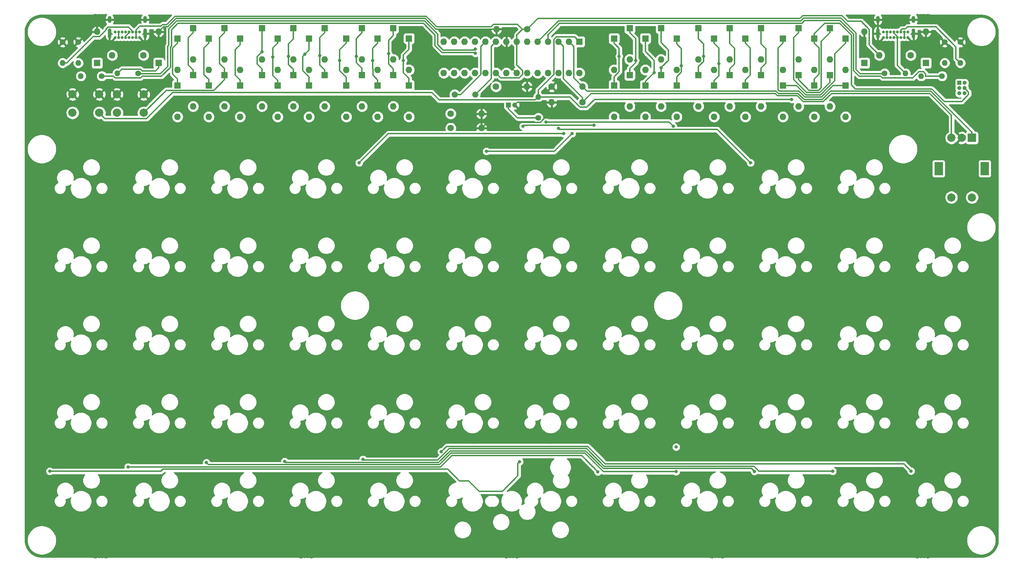
<source format=gtl>
G04 #@! TF.GenerationSoftware,KiCad,Pcbnew,(5.1.5)-3*
G04 #@! TF.CreationDate,2020-11-24T12:45:18-08:00*
G04 #@! TF.ProjectId,framework,6672616d-6577-46f7-926b-2e6b69636164,rev?*
G04 #@! TF.SameCoordinates,Original*
G04 #@! TF.FileFunction,Copper,L1,Top*
G04 #@! TF.FilePolarity,Positive*
%FSLAX46Y46*%
G04 Gerber Fmt 4.6, Leading zero omitted, Abs format (unit mm)*
G04 Created by KiCad (PCBNEW (5.1.5)-3) date 2020-11-24 12:45:18*
%MOMM*%
%LPD*%
G04 APERTURE LIST*
%ADD10R,1.600000X1.600000*%
%ADD11O,1.600000X1.600000*%
%ADD12O,1.400000X1.400000*%
%ADD13C,1.400000*%
%ADD14C,1.600000*%
%ADD15C,0.700000*%
%ADD16O,0.900000X2.400000*%
%ADD17O,0.900000X1.700000*%
%ADD18R,2.000000X2.000000*%
%ADD19C,2.000000*%
%ADD20R,2.000000X3.200000*%
%ADD21C,1.500000*%
%ADD22R,1.000000X1.000000*%
%ADD23O,1.000000X1.000000*%
%ADD24C,1.200000*%
%ADD25R,1.200000X1.200000*%
%ADD26C,0.800000*%
%ADD27C,0.350000*%
%ADD28C,0.254000*%
G04 APERTURE END LIST*
D10*
X468805000Y17399000D03*
D11*
X468805000Y9779000D03*
X445174750Y9017000D03*
X412154750Y16637000D03*
X442634750Y9017000D03*
X414694750Y16637000D03*
X440094750Y9017000D03*
X417234750Y16637000D03*
X437554750Y9017000D03*
X419774750Y16637000D03*
X435014750Y9017000D03*
X422314750Y16637000D03*
X432474750Y9017000D03*
X424854750Y16637000D03*
X429934750Y9017000D03*
X427394750Y16637000D03*
X427394750Y9017000D03*
X429934750Y16637000D03*
X424854750Y9017000D03*
X432474750Y16637000D03*
X422314750Y9017000D03*
X435014750Y16637000D03*
X419774750Y9017000D03*
X437554750Y16637000D03*
X417234750Y9017000D03*
X440094750Y16637000D03*
X414694750Y9017000D03*
X442634750Y16637000D03*
X412154750Y9017000D03*
D10*
X445174750Y16637000D03*
X506095000Y8509000D03*
D11*
X506095000Y889000D03*
X375515000Y889000D03*
D10*
X375515000Y8509000D03*
D11*
X354965000Y9779000D03*
D10*
X354965000Y17399000D03*
D12*
X323215000Y11430000D03*
D13*
X323215000Y16510000D03*
D12*
X319405000Y11430000D03*
D13*
X319405000Y16510000D03*
D11*
X331470000Y13335000D03*
D14*
X339090000Y13335000D03*
D12*
X323850000Y8255000D03*
D13*
X328930000Y8255000D03*
D12*
X332740000Y8890000D03*
D13*
X337820000Y8890000D03*
D15*
X332171000Y17653000D03*
X333021000Y17653000D03*
X333871000Y17653000D03*
X334721000Y17653000D03*
X335571000Y17653000D03*
X336421000Y17653000D03*
X337271000Y17653000D03*
X338121000Y17653000D03*
X333021000Y19003000D03*
X334721000Y19003000D03*
X333871000Y19003000D03*
X332171000Y19003000D03*
X336421000Y19003000D03*
X337271000Y19003000D03*
X338121000Y19003000D03*
X335571000Y19003000D03*
D16*
X330821000Y18633000D03*
X339471000Y18633000D03*
D17*
X330821000Y22013000D03*
X339471000Y22013000D03*
D10*
X342773000Y11430000D03*
D11*
X342773000Y19050000D03*
D10*
X327787000Y11430000D03*
D11*
X327787000Y19050000D03*
D18*
X540662500Y-6787500D03*
D19*
X538162500Y-6787500D03*
X535662500Y-6787500D03*
D20*
X543762500Y-14287500D03*
X532562500Y-14287500D03*
D19*
X540662500Y-21287500D03*
X535662500Y-21287500D03*
D21*
X419790000Y3778250D03*
X414790000Y3778250D03*
D19*
X321818000Y-690000D03*
X321818000Y3810000D03*
X328318000Y-690000D03*
X328318000Y3810000D03*
X339113000Y3810000D03*
X339113000Y-690000D03*
X332613000Y3810000D03*
X332613000Y-690000D03*
D12*
X534035000Y11430000D03*
D13*
X534035000Y16510000D03*
D12*
X537845000Y11430000D03*
D13*
X537845000Y16510000D03*
D11*
X518160000Y13335000D03*
D14*
X525780000Y13335000D03*
D12*
X528320000Y8255000D03*
D13*
X533400000Y8255000D03*
D12*
X524510000Y8890000D03*
D13*
X519430000Y8890000D03*
D12*
X435110000Y3155000D03*
D13*
X435110000Y-1925000D03*
D15*
X519129000Y17653000D03*
X519979000Y17653000D03*
X520829000Y17653000D03*
X521679000Y17653000D03*
X522529000Y17653000D03*
X523379000Y17653000D03*
X524229000Y17653000D03*
X525079000Y17653000D03*
X519979000Y19003000D03*
X521679000Y19003000D03*
X520829000Y19003000D03*
X519129000Y19003000D03*
X523379000Y19003000D03*
X524229000Y19003000D03*
X525079000Y19003000D03*
X522529000Y19003000D03*
D16*
X517779000Y18633000D03*
X526429000Y18633000D03*
D17*
X517779000Y22013000D03*
X526429000Y22013000D03*
D22*
X537591000Y6604000D03*
D23*
X538861000Y6604000D03*
X537591000Y5334000D03*
X538861000Y5334000D03*
X537591000Y4064000D03*
X538861000Y4064000D03*
D10*
X494665000Y5969000D03*
D11*
X494665000Y-1651000D03*
X403685000Y-1651000D03*
D10*
X403685000Y5969000D03*
X498475000Y8509000D03*
D11*
X498475000Y889000D03*
X399875000Y889000D03*
D10*
X399875000Y8509000D03*
X502285000Y5969000D03*
D11*
X502285000Y-1651000D03*
X396065000Y-1651000D03*
D10*
X396065000Y5969000D03*
D11*
X392255000Y889000D03*
D10*
X392255000Y8509000D03*
X509905000Y5969000D03*
D11*
X509905000Y-1651000D03*
X388445000Y-1651000D03*
D10*
X388445000Y5969000D03*
X509905000Y17399000D03*
D11*
X509905000Y9779000D03*
X403685000Y9779000D03*
D10*
X403685000Y17399000D03*
X506095000Y19939000D03*
D11*
X506095000Y12319000D03*
X399875000Y12319000D03*
D10*
X399875000Y19939000D03*
X502285000Y17399000D03*
D11*
X502285000Y9779000D03*
X396065000Y9779000D03*
D10*
X396065000Y17399000D03*
X498475000Y19939000D03*
D11*
X498475000Y12319000D03*
X392255000Y12319000D03*
D10*
X392255000Y19939000D03*
X494665000Y17399000D03*
D11*
X494665000Y9779000D03*
X388445000Y9779000D03*
D10*
X388445000Y17399000D03*
X489355000Y8509000D03*
D11*
X489355000Y889000D03*
X383135000Y889000D03*
D10*
X383135000Y8509000D03*
X485545000Y5969000D03*
D11*
X485545000Y-1651000D03*
X379325000Y-1651000D03*
D10*
X379325000Y5969000D03*
X481735000Y8509000D03*
D11*
X481735000Y889000D03*
D10*
X477925000Y5969000D03*
D11*
X477925000Y-1651000D03*
X371705000Y-1651000D03*
D10*
X371705000Y5969000D03*
X474115000Y8509000D03*
D11*
X474115000Y889000D03*
X367895000Y889000D03*
D10*
X367895000Y8509000D03*
X489355000Y19939000D03*
D11*
X489355000Y12319000D03*
X383135000Y12319000D03*
D10*
X383135000Y19939000D03*
X485545000Y17399000D03*
D11*
X485545000Y9779000D03*
X379325000Y9779000D03*
D10*
X379325000Y17399000D03*
X481735000Y19939000D03*
D11*
X481735000Y12319000D03*
X375515000Y12319000D03*
D10*
X375515000Y19939000D03*
X477925000Y17399000D03*
D11*
X477925000Y9779000D03*
X371705000Y9779000D03*
D10*
X371705000Y17399000D03*
X474115000Y19939000D03*
D11*
X474115000Y12319000D03*
X367895000Y12319000D03*
D10*
X367895000Y19939000D03*
X468805000Y5969000D03*
D11*
X468805000Y-1651000D03*
X362585000Y-1651000D03*
D10*
X362585000Y5969000D03*
X464995000Y8509000D03*
D11*
X464995000Y889000D03*
X358775000Y889000D03*
D10*
X358775000Y8509000D03*
X461185000Y5969000D03*
D11*
X461185000Y-1651000D03*
X354965000Y-1651000D03*
D10*
X354965000Y5969000D03*
X457375000Y8509000D03*
D11*
X457375000Y889000D03*
D10*
X351155000Y8509000D03*
D11*
X351155000Y889000D03*
D10*
X453565000Y5969000D03*
D11*
X453565000Y-1651000D03*
X347345000Y-1651000D03*
D10*
X347345000Y5969000D03*
D11*
X362585000Y9779000D03*
D10*
X362585000Y17399000D03*
X464995000Y19939000D03*
D11*
X464995000Y12319000D03*
X358775000Y12319000D03*
D10*
X358775000Y19939000D03*
X461185000Y17399000D03*
D11*
X461185000Y9779000D03*
D10*
X457375000Y19939000D03*
D11*
X457375000Y12319000D03*
X351155000Y12319000D03*
D10*
X351155000Y19939000D03*
X453565000Y17399000D03*
D11*
X453565000Y9779000D03*
X347345000Y9779000D03*
D10*
X347345000Y17399000D03*
X514477000Y11430000D03*
D11*
X514477000Y19050000D03*
D10*
X529463000Y11430000D03*
D11*
X529463000Y19050000D03*
X445905000Y5683250D03*
D14*
X438405000Y5683250D03*
D11*
X438405000Y1873250D03*
D14*
X445905000Y1873250D03*
D11*
X424974750Y19685000D03*
D14*
X432474750Y19685000D03*
D11*
X432354750Y5683250D03*
D14*
X424854750Y5683250D03*
D24*
X429395000Y1238250D03*
D25*
X427895000Y1238250D03*
D11*
X421325000Y-925000D03*
D14*
X413825000Y-925000D03*
X413825000Y-4425000D03*
D11*
X421325000Y-4425000D03*
D26*
X457200000Y-23812500D03*
X323850000Y-23812500D03*
X323850000Y-42862500D03*
X323850000Y-61912500D03*
X323850000Y-80962500D03*
X342900000Y-23812500D03*
X342900000Y-42862500D03*
X342900000Y-61912500D03*
X342900000Y-80962500D03*
X361950000Y-23812500D03*
X361950000Y-42862500D03*
X361950000Y-61912500D03*
X361950000Y-80962500D03*
X323850000Y-100012500D03*
X342900000Y-100012500D03*
X361950000Y-100012500D03*
X381000000Y-100012500D03*
X381000000Y-80962500D03*
X381000000Y-61912500D03*
X381000000Y-42862500D03*
X381000000Y-23812500D03*
X400050000Y-23812500D03*
X400050000Y-42862500D03*
X400050000Y-61912500D03*
X400050000Y-80962500D03*
X400050000Y-100012500D03*
X419100000Y-23812500D03*
X419100000Y-42862500D03*
X419100000Y-61912500D03*
X419100000Y-80962500D03*
X419100000Y-100012500D03*
X438150000Y-100012500D03*
X438150000Y-80962500D03*
X438150000Y-61912500D03*
X438150000Y-42862500D03*
X438150000Y-23812500D03*
X457200000Y-42862500D03*
X457200000Y-61912500D03*
X457200000Y-80962500D03*
X476250000Y-23812500D03*
X476250000Y-42862500D03*
X476250000Y-61912500D03*
X476250000Y-80962500D03*
X495300000Y-23812500D03*
X495300000Y-42862500D03*
X495300000Y-61912500D03*
X495300000Y-80962500D03*
X514350000Y-23812500D03*
X514350000Y-42862500D03*
X514350000Y-61912500D03*
X514350000Y-80962500D03*
X533400000Y-42862500D03*
X533400000Y-61912500D03*
X533400000Y-80962500D03*
X457200000Y-100012500D03*
X476250000Y-100012500D03*
X495300000Y-100012500D03*
X514350000Y-100012500D03*
X533400000Y-100012500D03*
X408178000Y9588500D03*
X449262500Y18034000D03*
X529082000Y-64833500D03*
X528510500Y-45529500D03*
X539115000Y-43942000D03*
X539115000Y-62420500D03*
X528066000Y-31178500D03*
X533209500Y-22796500D03*
X428942500Y-77787500D03*
X371030500Y-5080000D03*
X483616000Y-3238500D03*
X367895000Y14145000D03*
X386825000Y12075000D03*
X475325000Y13075000D03*
X454825000Y13075000D03*
X370529999Y12870001D03*
X390825000Y13075000D03*
X479100001Y11299999D03*
X458825000Y12075000D03*
X374330811Y13094000D03*
X394825000Y12075000D03*
X463325000Y9075000D03*
X378325000Y13575000D03*
X398699999Y13700001D03*
X464995000Y10245000D03*
X381959999Y13209999D03*
X402325000Y12075000D03*
X469980001Y10730001D03*
X496825000Y2575000D03*
X419839749Y14844000D03*
X419839749Y13794000D03*
X430590000Y-85660000D03*
X316290000Y-87960000D03*
X335325000Y-86925000D03*
X449640000Y-88110000D03*
X448691000Y-3715000D03*
X431419000Y-3969000D03*
X354390000Y-85860000D03*
X468690000Y-82060000D03*
X468690000Y-88060000D03*
X467995000Y-3969000D03*
X437007000Y-2940000D03*
X487740000Y-88010000D03*
X373440000Y-85599990D03*
X486791000Y-12859000D03*
X440055000Y-4490000D03*
X506790000Y-87960000D03*
X392490000Y-85049980D03*
X391541000Y-12859000D03*
X441325000Y-5747000D03*
X525840000Y-87910000D03*
X411540000Y-83210000D03*
X422529000Y-10065000D03*
X443357000Y-5747000D03*
D27*
X427394750Y18396370D02*
X427394750Y17768370D01*
X426106120Y19685000D02*
X427394750Y18396370D01*
X427394750Y17768370D02*
X427394750Y16637000D01*
X424974750Y19685000D02*
X426106120Y19685000D01*
X427394750Y11557000D02*
X429934750Y9017000D01*
X427394750Y16637000D02*
X427394750Y11557000D01*
X343977048Y20254048D02*
X344965951Y20254048D01*
X342773000Y19050000D02*
X343977048Y20254048D01*
X410237096Y19685000D02*
X424974750Y19685000D01*
X344965951Y20254048D02*
X346975915Y22264012D01*
X407658085Y22264012D02*
X410237096Y19685000D01*
X346975915Y22264012D02*
X407658085Y22264012D01*
X438405000Y741880D02*
X438405000Y1873250D01*
X438405000Y-221002D02*
X438405000Y741880D01*
X422749999Y-3000001D02*
X435626001Y-3000001D01*
X435626001Y-3000001D02*
X438405000Y-221002D01*
X421325000Y-4425000D02*
X422749999Y-3000001D01*
X430030000Y1873250D02*
X429395000Y1238250D01*
X438405000Y1873250D02*
X430030000Y1873250D01*
X429934750Y17768370D02*
X429934750Y16637000D01*
X429934750Y18276370D02*
X429934750Y17768370D01*
X431343380Y19685000D02*
X429934750Y18276370D01*
X432474750Y19685000D02*
X431343380Y19685000D01*
X431299749Y8642997D02*
X431299749Y9600251D01*
X430498751Y7841999D02*
X431299749Y8642997D01*
X424854750Y9017000D02*
X426029751Y7841999D01*
X426029751Y7841999D02*
X430498751Y7841999D01*
X429934750Y10965250D02*
X429934750Y16637000D01*
X431299749Y9600251D02*
X429934750Y10965250D01*
X435053762Y22264012D02*
X432474750Y19685000D01*
X498811915Y22264012D02*
X435053762Y22264012D01*
X509058167Y22925010D02*
X499472913Y22925010D01*
X515652001Y15842999D02*
X515652001Y19614001D01*
X518160000Y13335000D02*
X515652001Y15842999D01*
X499472913Y22925010D02*
X498811915Y22264012D01*
X510408176Y21575000D02*
X509058167Y22925010D01*
X513691002Y21575000D02*
X510408176Y21575000D01*
X515652001Y19614001D02*
X513691002Y21575000D01*
X519979000Y19003000D02*
X519979000Y17653000D01*
X524229000Y19003000D02*
X524229000Y17653000D01*
X333021000Y19003000D02*
X333021000Y17653000D01*
X337271000Y19003000D02*
X337271000Y17653000D01*
X431261002Y19685000D02*
X432474750Y19685000D01*
X430086001Y20860001D02*
X431261002Y19685000D01*
X343360170Y20415000D02*
X343749227Y20804058D01*
X343749227Y20804058D02*
X344738131Y20804058D01*
X338188026Y20415000D02*
X343360170Y20415000D01*
X337271000Y19003000D02*
X337271000Y19497974D01*
X344738131Y20804058D02*
X346748094Y22814022D01*
X337271000Y19497974D02*
X338188026Y20415000D01*
X407885906Y22814022D02*
X410464917Y20235010D01*
X346748094Y22814022D02*
X407885906Y22814022D01*
X423619010Y20235010D02*
X424244001Y20860001D01*
X410464917Y20235010D02*
X423619010Y20235010D01*
X424244001Y20860001D02*
X430086001Y20860001D01*
X430108250Y-1925000D02*
X427895000Y288250D01*
X427895000Y288250D02*
X427895000Y1238250D01*
X435110000Y-1925000D02*
X430108250Y-1925000D01*
X421514751Y15837001D02*
X422314750Y16637000D01*
X421139749Y15461999D02*
X421514751Y15837001D01*
X421139749Y8642997D02*
X421139749Y15461999D01*
X416275002Y3778250D02*
X421139749Y8642997D01*
X414790000Y3778250D02*
X416275002Y3778250D01*
X423679749Y15461999D02*
X424054751Y15837001D01*
X423679749Y7667999D02*
X423679749Y15461999D01*
X424054751Y15837001D02*
X424854750Y16637000D01*
X419790000Y3778250D02*
X423679749Y7667999D01*
X440894749Y15837001D02*
X440094750Y16637000D01*
X441269751Y15461999D02*
X440894749Y15837001D01*
X441269751Y7639869D02*
X441269751Y15461999D01*
X445905000Y3004620D02*
X441269751Y7639869D01*
X445905000Y1873250D02*
X445905000Y3004620D01*
X492778347Y4024990D02*
X448056740Y4024990D01*
X448056740Y4024990D02*
X445905000Y1873250D01*
X493328356Y3474980D02*
X492778347Y4024990D01*
X498122697Y3474980D02*
X493328356Y3474980D01*
X499572687Y2024990D02*
X498122697Y3474980D01*
X535662500Y-1215330D02*
X530422180Y4024990D01*
X530422180Y4024990D02*
X506505143Y4024990D01*
X535662500Y-6787500D02*
X535662500Y-1215330D01*
X504505144Y2024990D02*
X499572687Y2024990D01*
X506505143Y4024990D02*
X504505144Y2024990D01*
X443434749Y15837001D02*
X442634750Y16637000D01*
X443809751Y15461999D02*
X443434749Y15837001D01*
X443809751Y7778499D02*
X443809751Y15461999D01*
X445905000Y5683250D02*
X443809751Y7778499D01*
X506277323Y4575000D02*
X530650000Y4575000D01*
X499800508Y2575000D02*
X504277323Y2575000D01*
X447013250Y4575000D02*
X493006167Y4575000D01*
X530650000Y4575000D02*
X540662500Y-5437500D01*
X445905000Y5683250D02*
X447013250Y4575000D01*
X540662500Y-5437500D02*
X540662500Y-6787500D01*
X493006167Y4575000D02*
X493556177Y4024990D01*
X504277323Y2575000D02*
X506277323Y4575000D01*
X493556177Y4024990D02*
X498350518Y4024990D01*
X498350518Y4024990D02*
X499800508Y2575000D01*
X522529000Y17876002D02*
X522529000Y17653000D01*
X521679000Y18726002D02*
X522529000Y17876002D01*
X521679000Y19003000D02*
X521679000Y18726002D01*
X522529000Y10871000D02*
X524510000Y8890000D01*
X522529000Y17653000D02*
X522529000Y10871000D01*
X347345000Y17399000D02*
X347345000Y16249000D01*
X346169999Y15073999D02*
X346169999Y8730001D01*
X347345000Y16249000D02*
X346169999Y15073999D01*
X347345000Y7555000D02*
X347345000Y5969000D01*
X346169999Y8730001D02*
X347345000Y7555000D01*
X367895000Y19939000D02*
X367895000Y14145000D01*
X366719999Y12969999D02*
X366719999Y11180001D01*
X367895000Y14145000D02*
X366719999Y12969999D01*
X367895000Y10005000D02*
X367895000Y8509000D01*
X366719999Y11180001D02*
X367895000Y10005000D01*
X388445000Y16249000D02*
X386825000Y14629000D01*
X388445000Y17399000D02*
X388445000Y16249000D01*
X388445000Y7955000D02*
X388445000Y5969000D01*
X386825000Y9575000D02*
X388445000Y7955000D01*
X386825000Y12075000D02*
X386825000Y9575000D01*
X386825000Y14629000D02*
X386825000Y12075000D01*
X453565000Y8039998D02*
X453565000Y5969000D01*
X454825000Y9299998D02*
X453565000Y8039998D01*
X453565000Y17399000D02*
X453565000Y16249000D01*
X453565000Y16249000D02*
X454825000Y14989000D01*
X474115000Y19939000D02*
X474115000Y17285000D01*
X474115000Y17285000D02*
X475325000Y16075000D01*
X475325000Y11789998D02*
X474110002Y10575000D01*
X474115000Y10570002D02*
X474115000Y8509000D01*
X474110002Y10575000D02*
X474115000Y10570002D01*
X475325000Y16075000D02*
X475325000Y13575000D01*
X475325000Y13075000D02*
X475325000Y11789998D01*
X475325000Y13575000D02*
X475325000Y13075000D01*
X454825000Y14989000D02*
X454825000Y13075000D01*
X454825000Y13075000D02*
X454825000Y9299998D01*
X506893493Y5969000D02*
X509905000Y5969000D01*
X504390653Y3466160D02*
X506893493Y5969000D01*
X504068464Y3143969D02*
X504390653Y3466160D01*
X500009369Y3143969D02*
X504068464Y3143969D01*
X494665000Y17399000D02*
X494665000Y16249000D01*
X498578338Y4575000D02*
X500009369Y3143969D01*
X494665000Y16249000D02*
X493489999Y15073999D01*
X493489999Y15073999D02*
X493489999Y4868999D01*
X493783998Y4575000D02*
X498578338Y4575000D01*
X493489999Y4868999D02*
X493783998Y4575000D01*
X349979999Y17613999D02*
X349979999Y10920001D01*
X351155000Y19939000D02*
X351155000Y18789000D01*
X351155000Y18789000D02*
X349979999Y17613999D01*
X351155000Y9745000D02*
X351155000Y8509000D01*
X349979999Y10920001D02*
X351155000Y9745000D01*
X371705000Y17399000D02*
X371705000Y16249000D01*
X371705000Y16249000D02*
X370529999Y15073999D01*
X371705000Y7195000D02*
X371705000Y5969000D01*
X370529999Y8370001D02*
X371705000Y7195000D01*
X392255000Y18789000D02*
X390825000Y17359000D01*
X392255000Y19939000D02*
X392255000Y18789000D01*
X392255000Y10145000D02*
X392255000Y8509000D01*
X390825000Y11575000D02*
X392255000Y10145000D01*
X370529999Y12870001D02*
X370529999Y8370001D01*
X370529999Y15073999D02*
X370529999Y12870001D01*
X390825000Y13075000D02*
X390825000Y11575000D01*
X390825000Y17359000D02*
X390825000Y13075000D01*
X457375000Y18789000D02*
X458825000Y17339000D01*
X457375000Y19939000D02*
X457375000Y18789000D01*
X457375000Y10125000D02*
X457375000Y8509000D01*
X458825000Y11575000D02*
X457375000Y10125000D01*
X479100001Y8299999D02*
X477925000Y7124998D01*
X477925000Y17399000D02*
X477925000Y16249000D01*
X477925000Y7124998D02*
X477925000Y5969000D01*
X477925000Y16249000D02*
X479100001Y15073999D01*
X506095000Y7359000D02*
X506095000Y8509000D01*
X506095000Y6726167D02*
X506095000Y7359000D01*
X503612822Y4243989D02*
X506095000Y6726167D01*
X500465009Y4243989D02*
X503612822Y4243989D01*
X497299999Y7408999D02*
X500465009Y4243989D01*
X497299999Y17613999D02*
X497299999Y7408999D01*
X498475000Y18789000D02*
X497299999Y17613999D01*
X498475000Y19939000D02*
X498475000Y18789000D01*
X479100001Y15073999D02*
X479100001Y11299999D01*
X479100001Y11299999D02*
X479100001Y8299999D01*
X458825000Y17339000D02*
X458825000Y12075000D01*
X458825000Y12075000D02*
X458825000Y11575000D01*
X353789999Y15073999D02*
X353789999Y8610001D01*
X354965000Y17399000D02*
X354965000Y16249000D01*
X354965000Y16249000D02*
X353789999Y15073999D01*
X354965000Y7435000D02*
X354965000Y5969000D01*
X353789999Y8610001D02*
X354965000Y7435000D01*
X375515000Y19939000D02*
X375515000Y17265000D01*
X374339999Y16089999D02*
X374339999Y11060001D01*
X375515000Y17265000D02*
X374339999Y16089999D01*
X375515000Y9885000D02*
X375515000Y8509000D01*
X374339999Y11060001D02*
X375515000Y9885000D01*
X396065000Y16249000D02*
X394825000Y15009000D01*
X396065000Y17399000D02*
X396065000Y16249000D01*
X394889999Y10010001D02*
X394889999Y8510001D01*
X394825000Y10075000D02*
X394889999Y10010001D01*
X396065000Y7335000D02*
X396065000Y5969000D01*
X394889999Y8510001D02*
X396065000Y7335000D01*
X394825000Y15009000D02*
X394825000Y13575000D01*
X394825000Y13575000D02*
X394825000Y12075000D01*
X394825000Y12075000D02*
X394825000Y10075000D01*
X481735000Y19939000D02*
X481735000Y16165000D01*
X482910001Y14989999D02*
X482910001Y11160001D01*
X481735000Y16165000D02*
X482910001Y14989999D01*
X481735000Y9985000D02*
X481735000Y8509000D01*
X482910001Y11160001D02*
X481735000Y9985000D01*
X502285000Y16249000D02*
X503460001Y15073999D01*
X502285000Y17399000D02*
X502285000Y16249000D01*
X503460001Y15073999D02*
X503460001Y8710001D01*
X502285000Y7535000D02*
X502285000Y5969000D01*
X503460001Y8710001D02*
X502285000Y7535000D01*
X461185000Y6935000D02*
X461185000Y5969000D01*
X463325000Y9075000D02*
X461185000Y6935000D01*
X463325000Y12075000D02*
X463325000Y9075000D01*
X461185000Y17399000D02*
X461185000Y14215000D01*
X461185000Y14215000D02*
X463325000Y12075000D01*
X502285000Y18549000D02*
X502285000Y17399000D01*
X533927830Y2075000D02*
X530877821Y5125010D01*
X539825000Y3732998D02*
X538167002Y2075000D01*
X538167002Y2075000D02*
X533927830Y2075000D01*
X539825000Y4370000D02*
X539825000Y3732998D01*
X538861000Y5334000D02*
X539825000Y4370000D01*
X530877821Y5125010D02*
X512274990Y5125010D01*
X512274990Y5125010D02*
X511325000Y6075000D01*
X511325000Y18254002D02*
X508465001Y21114001D01*
X508465001Y21114001D02*
X504850001Y21114001D01*
X511325000Y6075000D02*
X511325000Y18254002D01*
X504850001Y21114001D02*
X502285000Y18549000D01*
X358775000Y19939000D02*
X358775000Y18789000D01*
X357599999Y17613999D02*
X357599999Y11300001D01*
X358775000Y18789000D02*
X357599999Y17613999D01*
X358775000Y10125000D02*
X358775000Y8509000D01*
X357599999Y11300001D02*
X358775000Y10125000D01*
X379325000Y17399000D02*
X379325000Y14575000D01*
X377825000Y13075000D02*
X377825000Y9575000D01*
X379325000Y8075000D02*
X379325000Y5969000D01*
X377825000Y9575000D02*
X379325000Y8075000D01*
X399875000Y19939000D02*
X399875000Y18125000D01*
X399875000Y18125000D02*
X398699999Y16949999D01*
X399875000Y10025000D02*
X399875000Y8509000D01*
X398699999Y11200001D02*
X399875000Y10025000D01*
X378325000Y13575000D02*
X377825000Y13075000D01*
X379325000Y14575000D02*
X378325000Y13575000D01*
X398699999Y16949999D02*
X398699999Y13700001D01*
X398699999Y13700001D02*
X398699999Y11200001D01*
X358775000Y7359000D02*
X358775000Y8509000D01*
X356209999Y4793999D02*
X358775000Y7359000D01*
X344596999Y4793999D02*
X356209999Y4793999D01*
X339113000Y-690000D02*
X344596999Y4793999D01*
X464995000Y19939000D02*
X464995000Y16405000D01*
X464995000Y16405000D02*
X466825000Y14575000D01*
X466825000Y14575000D02*
X466825000Y12075000D01*
X464995000Y10245000D02*
X464995000Y8509000D01*
X486720001Y8470001D02*
X485545000Y7295000D01*
X486720001Y15073999D02*
X486720001Y8470001D01*
X485545000Y7295000D02*
X485545000Y5969000D01*
X485545000Y17399000D02*
X485545000Y16249000D01*
X485545000Y16249000D02*
X486720001Y15073999D01*
X498475000Y7359000D02*
X498475000Y8509000D01*
X501040001Y4793999D02*
X498475000Y7359000D01*
X503385001Y4793999D02*
X501040001Y4793999D01*
X504010011Y5419009D02*
X503385001Y4793999D01*
X504010011Y16704011D02*
X504010011Y5419009D01*
X506095000Y18789000D02*
X504010011Y16704011D01*
X506095000Y19939000D02*
X506095000Y18789000D01*
X466825000Y12075000D02*
X465325000Y10575000D01*
X465325000Y10575000D02*
X464995000Y10245000D01*
X362585000Y17399000D02*
X362585000Y15835000D01*
X361409999Y14659999D02*
X361409999Y8490001D01*
X362585000Y15835000D02*
X361409999Y14659999D01*
X362585000Y7315000D02*
X362585000Y5969000D01*
X361409999Y8490001D02*
X362585000Y7315000D01*
X383135000Y9765000D02*
X383135000Y8509000D01*
X381959999Y10940001D02*
X383135000Y9765000D01*
X383135000Y19939000D02*
X383135000Y18789000D01*
X383135000Y18789000D02*
X381959999Y17613999D01*
X403685000Y17399000D02*
X403685000Y14715000D01*
X403685000Y7715000D02*
X403685000Y5969000D01*
X402325000Y9075000D02*
X403685000Y7715000D01*
X381959999Y17613999D02*
X381959999Y15209999D01*
X381959999Y15209999D02*
X381959999Y14209999D01*
X381959999Y14209999D02*
X381959999Y13209999D01*
X381959999Y13209999D02*
X381959999Y10940001D01*
X403435000Y14465000D02*
X402325000Y13355000D01*
X403685000Y14715000D02*
X403435000Y14465000D01*
X402325000Y13355000D02*
X402325000Y12075000D01*
X402325000Y12075000D02*
X402325000Y9075000D01*
X468805000Y17399000D02*
X468805000Y16095000D01*
X468805000Y16095000D02*
X469980001Y14919999D01*
X468805000Y8055000D02*
X468805000Y5969000D01*
X469980001Y9230001D02*
X468805000Y8055000D01*
X489355000Y19939000D02*
X489355000Y16105000D01*
X490530001Y14929999D02*
X490530001Y11369999D01*
X489355000Y16105000D02*
X490530001Y14929999D01*
X489355000Y10194998D02*
X489355000Y8509000D01*
X490530001Y11369999D02*
X489355000Y10194998D01*
X507270001Y7123338D02*
X503840643Y3693979D01*
X507270001Y13614001D02*
X507270001Y7123338D01*
X509905000Y17399000D02*
X509905000Y16249000D01*
X509905000Y16249000D02*
X507270001Y13614001D01*
X469980001Y14919999D02*
X469980001Y10730001D01*
X469980001Y10730001D02*
X469980001Y9230001D01*
X494665000Y5969000D02*
X497962168Y5969000D01*
X500237188Y3693979D02*
X503840643Y3693979D01*
X497962168Y5969000D02*
X500237188Y3693979D01*
X443999749Y17812001D02*
X445174750Y16637000D01*
X435110000Y3155000D02*
X435110000Y4833248D01*
X435110000Y4833248D02*
X438919749Y8642997D01*
X438919749Y8642997D02*
X438919749Y17201001D01*
X438919749Y17201001D02*
X439530749Y17812001D01*
X439530749Y17812001D02*
X443999749Y17812001D01*
X442884248Y3155000D02*
X435110000Y3155000D01*
X445340999Y698249D02*
X442884248Y3155000D01*
X446948249Y698249D02*
X445340999Y698249D01*
X496825000Y2575000D02*
X448825000Y2575000D01*
X448825000Y2575000D02*
X446948249Y698249D01*
X411024999Y2455001D02*
X434410001Y2455001D01*
X328318000Y-690000D02*
X329693001Y-2065001D01*
X434410001Y2455001D02*
X435110000Y3155000D01*
X329693001Y-2065001D02*
X339850999Y-2065001D01*
X346159989Y4243989D02*
X409236011Y4243989D01*
X339850999Y-2065001D02*
X346159989Y4243989D01*
X409236011Y4243989D02*
X411024999Y2455001D01*
X531911001Y20225001D02*
X524975001Y20225001D01*
X536769999Y15366003D02*
X531911001Y20225001D01*
X537845000Y11430000D02*
X536769999Y12505001D01*
X536769999Y12505001D02*
X536769999Y15366003D01*
X523379000Y19497974D02*
X523379000Y19003000D01*
X523609027Y19728001D02*
X523379000Y19497974D01*
X524975001Y20225001D02*
X524478001Y19728001D01*
X524478001Y19728001D02*
X523609027Y19728001D01*
X512475001Y9849265D02*
X512475000Y18730348D01*
X519430000Y8890000D02*
X519395000Y8855000D01*
X513469266Y8855000D02*
X512475001Y9849265D01*
X519395000Y8855000D02*
X513469266Y8855000D01*
X508830346Y22375000D02*
X499700734Y22375000D01*
X512475000Y18730348D02*
X508830346Y22375000D01*
X499700734Y22375000D02*
X499039736Y21714002D01*
X437130486Y18752736D02*
X435014750Y16637000D01*
X499039736Y21714002D02*
X440091752Y21714002D01*
X440091752Y21714002D02*
X437130486Y18752736D01*
X337820000Y8890000D02*
X337855000Y8855000D01*
X337855000Y8855000D02*
X343241733Y8855000D01*
X345019998Y15550344D02*
X345267000Y15797346D01*
X345019998Y10633265D02*
X345019998Y15550344D01*
X343241733Y8855000D02*
X345019998Y10633265D01*
X345267000Y15797346D02*
X345267000Y19777266D01*
X345267000Y19777266D02*
X347203736Y21714002D01*
X347203736Y21714002D02*
X407430264Y21714002D01*
X407430264Y21714002D02*
X410637000Y18507266D01*
X410637000Y18507266D02*
X410637000Y15967266D01*
X419614749Y14619000D02*
X419839749Y14844000D01*
X411985266Y14619000D02*
X419614749Y14619000D01*
X410637000Y15967266D02*
X411985266Y14619000D01*
X508581832Y21775000D02*
X499949266Y21775000D01*
X511875010Y18481823D02*
X508581832Y21775000D01*
X529395001Y8255000D02*
X529395001Y8771001D01*
X529395001Y8771001D02*
X528836001Y9330001D01*
X513220734Y8255000D02*
X511875010Y9600724D01*
X528836001Y9330001D02*
X527803999Y9330001D01*
X533400000Y8255000D02*
X529395001Y8255000D01*
X518913999Y7814999D02*
X518473998Y8255000D01*
X527803999Y9330001D02*
X526288997Y7814999D01*
X518473998Y8255000D02*
X513220734Y8255000D01*
X526288997Y7814999D02*
X518913999Y7814999D01*
X511875010Y9600724D02*
X511875010Y18481823D01*
X499949266Y21775000D02*
X499288268Y21114002D01*
X440340281Y21114002D02*
X437554750Y18328471D01*
X499288268Y21114002D02*
X440340281Y21114002D01*
X437554750Y18328471D02*
X437554750Y16637000D01*
X338776002Y8255000D02*
X343490265Y8255000D01*
X328930000Y8255000D02*
X331783998Y8255000D01*
X331783998Y8255000D02*
X332223999Y7814999D01*
X332223999Y7814999D02*
X338336001Y7814999D01*
X338336001Y7814999D02*
X338776002Y8255000D01*
X345619989Y15301820D02*
X345867000Y15548831D01*
X343490265Y8255000D02*
X345619989Y10384724D01*
X345619989Y10384724D02*
X345619989Y15301820D01*
X345867000Y15548831D02*
X345867000Y19528734D01*
X345867000Y19528734D02*
X347452268Y21114002D01*
X347452268Y21114002D02*
X407181732Y21114002D01*
X407181732Y21114002D02*
X410037000Y18258734D01*
X410037000Y18258734D02*
X410037000Y15718734D01*
X410037000Y15718734D02*
X411736734Y14019000D01*
X411736734Y14019000D02*
X419614749Y14019000D01*
X419614749Y14019000D02*
X419839749Y13794000D01*
X430190001Y-86059999D02*
X430590000Y-85660000D01*
X430190001Y-89059999D02*
X430190001Y-86059999D01*
X426413000Y-92837000D02*
X430190001Y-89059999D01*
X420751000Y-92837000D02*
X426413000Y-92837000D01*
X418211000Y-90297000D02*
X420751000Y-92837000D01*
X343340010Y-87960000D02*
X343825000Y-87475010D01*
X415925000Y-90297000D02*
X418211000Y-90297000D01*
X316290000Y-87960000D02*
X343340010Y-87960000D01*
X413103010Y-87475010D02*
X415925000Y-90297000D01*
X343825000Y-87475010D02*
X413103010Y-87475010D01*
X448691000Y-3715000D02*
X431673000Y-3715000D01*
X431673000Y-3715000D02*
X431419000Y-3969000D01*
X445955000Y-84425000D02*
X449640000Y-88110000D01*
X414147187Y-84102812D02*
X445632812Y-84102812D01*
X411325000Y-86925000D02*
X414147187Y-84102812D01*
X445632812Y-84102812D02*
X445955000Y-84425000D01*
X335325000Y-86925000D02*
X411325000Y-86925000D01*
X467995000Y-3969000D02*
X466966000Y-2940000D01*
X466966000Y-2940000D02*
X437007000Y-2940000D01*
X450960000Y-88060000D02*
X468690000Y-88060000D01*
X354390000Y-85860000D02*
X354904990Y-86374990D01*
X411097179Y-86374990D02*
X413919366Y-83552802D01*
X354904990Y-86374990D02*
X411097179Y-86374990D01*
X413919366Y-83552802D02*
X446452802Y-83552802D01*
X446452802Y-83552802D02*
X450960000Y-88060000D01*
X440309001Y-4744001D02*
X440055000Y-4490000D01*
X486791000Y-12859000D02*
X478676001Y-4744001D01*
X478676001Y-4744001D02*
X440309001Y-4744001D01*
X373664990Y-85824980D02*
X373440000Y-85599990D01*
X410869358Y-85824980D02*
X373664990Y-85824980D01*
X487014999Y-87284999D02*
X450962829Y-87284999D01*
X487740000Y-88010000D02*
X487014999Y-87284999D01*
X450962829Y-87284999D02*
X446680623Y-83002792D01*
X446680623Y-83002792D02*
X413691546Y-83002792D01*
X413691546Y-83002792D02*
X410869358Y-85824980D01*
X391541000Y-12859000D02*
X398653000Y-5747000D01*
X398653000Y-5747000D02*
X441325000Y-5747000D01*
X487634989Y-86734989D02*
X488860000Y-87960000D01*
X488860000Y-87960000D02*
X506790000Y-87960000D01*
X392490000Y-85049980D02*
X392714990Y-85274970D01*
X446908444Y-82452782D02*
X451190649Y-86734989D01*
X392714990Y-85274970D02*
X410641537Y-85274970D01*
X451190649Y-86734989D02*
X487634989Y-86734989D01*
X410641537Y-85274970D02*
X413463725Y-82452782D01*
X413463725Y-82452782D02*
X446908444Y-82452782D01*
X422529000Y-10065000D02*
X439039000Y-10065000D01*
X439039000Y-10065000D02*
X443357000Y-5747000D01*
X411939999Y-82810001D02*
X411540000Y-83210000D01*
X451418469Y-86184979D02*
X447136265Y-81902772D01*
X524114979Y-86184979D02*
X451418469Y-86184979D01*
X525840000Y-87910000D02*
X524114979Y-86184979D01*
X447136265Y-81902772D02*
X412847228Y-81902772D01*
X412847228Y-81902772D02*
X411939999Y-82810001D01*
X334721000Y17929998D02*
X334721000Y17653000D01*
X335446001Y18654999D02*
X334721000Y17929998D01*
X335446001Y18930001D02*
X335446001Y18654999D01*
X335519000Y19003000D02*
X335446001Y18930001D01*
X335571000Y19003000D02*
X335519000Y19003000D01*
X342773000Y10280000D02*
X341986000Y9493000D01*
X342773000Y11430000D02*
X342773000Y10280000D01*
X333815001Y9965001D02*
X333439999Y9589999D01*
X338336001Y9965001D02*
X333815001Y9965001D01*
X333439999Y9589999D02*
X332740000Y8890000D01*
X338808002Y9493000D02*
X338336001Y9965001D01*
X341986000Y9493000D02*
X338808002Y9493000D01*
X336296001Y19127999D02*
X336421000Y19003000D01*
X335438992Y20208010D02*
X336296001Y19351001D01*
X330479270Y20208010D02*
X335438992Y20208010D01*
X336296001Y19351001D02*
X336296001Y19127999D01*
X319405000Y11430000D02*
X320394949Y11430000D01*
X329995990Y19724730D02*
X330479270Y20208010D01*
X329995990Y19519988D02*
X329995990Y19724730D01*
X326839948Y17874999D02*
X328351001Y17874999D01*
X320394949Y11430000D02*
X326839948Y17874999D01*
X328351001Y17874999D02*
X329995990Y19519988D01*
D28*
G36*
X529934080Y23305208D02*
G01*
X529989392Y23282410D01*
X530044366Y23258848D01*
X530053169Y23256123D01*
X530240006Y23199714D01*
X530298686Y23188095D01*
X530357196Y23175658D01*
X530366361Y23174695D01*
X530560594Y23155650D01*
X530560598Y23155650D01*
X530592581Y23152500D01*
X542894744Y23152500D01*
X543672112Y23081069D01*
X544394209Y22877418D01*
X545067095Y22545587D01*
X545668250Y22096684D01*
X546177526Y21545752D01*
X546577878Y20911233D01*
X546855892Y20214385D01*
X547004806Y19465748D01*
X547027501Y19032690D01*
X547027500Y-104744744D01*
X546956069Y-105522112D01*
X546752418Y-106244209D01*
X546420586Y-106917097D01*
X545971684Y-107518250D01*
X545420752Y-108027526D01*
X544786233Y-108427878D01*
X544089384Y-108705892D01*
X543340746Y-108854806D01*
X542907709Y-108877500D01*
X530592581Y-108877500D01*
X530559613Y-108880747D01*
X530546633Y-108880747D01*
X530537468Y-108881710D01*
X530343518Y-108903465D01*
X530285019Y-108915900D01*
X530226325Y-108927522D01*
X530217522Y-108930247D01*
X530031491Y-108989260D01*
X529976509Y-109012826D01*
X529921206Y-109035620D01*
X529913100Y-109040003D01*
X529878071Y-109059261D01*
X529794205Y-109003223D01*
X529633145Y-108936510D01*
X529462165Y-108902500D01*
X529287835Y-108902500D01*
X529116855Y-108936510D01*
X529000000Y-108984913D01*
X528883145Y-108936510D01*
X528712165Y-108902500D01*
X528537835Y-108902500D01*
X528366855Y-108936510D01*
X528250000Y-108984913D01*
X528133145Y-108936510D01*
X527962165Y-108902500D01*
X527787835Y-108902500D01*
X527616855Y-108936510D01*
X527455795Y-109003223D01*
X527371323Y-109059666D01*
X527315921Y-109030208D01*
X527260606Y-109007409D01*
X527205634Y-108983848D01*
X527196831Y-108981123D01*
X527009995Y-108924714D01*
X526951307Y-108913094D01*
X526892804Y-108900658D01*
X526883639Y-108899695D01*
X526689405Y-108880650D01*
X526689402Y-108880650D01*
X526657419Y-108877500D01*
X480592581Y-108877500D01*
X480559613Y-108880747D01*
X480546633Y-108880747D01*
X480537468Y-108881710D01*
X480343518Y-108903465D01*
X480285019Y-108915900D01*
X480226325Y-108927522D01*
X480217522Y-108930247D01*
X480031491Y-108989260D01*
X479976509Y-109012826D01*
X479921206Y-109035620D01*
X479913100Y-109040003D01*
X479878071Y-109059261D01*
X479794205Y-109003223D01*
X479633145Y-108936510D01*
X479462165Y-108902500D01*
X479287835Y-108902500D01*
X479116855Y-108936510D01*
X479000000Y-108984913D01*
X478883145Y-108936510D01*
X478712165Y-108902500D01*
X478537835Y-108902500D01*
X478366855Y-108936510D01*
X478250000Y-108984913D01*
X478133145Y-108936510D01*
X477962165Y-108902500D01*
X477787835Y-108902500D01*
X477616855Y-108936510D01*
X477455795Y-109003223D01*
X477371323Y-109059666D01*
X477315921Y-109030208D01*
X477260606Y-109007409D01*
X477205634Y-108983848D01*
X477196831Y-108981123D01*
X477009995Y-108924714D01*
X476951307Y-108913094D01*
X476892804Y-108900658D01*
X476883639Y-108899695D01*
X476689405Y-108880650D01*
X476689402Y-108880650D01*
X476657419Y-108877500D01*
X430592581Y-108877500D01*
X430559613Y-108880747D01*
X430546633Y-108880747D01*
X430537468Y-108881710D01*
X430343518Y-108903465D01*
X430285019Y-108915900D01*
X430226325Y-108927522D01*
X430217522Y-108930247D01*
X430031491Y-108989260D01*
X429976509Y-109012826D01*
X429921206Y-109035620D01*
X429913100Y-109040003D01*
X429878071Y-109059261D01*
X429794205Y-109003223D01*
X429633145Y-108936510D01*
X429462165Y-108902500D01*
X429287835Y-108902500D01*
X429116855Y-108936510D01*
X429000000Y-108984913D01*
X428883145Y-108936510D01*
X428712165Y-108902500D01*
X428537835Y-108902500D01*
X428366855Y-108936510D01*
X428250000Y-108984913D01*
X428133145Y-108936510D01*
X427962165Y-108902500D01*
X427787835Y-108902500D01*
X427616855Y-108936510D01*
X427455795Y-109003223D01*
X427371323Y-109059666D01*
X427315921Y-109030208D01*
X427260606Y-109007409D01*
X427205634Y-108983848D01*
X427196831Y-108981123D01*
X427009995Y-108924714D01*
X426951307Y-108913094D01*
X426892804Y-108900658D01*
X426883639Y-108899695D01*
X426689405Y-108880650D01*
X426689402Y-108880650D01*
X426657419Y-108877500D01*
X380592581Y-108877500D01*
X380559613Y-108880747D01*
X380546633Y-108880747D01*
X380537468Y-108881710D01*
X380343518Y-108903465D01*
X380285019Y-108915900D01*
X380226325Y-108927522D01*
X380217522Y-108930247D01*
X380031491Y-108989260D01*
X379976509Y-109012826D01*
X379921206Y-109035620D01*
X379913100Y-109040003D01*
X379878071Y-109059261D01*
X379794205Y-109003223D01*
X379633145Y-108936510D01*
X379462165Y-108902500D01*
X379287835Y-108902500D01*
X379116855Y-108936510D01*
X379000000Y-108984913D01*
X378883145Y-108936510D01*
X378712165Y-108902500D01*
X378537835Y-108902500D01*
X378366855Y-108936510D01*
X378250000Y-108984913D01*
X378133145Y-108936510D01*
X377962165Y-108902500D01*
X377787835Y-108902500D01*
X377616855Y-108936510D01*
X377455795Y-109003223D01*
X377371323Y-109059666D01*
X377315921Y-109030208D01*
X377260606Y-109007409D01*
X377205634Y-108983848D01*
X377196831Y-108981123D01*
X377009995Y-108924714D01*
X376951307Y-108913094D01*
X376892804Y-108900658D01*
X376883639Y-108899695D01*
X376689405Y-108880650D01*
X376689402Y-108880650D01*
X376657419Y-108877500D01*
X330592581Y-108877500D01*
X330559613Y-108880747D01*
X330546633Y-108880747D01*
X330537468Y-108881710D01*
X330343518Y-108903465D01*
X330285019Y-108915900D01*
X330226325Y-108927522D01*
X330217522Y-108930247D01*
X330031491Y-108989260D01*
X329976509Y-109012826D01*
X329921206Y-109035620D01*
X329913100Y-109040003D01*
X329878071Y-109059261D01*
X329794205Y-109003223D01*
X329633145Y-108936510D01*
X329462165Y-108902500D01*
X329287835Y-108902500D01*
X329116855Y-108936510D01*
X329000000Y-108984913D01*
X328883145Y-108936510D01*
X328712165Y-108902500D01*
X328537835Y-108902500D01*
X328366855Y-108936510D01*
X328250000Y-108984913D01*
X328133145Y-108936510D01*
X327962165Y-108902500D01*
X327787835Y-108902500D01*
X327616855Y-108936510D01*
X327455795Y-109003223D01*
X327371323Y-109059666D01*
X327315921Y-109030208D01*
X327260606Y-109007409D01*
X327205634Y-108983848D01*
X327196831Y-108981123D01*
X327009995Y-108924714D01*
X326951307Y-108913094D01*
X326892804Y-108900658D01*
X326883639Y-108899695D01*
X326689405Y-108880650D01*
X326689402Y-108880650D01*
X326657419Y-108877500D01*
X314355256Y-108877500D01*
X313577888Y-108806069D01*
X312855791Y-108602418D01*
X312182903Y-108270586D01*
X311581750Y-107821684D01*
X311072474Y-107270752D01*
X310672122Y-106636233D01*
X310394108Y-105939384D01*
X310245194Y-105190746D01*
X310222500Y-104757709D01*
X310222500Y-104422696D01*
X310748000Y-104422696D01*
X310748000Y-105127304D01*
X310885462Y-105818373D01*
X311155103Y-106469345D01*
X311546562Y-107055205D01*
X312044795Y-107553438D01*
X312630655Y-107944897D01*
X313281627Y-108214538D01*
X313972696Y-108352000D01*
X314677304Y-108352000D01*
X315368373Y-108214538D01*
X316019345Y-107944897D01*
X316605205Y-107553438D01*
X317103438Y-107055205D01*
X317494897Y-106469345D01*
X317764538Y-105818373D01*
X317902000Y-105127304D01*
X317902000Y-104422696D01*
X539348000Y-104422696D01*
X539348000Y-105127304D01*
X539485462Y-105818373D01*
X539755103Y-106469345D01*
X540146562Y-107055205D01*
X540644795Y-107553438D01*
X541230655Y-107944897D01*
X541881627Y-108214538D01*
X542572696Y-108352000D01*
X543277304Y-108352000D01*
X543968373Y-108214538D01*
X544619345Y-107944897D01*
X545205205Y-107553438D01*
X545703438Y-107055205D01*
X546094897Y-106469345D01*
X546364538Y-105818373D01*
X546502000Y-105127304D01*
X546502000Y-104422696D01*
X546364538Y-103731627D01*
X546094897Y-103080655D01*
X545703438Y-102494795D01*
X545205205Y-101996562D01*
X544619345Y-101605103D01*
X543968373Y-101335462D01*
X543277304Y-101198000D01*
X542572696Y-101198000D01*
X541881627Y-101335462D01*
X541230655Y-101605103D01*
X540644795Y-101996562D01*
X540146562Y-102494795D01*
X539755103Y-103080655D01*
X539485462Y-103731627D01*
X539348000Y-104422696D01*
X317902000Y-104422696D01*
X317764538Y-103731627D01*
X317494897Y-103080655D01*
X317103438Y-102494795D01*
X316631000Y-102022357D01*
X414566000Y-102022357D01*
X414566000Y-102447643D01*
X414648970Y-102864757D01*
X414811719Y-103257670D01*
X415047996Y-103611282D01*
X415348718Y-103912004D01*
X415702330Y-104148281D01*
X416095243Y-104311030D01*
X416512357Y-104394000D01*
X416937643Y-104394000D01*
X417354757Y-104311030D01*
X417747670Y-104148281D01*
X418101282Y-103912004D01*
X418402004Y-103611282D01*
X418638281Y-103257670D01*
X418801030Y-102864757D01*
X418884000Y-102447643D01*
X418884000Y-102022357D01*
X418801030Y-101605243D01*
X418638281Y-101212330D01*
X418402004Y-100858718D01*
X418101282Y-100557996D01*
X417747670Y-100321719D01*
X417354757Y-100158970D01*
X417157442Y-100119721D01*
X423950000Y-100119721D01*
X423950000Y-100540279D01*
X424032047Y-100952756D01*
X424192988Y-101341302D01*
X424426637Y-101690983D01*
X424724017Y-101988363D01*
X425073698Y-102222012D01*
X425462244Y-102382953D01*
X425874721Y-102465000D01*
X426295279Y-102465000D01*
X426707756Y-102382953D01*
X427096302Y-102222012D01*
X427395107Y-102022357D01*
X438366000Y-102022357D01*
X438366000Y-102447643D01*
X438448970Y-102864757D01*
X438611719Y-103257670D01*
X438847996Y-103611282D01*
X439148718Y-103912004D01*
X439502330Y-104148281D01*
X439895243Y-104311030D01*
X440312357Y-104394000D01*
X440737643Y-104394000D01*
X441154757Y-104311030D01*
X441547670Y-104148281D01*
X441901282Y-103912004D01*
X442202004Y-103611282D01*
X442438281Y-103257670D01*
X442601030Y-102864757D01*
X442684000Y-102447643D01*
X442684000Y-102022357D01*
X442601030Y-101605243D01*
X442438281Y-101212330D01*
X442202004Y-100858718D01*
X441901282Y-100557996D01*
X441547670Y-100321719D01*
X441154757Y-100158970D01*
X440737643Y-100076000D01*
X440312357Y-100076000D01*
X439895243Y-100158970D01*
X439502330Y-100321719D01*
X439148718Y-100557996D01*
X438847996Y-100858718D01*
X438611719Y-101212330D01*
X438448970Y-101605243D01*
X438366000Y-102022357D01*
X427395107Y-102022357D01*
X427445983Y-101988363D01*
X427743363Y-101690983D01*
X427977012Y-101341302D01*
X428137953Y-100952756D01*
X428220000Y-100540279D01*
X428220000Y-100119721D01*
X428137953Y-99707244D01*
X427977012Y-99318698D01*
X427743363Y-98969017D01*
X427445983Y-98671637D01*
X427096302Y-98437988D01*
X426707756Y-98277047D01*
X426295279Y-98195000D01*
X425874721Y-98195000D01*
X425462244Y-98277047D01*
X425073698Y-98437988D01*
X424724017Y-98671637D01*
X424426637Y-98969017D01*
X424192988Y-99318698D01*
X424032047Y-99707244D01*
X423950000Y-100119721D01*
X417157442Y-100119721D01*
X416937643Y-100076000D01*
X416512357Y-100076000D01*
X416095243Y-100158970D01*
X415702330Y-100321719D01*
X415348718Y-100557996D01*
X415047996Y-100858718D01*
X414811719Y-101212330D01*
X414648970Y-101605243D01*
X414566000Y-102022357D01*
X316631000Y-102022357D01*
X316605205Y-101996562D01*
X316019345Y-101605103D01*
X315368373Y-101335462D01*
X314677304Y-101198000D01*
X313972696Y-101198000D01*
X313281627Y-101335462D01*
X312630655Y-101605103D01*
X312044795Y-101996562D01*
X311546562Y-102494795D01*
X311155103Y-103080655D01*
X310885462Y-103731627D01*
X310748000Y-104422696D01*
X310222500Y-104422696D01*
X310222500Y-95103652D01*
X317284100Y-95103652D01*
X317284100Y-95396348D01*
X317341202Y-95683421D01*
X317453212Y-95953838D01*
X317615826Y-96197206D01*
X317822794Y-96404174D01*
X318066162Y-96566788D01*
X318336579Y-96678798D01*
X318623652Y-96735900D01*
X318916348Y-96735900D01*
X319203421Y-96678798D01*
X319473838Y-96566788D01*
X319717206Y-96404174D01*
X319924174Y-96197206D01*
X320086788Y-95953838D01*
X320198798Y-95683421D01*
X320255900Y-95396348D01*
X320255900Y-95103652D01*
X320204451Y-94845000D01*
X320250279Y-94845000D01*
X320662756Y-94762953D01*
X321051302Y-94602012D01*
X321357708Y-94397279D01*
X321322127Y-94483178D01*
X321221100Y-94991076D01*
X321221100Y-95508924D01*
X321322127Y-96016822D01*
X321520299Y-96495251D01*
X321808000Y-96925826D01*
X322174174Y-97292000D01*
X322604749Y-97579701D01*
X323083178Y-97777873D01*
X323591076Y-97878900D01*
X324108924Y-97878900D01*
X324616822Y-97777873D01*
X325095251Y-97579701D01*
X325525826Y-97292000D01*
X325892000Y-96925826D01*
X326179701Y-96495251D01*
X326377873Y-96016822D01*
X326478900Y-95508924D01*
X326478900Y-95103652D01*
X327444100Y-95103652D01*
X327444100Y-95396348D01*
X327501202Y-95683421D01*
X327613212Y-95953838D01*
X327775826Y-96197206D01*
X327982794Y-96404174D01*
X328226162Y-96566788D01*
X328496579Y-96678798D01*
X328783652Y-96735900D01*
X329076348Y-96735900D01*
X329363421Y-96678798D01*
X329633838Y-96566788D01*
X329877206Y-96404174D01*
X330084174Y-96197206D01*
X330246788Y-95953838D01*
X330358798Y-95683421D01*
X330415900Y-95396348D01*
X330415900Y-95103652D01*
X336334100Y-95103652D01*
X336334100Y-95396348D01*
X336391202Y-95683421D01*
X336503212Y-95953838D01*
X336665826Y-96197206D01*
X336872794Y-96404174D01*
X337116162Y-96566788D01*
X337386579Y-96678798D01*
X337673652Y-96735900D01*
X337966348Y-96735900D01*
X338253421Y-96678798D01*
X338523838Y-96566788D01*
X338767206Y-96404174D01*
X338974174Y-96197206D01*
X339136788Y-95953838D01*
X339248798Y-95683421D01*
X339305900Y-95396348D01*
X339305900Y-95103652D01*
X339254451Y-94845000D01*
X339300279Y-94845000D01*
X339712756Y-94762953D01*
X340101302Y-94602012D01*
X340407708Y-94397279D01*
X340372127Y-94483178D01*
X340271100Y-94991076D01*
X340271100Y-95508924D01*
X340372127Y-96016822D01*
X340570299Y-96495251D01*
X340858000Y-96925826D01*
X341224174Y-97292000D01*
X341654749Y-97579701D01*
X342133178Y-97777873D01*
X342641076Y-97878900D01*
X343158924Y-97878900D01*
X343666822Y-97777873D01*
X344145251Y-97579701D01*
X344575826Y-97292000D01*
X344942000Y-96925826D01*
X345229701Y-96495251D01*
X345427873Y-96016822D01*
X345528900Y-95508924D01*
X345528900Y-95103652D01*
X346494100Y-95103652D01*
X346494100Y-95396348D01*
X346551202Y-95683421D01*
X346663212Y-95953838D01*
X346825826Y-96197206D01*
X347032794Y-96404174D01*
X347276162Y-96566788D01*
X347546579Y-96678798D01*
X347833652Y-96735900D01*
X348126348Y-96735900D01*
X348413421Y-96678798D01*
X348683838Y-96566788D01*
X348927206Y-96404174D01*
X349134174Y-96197206D01*
X349296788Y-95953838D01*
X349408798Y-95683421D01*
X349465900Y-95396348D01*
X349465900Y-95103652D01*
X355384100Y-95103652D01*
X355384100Y-95396348D01*
X355441202Y-95683421D01*
X355553212Y-95953838D01*
X355715826Y-96197206D01*
X355922794Y-96404174D01*
X356166162Y-96566788D01*
X356436579Y-96678798D01*
X356723652Y-96735900D01*
X357016348Y-96735900D01*
X357303421Y-96678798D01*
X357573838Y-96566788D01*
X357817206Y-96404174D01*
X358024174Y-96197206D01*
X358186788Y-95953838D01*
X358298798Y-95683421D01*
X358355900Y-95396348D01*
X358355900Y-95103652D01*
X358304451Y-94845000D01*
X358350279Y-94845000D01*
X358762756Y-94762953D01*
X359151302Y-94602012D01*
X359457708Y-94397279D01*
X359422127Y-94483178D01*
X359321100Y-94991076D01*
X359321100Y-95508924D01*
X359422127Y-96016822D01*
X359620299Y-96495251D01*
X359908000Y-96925826D01*
X360274174Y-97292000D01*
X360704749Y-97579701D01*
X361183178Y-97777873D01*
X361691076Y-97878900D01*
X362208924Y-97878900D01*
X362716822Y-97777873D01*
X363195251Y-97579701D01*
X363625826Y-97292000D01*
X363992000Y-96925826D01*
X364279701Y-96495251D01*
X364477873Y-96016822D01*
X364578900Y-95508924D01*
X364578900Y-95103652D01*
X365544100Y-95103652D01*
X365544100Y-95396348D01*
X365601202Y-95683421D01*
X365713212Y-95953838D01*
X365875826Y-96197206D01*
X366082794Y-96404174D01*
X366326162Y-96566788D01*
X366596579Y-96678798D01*
X366883652Y-96735900D01*
X367176348Y-96735900D01*
X367463421Y-96678798D01*
X367733838Y-96566788D01*
X367977206Y-96404174D01*
X368184174Y-96197206D01*
X368346788Y-95953838D01*
X368458798Y-95683421D01*
X368515900Y-95396348D01*
X368515900Y-95103652D01*
X374434100Y-95103652D01*
X374434100Y-95396348D01*
X374491202Y-95683421D01*
X374603212Y-95953838D01*
X374765826Y-96197206D01*
X374972794Y-96404174D01*
X375216162Y-96566788D01*
X375486579Y-96678798D01*
X375773652Y-96735900D01*
X376066348Y-96735900D01*
X376353421Y-96678798D01*
X376623838Y-96566788D01*
X376867206Y-96404174D01*
X377074174Y-96197206D01*
X377236788Y-95953838D01*
X377348798Y-95683421D01*
X377405900Y-95396348D01*
X377405900Y-95103652D01*
X377354451Y-94845000D01*
X377400279Y-94845000D01*
X377812756Y-94762953D01*
X378201302Y-94602012D01*
X378507708Y-94397279D01*
X378472127Y-94483178D01*
X378371100Y-94991076D01*
X378371100Y-95508924D01*
X378472127Y-96016822D01*
X378670299Y-96495251D01*
X378958000Y-96925826D01*
X379324174Y-97292000D01*
X379754749Y-97579701D01*
X380233178Y-97777873D01*
X380741076Y-97878900D01*
X381258924Y-97878900D01*
X381766822Y-97777873D01*
X382245251Y-97579701D01*
X382675826Y-97292000D01*
X383042000Y-96925826D01*
X383329701Y-96495251D01*
X383527873Y-96016822D01*
X383628900Y-95508924D01*
X383628900Y-95103652D01*
X384594100Y-95103652D01*
X384594100Y-95396348D01*
X384651202Y-95683421D01*
X384763212Y-95953838D01*
X384925826Y-96197206D01*
X385132794Y-96404174D01*
X385376162Y-96566788D01*
X385646579Y-96678798D01*
X385933652Y-96735900D01*
X386226348Y-96735900D01*
X386513421Y-96678798D01*
X386783838Y-96566788D01*
X387027206Y-96404174D01*
X387234174Y-96197206D01*
X387396788Y-95953838D01*
X387508798Y-95683421D01*
X387565900Y-95396348D01*
X387565900Y-95103652D01*
X393484100Y-95103652D01*
X393484100Y-95396348D01*
X393541202Y-95683421D01*
X393653212Y-95953838D01*
X393815826Y-96197206D01*
X394022794Y-96404174D01*
X394266162Y-96566788D01*
X394536579Y-96678798D01*
X394823652Y-96735900D01*
X395116348Y-96735900D01*
X395403421Y-96678798D01*
X395673838Y-96566788D01*
X395917206Y-96404174D01*
X396124174Y-96197206D01*
X396286788Y-95953838D01*
X396398798Y-95683421D01*
X396455900Y-95396348D01*
X396455900Y-95103652D01*
X396404451Y-94845000D01*
X396450279Y-94845000D01*
X396862756Y-94762953D01*
X397251302Y-94602012D01*
X397557708Y-94397279D01*
X397522127Y-94483178D01*
X397421100Y-94991076D01*
X397421100Y-95508924D01*
X397522127Y-96016822D01*
X397720299Y-96495251D01*
X398008000Y-96925826D01*
X398374174Y-97292000D01*
X398804749Y-97579701D01*
X399283178Y-97777873D01*
X399791076Y-97878900D01*
X400308924Y-97878900D01*
X400816822Y-97777873D01*
X401295251Y-97579701D01*
X401725826Y-97292000D01*
X402092000Y-96925826D01*
X402379701Y-96495251D01*
X402577873Y-96016822D01*
X402678900Y-95508924D01*
X402678900Y-95103652D01*
X403644100Y-95103652D01*
X403644100Y-95396348D01*
X403701202Y-95683421D01*
X403813212Y-95953838D01*
X403975826Y-96197206D01*
X404182794Y-96404174D01*
X404426162Y-96566788D01*
X404696579Y-96678798D01*
X404983652Y-96735900D01*
X405276348Y-96735900D01*
X405563421Y-96678798D01*
X405833838Y-96566788D01*
X406077206Y-96404174D01*
X406284174Y-96197206D01*
X406446788Y-95953838D01*
X406558798Y-95683421D01*
X406615900Y-95396348D01*
X406615900Y-95103652D01*
X406558798Y-94816579D01*
X406446788Y-94546162D01*
X406284174Y-94302794D01*
X406077206Y-94095826D01*
X405833838Y-93933212D01*
X405563421Y-93821202D01*
X405276348Y-93764100D01*
X404983652Y-93764100D01*
X404696579Y-93821202D01*
X404426162Y-93933212D01*
X404182794Y-94095826D01*
X403975826Y-94302794D01*
X403813212Y-94546162D01*
X403701202Y-94816579D01*
X403644100Y-95103652D01*
X402678900Y-95103652D01*
X402678900Y-94991076D01*
X402577873Y-94483178D01*
X402379701Y-94004749D01*
X402092000Y-93574174D01*
X401725826Y-93208000D01*
X401295251Y-92920299D01*
X400816822Y-92722127D01*
X400308924Y-92621100D01*
X399791076Y-92621100D01*
X399283178Y-92722127D01*
X398804749Y-92920299D01*
X398374174Y-93208000D01*
X398303763Y-93278411D01*
X398375000Y-92920279D01*
X398375000Y-92499721D01*
X398292953Y-92087244D01*
X398132012Y-91698698D01*
X397898363Y-91349017D01*
X397600983Y-91051637D01*
X397251302Y-90817988D01*
X396862756Y-90657047D01*
X396450279Y-90575000D01*
X396029721Y-90575000D01*
X395617244Y-90657047D01*
X395228698Y-90817988D01*
X394879017Y-91051637D01*
X394581637Y-91349017D01*
X394347988Y-91698698D01*
X394187047Y-92087244D01*
X394105000Y-92499721D01*
X394105000Y-92920279D01*
X394187047Y-93332756D01*
X394347988Y-93721302D01*
X394441150Y-93860730D01*
X394266162Y-93933212D01*
X394022794Y-94095826D01*
X393815826Y-94302794D01*
X393653212Y-94546162D01*
X393541202Y-94816579D01*
X393484100Y-95103652D01*
X387565900Y-95103652D01*
X387508798Y-94816579D01*
X387396788Y-94546162D01*
X387234174Y-94302794D01*
X387027206Y-94095826D01*
X386783838Y-93933212D01*
X386513421Y-93821202D01*
X386226348Y-93764100D01*
X385933652Y-93764100D01*
X385646579Y-93821202D01*
X385376162Y-93933212D01*
X385132794Y-94095826D01*
X384925826Y-94302794D01*
X384763212Y-94546162D01*
X384651202Y-94816579D01*
X384594100Y-95103652D01*
X383628900Y-95103652D01*
X383628900Y-94991076D01*
X383527873Y-94483178D01*
X383329701Y-94004749D01*
X383042000Y-93574174D01*
X382675826Y-93208000D01*
X382245251Y-92920299D01*
X381766822Y-92722127D01*
X381258924Y-92621100D01*
X380741076Y-92621100D01*
X380233178Y-92722127D01*
X379754749Y-92920299D01*
X379324174Y-93208000D01*
X379253763Y-93278411D01*
X379325000Y-92920279D01*
X379325000Y-92499721D01*
X379242953Y-92087244D01*
X379082012Y-91698698D01*
X378848363Y-91349017D01*
X378550983Y-91051637D01*
X378201302Y-90817988D01*
X377812756Y-90657047D01*
X377400279Y-90575000D01*
X376979721Y-90575000D01*
X376567244Y-90657047D01*
X376178698Y-90817988D01*
X375829017Y-91051637D01*
X375531637Y-91349017D01*
X375297988Y-91698698D01*
X375137047Y-92087244D01*
X375055000Y-92499721D01*
X375055000Y-92920279D01*
X375137047Y-93332756D01*
X375297988Y-93721302D01*
X375391150Y-93860730D01*
X375216162Y-93933212D01*
X374972794Y-94095826D01*
X374765826Y-94302794D01*
X374603212Y-94546162D01*
X374491202Y-94816579D01*
X374434100Y-95103652D01*
X368515900Y-95103652D01*
X368458798Y-94816579D01*
X368346788Y-94546162D01*
X368184174Y-94302794D01*
X367977206Y-94095826D01*
X367733838Y-93933212D01*
X367463421Y-93821202D01*
X367176348Y-93764100D01*
X366883652Y-93764100D01*
X366596579Y-93821202D01*
X366326162Y-93933212D01*
X366082794Y-94095826D01*
X365875826Y-94302794D01*
X365713212Y-94546162D01*
X365601202Y-94816579D01*
X365544100Y-95103652D01*
X364578900Y-95103652D01*
X364578900Y-94991076D01*
X364477873Y-94483178D01*
X364279701Y-94004749D01*
X363992000Y-93574174D01*
X363625826Y-93208000D01*
X363195251Y-92920299D01*
X362716822Y-92722127D01*
X362208924Y-92621100D01*
X361691076Y-92621100D01*
X361183178Y-92722127D01*
X360704749Y-92920299D01*
X360274174Y-93208000D01*
X360203763Y-93278411D01*
X360275000Y-92920279D01*
X360275000Y-92499721D01*
X360192953Y-92087244D01*
X360032012Y-91698698D01*
X359798363Y-91349017D01*
X359500983Y-91051637D01*
X359151302Y-90817988D01*
X358762756Y-90657047D01*
X358350279Y-90575000D01*
X357929721Y-90575000D01*
X357517244Y-90657047D01*
X357128698Y-90817988D01*
X356779017Y-91051637D01*
X356481637Y-91349017D01*
X356247988Y-91698698D01*
X356087047Y-92087244D01*
X356005000Y-92499721D01*
X356005000Y-92920279D01*
X356087047Y-93332756D01*
X356247988Y-93721302D01*
X356341150Y-93860730D01*
X356166162Y-93933212D01*
X355922794Y-94095826D01*
X355715826Y-94302794D01*
X355553212Y-94546162D01*
X355441202Y-94816579D01*
X355384100Y-95103652D01*
X349465900Y-95103652D01*
X349408798Y-94816579D01*
X349296788Y-94546162D01*
X349134174Y-94302794D01*
X348927206Y-94095826D01*
X348683838Y-93933212D01*
X348413421Y-93821202D01*
X348126348Y-93764100D01*
X347833652Y-93764100D01*
X347546579Y-93821202D01*
X347276162Y-93933212D01*
X347032794Y-94095826D01*
X346825826Y-94302794D01*
X346663212Y-94546162D01*
X346551202Y-94816579D01*
X346494100Y-95103652D01*
X345528900Y-95103652D01*
X345528900Y-94991076D01*
X345427873Y-94483178D01*
X345229701Y-94004749D01*
X344942000Y-93574174D01*
X344575826Y-93208000D01*
X344145251Y-92920299D01*
X343666822Y-92722127D01*
X343158924Y-92621100D01*
X342641076Y-92621100D01*
X342133178Y-92722127D01*
X341654749Y-92920299D01*
X341224174Y-93208000D01*
X341153763Y-93278411D01*
X341225000Y-92920279D01*
X341225000Y-92499721D01*
X341142953Y-92087244D01*
X340982012Y-91698698D01*
X340748363Y-91349017D01*
X340450983Y-91051637D01*
X340101302Y-90817988D01*
X339712756Y-90657047D01*
X339300279Y-90575000D01*
X338879721Y-90575000D01*
X338467244Y-90657047D01*
X338078698Y-90817988D01*
X337729017Y-91051637D01*
X337431637Y-91349017D01*
X337197988Y-91698698D01*
X337037047Y-92087244D01*
X336955000Y-92499721D01*
X336955000Y-92920279D01*
X337037047Y-93332756D01*
X337197988Y-93721302D01*
X337291150Y-93860730D01*
X337116162Y-93933212D01*
X336872794Y-94095826D01*
X336665826Y-94302794D01*
X336503212Y-94546162D01*
X336391202Y-94816579D01*
X336334100Y-95103652D01*
X330415900Y-95103652D01*
X330358798Y-94816579D01*
X330246788Y-94546162D01*
X330084174Y-94302794D01*
X329877206Y-94095826D01*
X329633838Y-93933212D01*
X329363421Y-93821202D01*
X329076348Y-93764100D01*
X328783652Y-93764100D01*
X328496579Y-93821202D01*
X328226162Y-93933212D01*
X327982794Y-94095826D01*
X327775826Y-94302794D01*
X327613212Y-94546162D01*
X327501202Y-94816579D01*
X327444100Y-95103652D01*
X326478900Y-95103652D01*
X326478900Y-94991076D01*
X326377873Y-94483178D01*
X326179701Y-94004749D01*
X325892000Y-93574174D01*
X325525826Y-93208000D01*
X325095251Y-92920299D01*
X324616822Y-92722127D01*
X324108924Y-92621100D01*
X323591076Y-92621100D01*
X323083178Y-92722127D01*
X322604749Y-92920299D01*
X322174174Y-93208000D01*
X322103763Y-93278411D01*
X322175000Y-92920279D01*
X322175000Y-92499721D01*
X322092953Y-92087244D01*
X321932012Y-91698698D01*
X321698363Y-91349017D01*
X321400983Y-91051637D01*
X321051302Y-90817988D01*
X320662756Y-90657047D01*
X320250279Y-90575000D01*
X319829721Y-90575000D01*
X319417244Y-90657047D01*
X319028698Y-90817988D01*
X318679017Y-91051637D01*
X318381637Y-91349017D01*
X318147988Y-91698698D01*
X317987047Y-92087244D01*
X317905000Y-92499721D01*
X317905000Y-92920279D01*
X317987047Y-93332756D01*
X318147988Y-93721302D01*
X318241150Y-93860730D01*
X318066162Y-93933212D01*
X317822794Y-94095826D01*
X317615826Y-94302794D01*
X317453212Y-94546162D01*
X317341202Y-94816579D01*
X317284100Y-95103652D01*
X310222500Y-95103652D01*
X310222500Y-87858061D01*
X315255000Y-87858061D01*
X315255000Y-88061939D01*
X315294774Y-88261898D01*
X315372795Y-88450256D01*
X315486063Y-88619774D01*
X315630226Y-88763937D01*
X315799744Y-88877205D01*
X315988102Y-88955226D01*
X316188061Y-88995000D01*
X316391939Y-88995000D01*
X316591898Y-88955226D01*
X316780256Y-88877205D01*
X316940700Y-88770000D01*
X324770654Y-88770000D01*
X324731637Y-88809017D01*
X324497988Y-89158698D01*
X324337047Y-89547244D01*
X324255000Y-89959721D01*
X324255000Y-90380279D01*
X324337047Y-90792756D01*
X324497988Y-91181302D01*
X324731637Y-91530983D01*
X325029017Y-91828363D01*
X325378698Y-92062012D01*
X325767244Y-92222953D01*
X326179721Y-92305000D01*
X326600279Y-92305000D01*
X327012756Y-92222953D01*
X327401302Y-92062012D01*
X327750983Y-91828363D01*
X328048363Y-91530983D01*
X328282012Y-91181302D01*
X328442953Y-90792756D01*
X328525000Y-90380279D01*
X328525000Y-89959721D01*
X328442953Y-89547244D01*
X328282012Y-89158698D01*
X328048363Y-88809017D01*
X328009346Y-88770000D01*
X343300222Y-88770000D01*
X343340010Y-88773919D01*
X343379798Y-88770000D01*
X343379801Y-88770000D01*
X343498798Y-88758280D01*
X343651483Y-88711963D01*
X343792199Y-88636749D01*
X343915538Y-88535528D01*
X343940910Y-88504612D01*
X344160512Y-88285010D01*
X344418189Y-88285010D01*
X344079017Y-88511637D01*
X343781637Y-88809017D01*
X343547988Y-89158698D01*
X343387047Y-89547244D01*
X343305000Y-89959721D01*
X343305000Y-90380279D01*
X343387047Y-90792756D01*
X343547988Y-91181302D01*
X343781637Y-91530983D01*
X344079017Y-91828363D01*
X344428698Y-92062012D01*
X344817244Y-92222953D01*
X345229721Y-92305000D01*
X345650279Y-92305000D01*
X346062756Y-92222953D01*
X346451302Y-92062012D01*
X346800983Y-91828363D01*
X347098363Y-91530983D01*
X347332012Y-91181302D01*
X347492953Y-90792756D01*
X347575000Y-90380279D01*
X347575000Y-89959721D01*
X347492953Y-89547244D01*
X347332012Y-89158698D01*
X347098363Y-88809017D01*
X346800983Y-88511637D01*
X346461811Y-88285010D01*
X363468189Y-88285010D01*
X363129017Y-88511637D01*
X362831637Y-88809017D01*
X362597988Y-89158698D01*
X362437047Y-89547244D01*
X362355000Y-89959721D01*
X362355000Y-90380279D01*
X362437047Y-90792756D01*
X362597988Y-91181302D01*
X362831637Y-91530983D01*
X363129017Y-91828363D01*
X363478698Y-92062012D01*
X363867244Y-92222953D01*
X364279721Y-92305000D01*
X364700279Y-92305000D01*
X365112756Y-92222953D01*
X365501302Y-92062012D01*
X365850983Y-91828363D01*
X366148363Y-91530983D01*
X366382012Y-91181302D01*
X366542953Y-90792756D01*
X366625000Y-90380279D01*
X366625000Y-89959721D01*
X366542953Y-89547244D01*
X366382012Y-89158698D01*
X366148363Y-88809017D01*
X365850983Y-88511637D01*
X365511811Y-88285010D01*
X382518189Y-88285010D01*
X382179017Y-88511637D01*
X381881637Y-88809017D01*
X381647988Y-89158698D01*
X381487047Y-89547244D01*
X381405000Y-89959721D01*
X381405000Y-90380279D01*
X381487047Y-90792756D01*
X381647988Y-91181302D01*
X381881637Y-91530983D01*
X382179017Y-91828363D01*
X382528698Y-92062012D01*
X382917244Y-92222953D01*
X383329721Y-92305000D01*
X383750279Y-92305000D01*
X384162756Y-92222953D01*
X384551302Y-92062012D01*
X384900983Y-91828363D01*
X385198363Y-91530983D01*
X385432012Y-91181302D01*
X385592953Y-90792756D01*
X385675000Y-90380279D01*
X385675000Y-89959721D01*
X385592953Y-89547244D01*
X385432012Y-89158698D01*
X385198363Y-88809017D01*
X384900983Y-88511637D01*
X384561811Y-88285010D01*
X401568189Y-88285010D01*
X401229017Y-88511637D01*
X400931637Y-88809017D01*
X400697988Y-89158698D01*
X400537047Y-89547244D01*
X400455000Y-89959721D01*
X400455000Y-90380279D01*
X400537047Y-90792756D01*
X400697988Y-91181302D01*
X400931637Y-91530983D01*
X401229017Y-91828363D01*
X401578698Y-92062012D01*
X401967244Y-92222953D01*
X402379721Y-92305000D01*
X402800279Y-92305000D01*
X403212756Y-92222953D01*
X403601302Y-92062012D01*
X403950983Y-91828363D01*
X404248363Y-91530983D01*
X404482012Y-91181302D01*
X404642953Y-90792756D01*
X404725000Y-90380279D01*
X404725000Y-89959721D01*
X404642953Y-89547244D01*
X404482012Y-89158698D01*
X404248363Y-88809017D01*
X403950983Y-88511637D01*
X403611811Y-88285010D01*
X412767498Y-88285010D01*
X415061176Y-90578689D01*
X414667244Y-90657047D01*
X414278698Y-90817988D01*
X413929017Y-91051637D01*
X413631637Y-91349017D01*
X413397988Y-91698698D01*
X413237047Y-92087244D01*
X413155000Y-92499721D01*
X413155000Y-92920279D01*
X413237047Y-93332756D01*
X413397988Y-93721302D01*
X413491150Y-93860730D01*
X413316162Y-93933212D01*
X413072794Y-94095826D01*
X412865826Y-94302794D01*
X412703212Y-94546162D01*
X412591202Y-94816579D01*
X412534100Y-95103652D01*
X412534100Y-95396348D01*
X412591202Y-95683421D01*
X412703212Y-95953838D01*
X412865826Y-96197206D01*
X413072794Y-96404174D01*
X413316162Y-96566788D01*
X413586579Y-96678798D01*
X413873652Y-96735900D01*
X414166348Y-96735900D01*
X414453421Y-96678798D01*
X414723838Y-96566788D01*
X414967206Y-96404174D01*
X415174174Y-96197206D01*
X415336788Y-95953838D01*
X415448798Y-95683421D01*
X415505900Y-95396348D01*
X415505900Y-95103652D01*
X415454451Y-94845000D01*
X415500279Y-94845000D01*
X415912756Y-94762953D01*
X416301302Y-94602012D01*
X416607708Y-94397279D01*
X416572127Y-94483178D01*
X416471100Y-94991076D01*
X416471100Y-95508924D01*
X416572127Y-96016822D01*
X416770299Y-96495251D01*
X417058000Y-96925826D01*
X417424174Y-97292000D01*
X417854749Y-97579701D01*
X418333178Y-97777873D01*
X418841076Y-97878900D01*
X419358924Y-97878900D01*
X419866822Y-97777873D01*
X420345251Y-97579701D01*
X420775826Y-97292000D01*
X421142000Y-96925826D01*
X421429701Y-96495251D01*
X421627873Y-96016822D01*
X421728900Y-95508924D01*
X421728900Y-95103652D01*
X422059100Y-95103652D01*
X422059100Y-95396348D01*
X422116202Y-95683421D01*
X422228212Y-95953838D01*
X422390826Y-96197206D01*
X422597794Y-96404174D01*
X422841162Y-96566788D01*
X423111579Y-96678798D01*
X423398652Y-96735900D01*
X423691348Y-96735900D01*
X423862500Y-96701856D01*
X424033652Y-96735900D01*
X424326348Y-96735900D01*
X424613421Y-96678798D01*
X424883838Y-96566788D01*
X425127206Y-96404174D01*
X425334174Y-96197206D01*
X425496788Y-95953838D01*
X425608798Y-95683421D01*
X425665900Y-95396348D01*
X425665900Y-95103652D01*
X425608798Y-94816579D01*
X425496788Y-94546162D01*
X425334174Y-94302794D01*
X425127206Y-94095826D01*
X424883838Y-93933212D01*
X424613421Y-93821202D01*
X424326348Y-93764100D01*
X424033652Y-93764100D01*
X423862500Y-93798144D01*
X423691348Y-93764100D01*
X423398652Y-93764100D01*
X423111579Y-93821202D01*
X422841162Y-93933212D01*
X422597794Y-94095826D01*
X422390826Y-94302794D01*
X422228212Y-94546162D01*
X422116202Y-94816579D01*
X422059100Y-95103652D01*
X421728900Y-95103652D01*
X421728900Y-94991076D01*
X421627873Y-94483178D01*
X421429701Y-94004749D01*
X421190661Y-93647000D01*
X426373212Y-93647000D01*
X426413000Y-93650919D01*
X426452788Y-93647000D01*
X426452791Y-93647000D01*
X426540084Y-93638403D01*
X426295299Y-94004749D01*
X426097127Y-94483178D01*
X425996100Y-94991076D01*
X425996100Y-95508924D01*
X426097127Y-96016822D01*
X426295299Y-96495251D01*
X426583000Y-96925826D01*
X426949174Y-97292000D01*
X427379749Y-97579701D01*
X427858178Y-97777873D01*
X428366076Y-97878900D01*
X428883924Y-97878900D01*
X429391822Y-97777873D01*
X429870251Y-97579701D01*
X430300826Y-97292000D01*
X430371237Y-97221589D01*
X430300000Y-97579721D01*
X430300000Y-98000279D01*
X430382047Y-98412756D01*
X430542988Y-98801302D01*
X430776637Y-99150983D01*
X431074017Y-99448363D01*
X431423698Y-99682012D01*
X431812244Y-99842953D01*
X432224721Y-99925000D01*
X432645279Y-99925000D01*
X433057756Y-99842953D01*
X433446302Y-99682012D01*
X433795983Y-99448363D01*
X434093363Y-99150983D01*
X434327012Y-98801302D01*
X434487953Y-98412756D01*
X434570000Y-98000279D01*
X434570000Y-97579721D01*
X434487953Y-97167244D01*
X434327012Y-96778698D01*
X434233850Y-96639270D01*
X434408838Y-96566788D01*
X434652206Y-96404174D01*
X434859174Y-96197206D01*
X435021788Y-95953838D01*
X435133798Y-95683421D01*
X435190900Y-95396348D01*
X435190900Y-95103652D01*
X435133798Y-94816579D01*
X435089790Y-94710334D01*
X435351302Y-94602012D01*
X435657708Y-94397279D01*
X435622127Y-94483178D01*
X435521100Y-94991076D01*
X435521100Y-95508924D01*
X435622127Y-96016822D01*
X435820299Y-96495251D01*
X436108000Y-96925826D01*
X436474174Y-97292000D01*
X436904749Y-97579701D01*
X437383178Y-97777873D01*
X437891076Y-97878900D01*
X438408924Y-97878900D01*
X438916822Y-97777873D01*
X439395251Y-97579701D01*
X439825826Y-97292000D01*
X440192000Y-96925826D01*
X440479701Y-96495251D01*
X440677873Y-96016822D01*
X440778900Y-95508924D01*
X440778900Y-95103652D01*
X441744100Y-95103652D01*
X441744100Y-95396348D01*
X441801202Y-95683421D01*
X441913212Y-95953838D01*
X442075826Y-96197206D01*
X442282794Y-96404174D01*
X442526162Y-96566788D01*
X442796579Y-96678798D01*
X443083652Y-96735900D01*
X443376348Y-96735900D01*
X443663421Y-96678798D01*
X443933838Y-96566788D01*
X444177206Y-96404174D01*
X444384174Y-96197206D01*
X444546788Y-95953838D01*
X444658798Y-95683421D01*
X444715900Y-95396348D01*
X444715900Y-95103652D01*
X450634100Y-95103652D01*
X450634100Y-95396348D01*
X450691202Y-95683421D01*
X450803212Y-95953838D01*
X450965826Y-96197206D01*
X451172794Y-96404174D01*
X451416162Y-96566788D01*
X451686579Y-96678798D01*
X451973652Y-96735900D01*
X452266348Y-96735900D01*
X452553421Y-96678798D01*
X452823838Y-96566788D01*
X453067206Y-96404174D01*
X453274174Y-96197206D01*
X453436788Y-95953838D01*
X453548798Y-95683421D01*
X453605900Y-95396348D01*
X453605900Y-95103652D01*
X453554451Y-94845000D01*
X453600279Y-94845000D01*
X454012756Y-94762953D01*
X454401302Y-94602012D01*
X454707708Y-94397279D01*
X454672127Y-94483178D01*
X454571100Y-94991076D01*
X454571100Y-95508924D01*
X454672127Y-96016822D01*
X454870299Y-96495251D01*
X455158000Y-96925826D01*
X455524174Y-97292000D01*
X455954749Y-97579701D01*
X456433178Y-97777873D01*
X456941076Y-97878900D01*
X457458924Y-97878900D01*
X457966822Y-97777873D01*
X458445251Y-97579701D01*
X458875826Y-97292000D01*
X459242000Y-96925826D01*
X459529701Y-96495251D01*
X459727873Y-96016822D01*
X459828900Y-95508924D01*
X459828900Y-95103652D01*
X460794100Y-95103652D01*
X460794100Y-95396348D01*
X460851202Y-95683421D01*
X460963212Y-95953838D01*
X461125826Y-96197206D01*
X461332794Y-96404174D01*
X461576162Y-96566788D01*
X461846579Y-96678798D01*
X462133652Y-96735900D01*
X462426348Y-96735900D01*
X462713421Y-96678798D01*
X462983838Y-96566788D01*
X463227206Y-96404174D01*
X463434174Y-96197206D01*
X463596788Y-95953838D01*
X463708798Y-95683421D01*
X463765900Y-95396348D01*
X463765900Y-95103652D01*
X469684100Y-95103652D01*
X469684100Y-95396348D01*
X469741202Y-95683421D01*
X469853212Y-95953838D01*
X470015826Y-96197206D01*
X470222794Y-96404174D01*
X470466162Y-96566788D01*
X470736579Y-96678798D01*
X471023652Y-96735900D01*
X471316348Y-96735900D01*
X471603421Y-96678798D01*
X471873838Y-96566788D01*
X472117206Y-96404174D01*
X472324174Y-96197206D01*
X472486788Y-95953838D01*
X472598798Y-95683421D01*
X472655900Y-95396348D01*
X472655900Y-95103652D01*
X472604451Y-94845000D01*
X472650279Y-94845000D01*
X473062756Y-94762953D01*
X473451302Y-94602012D01*
X473757708Y-94397279D01*
X473722127Y-94483178D01*
X473621100Y-94991076D01*
X473621100Y-95508924D01*
X473722127Y-96016822D01*
X473920299Y-96495251D01*
X474208000Y-96925826D01*
X474574174Y-97292000D01*
X475004749Y-97579701D01*
X475483178Y-97777873D01*
X475991076Y-97878900D01*
X476508924Y-97878900D01*
X477016822Y-97777873D01*
X477495251Y-97579701D01*
X477925826Y-97292000D01*
X478292000Y-96925826D01*
X478579701Y-96495251D01*
X478777873Y-96016822D01*
X478878900Y-95508924D01*
X478878900Y-95103652D01*
X479844100Y-95103652D01*
X479844100Y-95396348D01*
X479901202Y-95683421D01*
X480013212Y-95953838D01*
X480175826Y-96197206D01*
X480382794Y-96404174D01*
X480626162Y-96566788D01*
X480896579Y-96678798D01*
X481183652Y-96735900D01*
X481476348Y-96735900D01*
X481763421Y-96678798D01*
X482033838Y-96566788D01*
X482277206Y-96404174D01*
X482484174Y-96197206D01*
X482646788Y-95953838D01*
X482758798Y-95683421D01*
X482815900Y-95396348D01*
X482815900Y-95103652D01*
X488734100Y-95103652D01*
X488734100Y-95396348D01*
X488791202Y-95683421D01*
X488903212Y-95953838D01*
X489065826Y-96197206D01*
X489272794Y-96404174D01*
X489516162Y-96566788D01*
X489786579Y-96678798D01*
X490073652Y-96735900D01*
X490366348Y-96735900D01*
X490653421Y-96678798D01*
X490923838Y-96566788D01*
X491167206Y-96404174D01*
X491374174Y-96197206D01*
X491536788Y-95953838D01*
X491648798Y-95683421D01*
X491705900Y-95396348D01*
X491705900Y-95103652D01*
X491654451Y-94845000D01*
X491700279Y-94845000D01*
X492112756Y-94762953D01*
X492501302Y-94602012D01*
X492807708Y-94397279D01*
X492772127Y-94483178D01*
X492671100Y-94991076D01*
X492671100Y-95508924D01*
X492772127Y-96016822D01*
X492970299Y-96495251D01*
X493258000Y-96925826D01*
X493624174Y-97292000D01*
X494054749Y-97579701D01*
X494533178Y-97777873D01*
X495041076Y-97878900D01*
X495558924Y-97878900D01*
X496066822Y-97777873D01*
X496545251Y-97579701D01*
X496975826Y-97292000D01*
X497342000Y-96925826D01*
X497629701Y-96495251D01*
X497827873Y-96016822D01*
X497928900Y-95508924D01*
X497928900Y-95103652D01*
X498894100Y-95103652D01*
X498894100Y-95396348D01*
X498951202Y-95683421D01*
X499063212Y-95953838D01*
X499225826Y-96197206D01*
X499432794Y-96404174D01*
X499676162Y-96566788D01*
X499946579Y-96678798D01*
X500233652Y-96735900D01*
X500526348Y-96735900D01*
X500813421Y-96678798D01*
X501083838Y-96566788D01*
X501327206Y-96404174D01*
X501534174Y-96197206D01*
X501696788Y-95953838D01*
X501808798Y-95683421D01*
X501865900Y-95396348D01*
X501865900Y-95103652D01*
X507784100Y-95103652D01*
X507784100Y-95396348D01*
X507841202Y-95683421D01*
X507953212Y-95953838D01*
X508115826Y-96197206D01*
X508322794Y-96404174D01*
X508566162Y-96566788D01*
X508836579Y-96678798D01*
X509123652Y-96735900D01*
X509416348Y-96735900D01*
X509703421Y-96678798D01*
X509973838Y-96566788D01*
X510217206Y-96404174D01*
X510424174Y-96197206D01*
X510586788Y-95953838D01*
X510698798Y-95683421D01*
X510755900Y-95396348D01*
X510755900Y-95103652D01*
X510704451Y-94845000D01*
X510750279Y-94845000D01*
X511162756Y-94762953D01*
X511551302Y-94602012D01*
X511857708Y-94397279D01*
X511822127Y-94483178D01*
X511721100Y-94991076D01*
X511721100Y-95508924D01*
X511822127Y-96016822D01*
X512020299Y-96495251D01*
X512308000Y-96925826D01*
X512674174Y-97292000D01*
X513104749Y-97579701D01*
X513583178Y-97777873D01*
X514091076Y-97878900D01*
X514608924Y-97878900D01*
X515116822Y-97777873D01*
X515595251Y-97579701D01*
X516025826Y-97292000D01*
X516392000Y-96925826D01*
X516679701Y-96495251D01*
X516877873Y-96016822D01*
X516978900Y-95508924D01*
X516978900Y-95103652D01*
X517944100Y-95103652D01*
X517944100Y-95396348D01*
X518001202Y-95683421D01*
X518113212Y-95953838D01*
X518275826Y-96197206D01*
X518482794Y-96404174D01*
X518726162Y-96566788D01*
X518996579Y-96678798D01*
X519283652Y-96735900D01*
X519576348Y-96735900D01*
X519863421Y-96678798D01*
X520133838Y-96566788D01*
X520377206Y-96404174D01*
X520584174Y-96197206D01*
X520746788Y-95953838D01*
X520858798Y-95683421D01*
X520915900Y-95396348D01*
X520915900Y-95103652D01*
X526834100Y-95103652D01*
X526834100Y-95396348D01*
X526891202Y-95683421D01*
X527003212Y-95953838D01*
X527165826Y-96197206D01*
X527372794Y-96404174D01*
X527616162Y-96566788D01*
X527886579Y-96678798D01*
X528173652Y-96735900D01*
X528466348Y-96735900D01*
X528753421Y-96678798D01*
X529023838Y-96566788D01*
X529267206Y-96404174D01*
X529474174Y-96197206D01*
X529636788Y-95953838D01*
X529748798Y-95683421D01*
X529805900Y-95396348D01*
X529805900Y-95103652D01*
X529754451Y-94845000D01*
X529800279Y-94845000D01*
X530212756Y-94762953D01*
X530601302Y-94602012D01*
X530907708Y-94397279D01*
X530872127Y-94483178D01*
X530771100Y-94991076D01*
X530771100Y-95508924D01*
X530872127Y-96016822D01*
X531070299Y-96495251D01*
X531358000Y-96925826D01*
X531724174Y-97292000D01*
X532154749Y-97579701D01*
X532633178Y-97777873D01*
X533141076Y-97878900D01*
X533658924Y-97878900D01*
X534166822Y-97777873D01*
X534645251Y-97579701D01*
X535075826Y-97292000D01*
X535442000Y-96925826D01*
X535729701Y-96495251D01*
X535927873Y-96016822D01*
X536028900Y-95508924D01*
X536028900Y-95103652D01*
X536994100Y-95103652D01*
X536994100Y-95396348D01*
X537051202Y-95683421D01*
X537163212Y-95953838D01*
X537325826Y-96197206D01*
X537532794Y-96404174D01*
X537776162Y-96566788D01*
X538046579Y-96678798D01*
X538333652Y-96735900D01*
X538626348Y-96735900D01*
X538913421Y-96678798D01*
X539183838Y-96566788D01*
X539427206Y-96404174D01*
X539634174Y-96197206D01*
X539796788Y-95953838D01*
X539908798Y-95683421D01*
X539965900Y-95396348D01*
X539965900Y-95103652D01*
X539908798Y-94816579D01*
X539796788Y-94546162D01*
X539634174Y-94302794D01*
X539427206Y-94095826D01*
X539183838Y-93933212D01*
X538913421Y-93821202D01*
X538626348Y-93764100D01*
X538333652Y-93764100D01*
X538046579Y-93821202D01*
X537776162Y-93933212D01*
X537532794Y-94095826D01*
X537325826Y-94302794D01*
X537163212Y-94546162D01*
X537051202Y-94816579D01*
X536994100Y-95103652D01*
X536028900Y-95103652D01*
X536028900Y-94991076D01*
X535927873Y-94483178D01*
X535729701Y-94004749D01*
X535442000Y-93574174D01*
X535075826Y-93208000D01*
X534645251Y-92920299D01*
X534166822Y-92722127D01*
X533658924Y-92621100D01*
X533141076Y-92621100D01*
X532633178Y-92722127D01*
X532154749Y-92920299D01*
X531724174Y-93208000D01*
X531653763Y-93278411D01*
X531725000Y-92920279D01*
X531725000Y-92499721D01*
X531642953Y-92087244D01*
X531482012Y-91698698D01*
X531248363Y-91349017D01*
X530950983Y-91051637D01*
X530601302Y-90817988D01*
X530212756Y-90657047D01*
X529800279Y-90575000D01*
X529379721Y-90575000D01*
X528967244Y-90657047D01*
X528578698Y-90817988D01*
X528229017Y-91051637D01*
X527931637Y-91349017D01*
X527697988Y-91698698D01*
X527537047Y-92087244D01*
X527455000Y-92499721D01*
X527455000Y-92920279D01*
X527537047Y-93332756D01*
X527697988Y-93721302D01*
X527791150Y-93860730D01*
X527616162Y-93933212D01*
X527372794Y-94095826D01*
X527165826Y-94302794D01*
X527003212Y-94546162D01*
X526891202Y-94816579D01*
X526834100Y-95103652D01*
X520915900Y-95103652D01*
X520858798Y-94816579D01*
X520746788Y-94546162D01*
X520584174Y-94302794D01*
X520377206Y-94095826D01*
X520133838Y-93933212D01*
X519863421Y-93821202D01*
X519576348Y-93764100D01*
X519283652Y-93764100D01*
X518996579Y-93821202D01*
X518726162Y-93933212D01*
X518482794Y-94095826D01*
X518275826Y-94302794D01*
X518113212Y-94546162D01*
X518001202Y-94816579D01*
X517944100Y-95103652D01*
X516978900Y-95103652D01*
X516978900Y-94991076D01*
X516877873Y-94483178D01*
X516679701Y-94004749D01*
X516392000Y-93574174D01*
X516025826Y-93208000D01*
X515595251Y-92920299D01*
X515116822Y-92722127D01*
X514608924Y-92621100D01*
X514091076Y-92621100D01*
X513583178Y-92722127D01*
X513104749Y-92920299D01*
X512674174Y-93208000D01*
X512603763Y-93278411D01*
X512675000Y-92920279D01*
X512675000Y-92499721D01*
X512592953Y-92087244D01*
X512432012Y-91698698D01*
X512198363Y-91349017D01*
X511900983Y-91051637D01*
X511551302Y-90817988D01*
X511162756Y-90657047D01*
X510750279Y-90575000D01*
X510329721Y-90575000D01*
X509917244Y-90657047D01*
X509528698Y-90817988D01*
X509179017Y-91051637D01*
X508881637Y-91349017D01*
X508647988Y-91698698D01*
X508487047Y-92087244D01*
X508405000Y-92499721D01*
X508405000Y-92920279D01*
X508487047Y-93332756D01*
X508647988Y-93721302D01*
X508741150Y-93860730D01*
X508566162Y-93933212D01*
X508322794Y-94095826D01*
X508115826Y-94302794D01*
X507953212Y-94546162D01*
X507841202Y-94816579D01*
X507784100Y-95103652D01*
X501865900Y-95103652D01*
X501808798Y-94816579D01*
X501696788Y-94546162D01*
X501534174Y-94302794D01*
X501327206Y-94095826D01*
X501083838Y-93933212D01*
X500813421Y-93821202D01*
X500526348Y-93764100D01*
X500233652Y-93764100D01*
X499946579Y-93821202D01*
X499676162Y-93933212D01*
X499432794Y-94095826D01*
X499225826Y-94302794D01*
X499063212Y-94546162D01*
X498951202Y-94816579D01*
X498894100Y-95103652D01*
X497928900Y-95103652D01*
X497928900Y-94991076D01*
X497827873Y-94483178D01*
X497629701Y-94004749D01*
X497342000Y-93574174D01*
X496975826Y-93208000D01*
X496545251Y-92920299D01*
X496066822Y-92722127D01*
X495558924Y-92621100D01*
X495041076Y-92621100D01*
X494533178Y-92722127D01*
X494054749Y-92920299D01*
X493624174Y-93208000D01*
X493553763Y-93278411D01*
X493625000Y-92920279D01*
X493625000Y-92499721D01*
X493542953Y-92087244D01*
X493382012Y-91698698D01*
X493148363Y-91349017D01*
X492850983Y-91051637D01*
X492501302Y-90817988D01*
X492112756Y-90657047D01*
X491700279Y-90575000D01*
X491279721Y-90575000D01*
X490867244Y-90657047D01*
X490478698Y-90817988D01*
X490129017Y-91051637D01*
X489831637Y-91349017D01*
X489597988Y-91698698D01*
X489437047Y-92087244D01*
X489355000Y-92499721D01*
X489355000Y-92920279D01*
X489437047Y-93332756D01*
X489597988Y-93721302D01*
X489691150Y-93860730D01*
X489516162Y-93933212D01*
X489272794Y-94095826D01*
X489065826Y-94302794D01*
X488903212Y-94546162D01*
X488791202Y-94816579D01*
X488734100Y-95103652D01*
X482815900Y-95103652D01*
X482758798Y-94816579D01*
X482646788Y-94546162D01*
X482484174Y-94302794D01*
X482277206Y-94095826D01*
X482033838Y-93933212D01*
X481763421Y-93821202D01*
X481476348Y-93764100D01*
X481183652Y-93764100D01*
X480896579Y-93821202D01*
X480626162Y-93933212D01*
X480382794Y-94095826D01*
X480175826Y-94302794D01*
X480013212Y-94546162D01*
X479901202Y-94816579D01*
X479844100Y-95103652D01*
X478878900Y-95103652D01*
X478878900Y-94991076D01*
X478777873Y-94483178D01*
X478579701Y-94004749D01*
X478292000Y-93574174D01*
X477925826Y-93208000D01*
X477495251Y-92920299D01*
X477016822Y-92722127D01*
X476508924Y-92621100D01*
X475991076Y-92621100D01*
X475483178Y-92722127D01*
X475004749Y-92920299D01*
X474574174Y-93208000D01*
X474503763Y-93278411D01*
X474575000Y-92920279D01*
X474575000Y-92499721D01*
X474492953Y-92087244D01*
X474332012Y-91698698D01*
X474098363Y-91349017D01*
X473800983Y-91051637D01*
X473451302Y-90817988D01*
X473062756Y-90657047D01*
X472650279Y-90575000D01*
X472229721Y-90575000D01*
X471817244Y-90657047D01*
X471428698Y-90817988D01*
X471079017Y-91051637D01*
X470781637Y-91349017D01*
X470547988Y-91698698D01*
X470387047Y-92087244D01*
X470305000Y-92499721D01*
X470305000Y-92920279D01*
X470387047Y-93332756D01*
X470547988Y-93721302D01*
X470641150Y-93860730D01*
X470466162Y-93933212D01*
X470222794Y-94095826D01*
X470015826Y-94302794D01*
X469853212Y-94546162D01*
X469741202Y-94816579D01*
X469684100Y-95103652D01*
X463765900Y-95103652D01*
X463708798Y-94816579D01*
X463596788Y-94546162D01*
X463434174Y-94302794D01*
X463227206Y-94095826D01*
X462983838Y-93933212D01*
X462713421Y-93821202D01*
X462426348Y-93764100D01*
X462133652Y-93764100D01*
X461846579Y-93821202D01*
X461576162Y-93933212D01*
X461332794Y-94095826D01*
X461125826Y-94302794D01*
X460963212Y-94546162D01*
X460851202Y-94816579D01*
X460794100Y-95103652D01*
X459828900Y-95103652D01*
X459828900Y-94991076D01*
X459727873Y-94483178D01*
X459529701Y-94004749D01*
X459242000Y-93574174D01*
X458875826Y-93208000D01*
X458445251Y-92920299D01*
X457966822Y-92722127D01*
X457458924Y-92621100D01*
X456941076Y-92621100D01*
X456433178Y-92722127D01*
X455954749Y-92920299D01*
X455524174Y-93208000D01*
X455453763Y-93278411D01*
X455525000Y-92920279D01*
X455525000Y-92499721D01*
X455442953Y-92087244D01*
X455282012Y-91698698D01*
X455048363Y-91349017D01*
X454750983Y-91051637D01*
X454401302Y-90817988D01*
X454012756Y-90657047D01*
X453600279Y-90575000D01*
X453179721Y-90575000D01*
X452767244Y-90657047D01*
X452378698Y-90817988D01*
X452029017Y-91051637D01*
X451731637Y-91349017D01*
X451497988Y-91698698D01*
X451337047Y-92087244D01*
X451255000Y-92499721D01*
X451255000Y-92920279D01*
X451337047Y-93332756D01*
X451497988Y-93721302D01*
X451591150Y-93860730D01*
X451416162Y-93933212D01*
X451172794Y-94095826D01*
X450965826Y-94302794D01*
X450803212Y-94546162D01*
X450691202Y-94816579D01*
X450634100Y-95103652D01*
X444715900Y-95103652D01*
X444658798Y-94816579D01*
X444546788Y-94546162D01*
X444384174Y-94302794D01*
X444177206Y-94095826D01*
X443933838Y-93933212D01*
X443663421Y-93821202D01*
X443376348Y-93764100D01*
X443083652Y-93764100D01*
X442796579Y-93821202D01*
X442526162Y-93933212D01*
X442282794Y-94095826D01*
X442075826Y-94302794D01*
X441913212Y-94546162D01*
X441801202Y-94816579D01*
X441744100Y-95103652D01*
X440778900Y-95103652D01*
X440778900Y-94991076D01*
X440677873Y-94483178D01*
X440479701Y-94004749D01*
X440192000Y-93574174D01*
X439825826Y-93208000D01*
X439395251Y-92920299D01*
X438916822Y-92722127D01*
X438408924Y-92621100D01*
X437891076Y-92621100D01*
X437383178Y-92722127D01*
X436904749Y-92920299D01*
X436474174Y-93208000D01*
X436403763Y-93278411D01*
X436475000Y-92920279D01*
X436475000Y-92499721D01*
X436392953Y-92087244D01*
X436232012Y-91698698D01*
X435998363Y-91349017D01*
X435700983Y-91051637D01*
X435351302Y-90817988D01*
X434962756Y-90657047D01*
X434550279Y-90575000D01*
X434129721Y-90575000D01*
X433717244Y-90657047D01*
X433328698Y-90817988D01*
X432979017Y-91051637D01*
X432681637Y-91349017D01*
X432447988Y-91698698D01*
X432287047Y-92087244D01*
X432205000Y-92499721D01*
X432205000Y-92920279D01*
X432287047Y-93332756D01*
X432447988Y-93721302D01*
X432541150Y-93860730D01*
X432366162Y-93933212D01*
X432122794Y-94095826D01*
X431915826Y-94302794D01*
X431753212Y-94546162D01*
X431641202Y-94816579D01*
X431584100Y-95103652D01*
X431584100Y-95396348D01*
X431641202Y-95683421D01*
X431685210Y-95789666D01*
X431423698Y-95897988D01*
X431117292Y-96102721D01*
X431152873Y-96016822D01*
X431253900Y-95508924D01*
X431253900Y-94991076D01*
X431152873Y-94483178D01*
X430954701Y-94004749D01*
X430667000Y-93574174D01*
X430300826Y-93208000D01*
X429870251Y-92920299D01*
X429391822Y-92722127D01*
X428883924Y-92621100D01*
X428366076Y-92621100D01*
X427858178Y-92722127D01*
X427542717Y-92852796D01*
X430734620Y-89660893D01*
X430765529Y-89635527D01*
X430821120Y-89567789D01*
X430866750Y-89512189D01*
X430941963Y-89371473D01*
X430941964Y-89371472D01*
X430988281Y-89218787D01*
X431000001Y-89099790D01*
X431000001Y-89099788D01*
X431003920Y-89060000D01*
X431000001Y-89020212D01*
X431000001Y-86610448D01*
X431080256Y-86577205D01*
X431249774Y-86463937D01*
X431393937Y-86319774D01*
X431507205Y-86150256D01*
X431585226Y-85961898D01*
X431625000Y-85761939D01*
X431625000Y-85558061D01*
X431585226Y-85358102D01*
X431507205Y-85169744D01*
X431393937Y-85000226D01*
X431306523Y-84912812D01*
X438909320Y-84912812D01*
X438849174Y-84953000D01*
X438483000Y-85319174D01*
X438195299Y-85749749D01*
X437997127Y-86228178D01*
X437896100Y-86736076D01*
X437896100Y-87253924D01*
X437997127Y-87761822D01*
X438195299Y-88240251D01*
X438483000Y-88670826D01*
X438849174Y-89037000D01*
X438870004Y-89050918D01*
X438797988Y-89158698D01*
X438637047Y-89547244D01*
X438555000Y-89959721D01*
X438555000Y-90380279D01*
X438637047Y-90792756D01*
X438797988Y-91181302D01*
X439031637Y-91530983D01*
X439329017Y-91828363D01*
X439678698Y-92062012D01*
X440067244Y-92222953D01*
X440479721Y-92305000D01*
X440900279Y-92305000D01*
X441312756Y-92222953D01*
X441701302Y-92062012D01*
X442050983Y-91828363D01*
X442348363Y-91530983D01*
X442582012Y-91181302D01*
X442742953Y-90792756D01*
X442825000Y-90380279D01*
X442825000Y-89959721D01*
X442742953Y-89547244D01*
X442582012Y-89158698D01*
X442380585Y-88857241D01*
X442567000Y-88670826D01*
X442854701Y-88240251D01*
X443052873Y-87761822D01*
X443153900Y-87253924D01*
X443153900Y-86736076D01*
X443052873Y-86228178D01*
X442854701Y-85749749D01*
X442567000Y-85319174D01*
X442200826Y-84953000D01*
X442140680Y-84912812D01*
X445297300Y-84912812D01*
X448607129Y-88222641D01*
X448644774Y-88411898D01*
X448722795Y-88600256D01*
X448836063Y-88769774D01*
X448980226Y-88913937D01*
X449149744Y-89027205D01*
X449338102Y-89105226D01*
X449538061Y-89145000D01*
X449741939Y-89145000D01*
X449941898Y-89105226D01*
X450130256Y-89027205D01*
X450299774Y-88913937D01*
X450443937Y-88769774D01*
X450480810Y-88714590D01*
X450507811Y-88736749D01*
X450648526Y-88811963D01*
X450801212Y-88858280D01*
X450960000Y-88873919D01*
X450999791Y-88870000D01*
X458040890Y-88870000D01*
X457847988Y-89158698D01*
X457687047Y-89547244D01*
X457605000Y-89959721D01*
X457605000Y-90380279D01*
X457687047Y-90792756D01*
X457847988Y-91181302D01*
X458081637Y-91530983D01*
X458379017Y-91828363D01*
X458728698Y-92062012D01*
X459117244Y-92222953D01*
X459529721Y-92305000D01*
X459950279Y-92305000D01*
X460362756Y-92222953D01*
X460751302Y-92062012D01*
X461100983Y-91828363D01*
X461398363Y-91530983D01*
X461632012Y-91181302D01*
X461792953Y-90792756D01*
X461875000Y-90380279D01*
X461875000Y-89959721D01*
X461792953Y-89547244D01*
X461632012Y-89158698D01*
X461439110Y-88870000D01*
X468039300Y-88870000D01*
X468199744Y-88977205D01*
X468388102Y-89055226D01*
X468588061Y-89095000D01*
X468791939Y-89095000D01*
X468991898Y-89055226D01*
X469180256Y-88977205D01*
X469349774Y-88863937D01*
X469493937Y-88719774D01*
X469607205Y-88550256D01*
X469685226Y-88361898D01*
X469725000Y-88161939D01*
X469725000Y-88094999D01*
X478278086Y-88094999D01*
X478167244Y-88117047D01*
X477778698Y-88277988D01*
X477429017Y-88511637D01*
X477131637Y-88809017D01*
X476897988Y-89158698D01*
X476737047Y-89547244D01*
X476655000Y-89959721D01*
X476655000Y-90380279D01*
X476737047Y-90792756D01*
X476897988Y-91181302D01*
X477131637Y-91530983D01*
X477429017Y-91828363D01*
X477778698Y-92062012D01*
X478167244Y-92222953D01*
X478579721Y-92305000D01*
X479000279Y-92305000D01*
X479412756Y-92222953D01*
X479801302Y-92062012D01*
X480150983Y-91828363D01*
X480448363Y-91530983D01*
X480682012Y-91181302D01*
X480842953Y-90792756D01*
X480925000Y-90380279D01*
X480925000Y-89959721D01*
X480842953Y-89547244D01*
X480682012Y-89158698D01*
X480448363Y-88809017D01*
X480150983Y-88511637D01*
X479801302Y-88277988D01*
X479412756Y-88117047D01*
X479301914Y-88094999D01*
X486679487Y-88094999D01*
X486707129Y-88122641D01*
X486744774Y-88311898D01*
X486822795Y-88500256D01*
X486936063Y-88669774D01*
X487080226Y-88813937D01*
X487249744Y-88927205D01*
X487438102Y-89005226D01*
X487638061Y-89045000D01*
X487841939Y-89045000D01*
X488041898Y-89005226D01*
X488230256Y-88927205D01*
X488399774Y-88813937D01*
X488518042Y-88695669D01*
X488548527Y-88711963D01*
X488701212Y-88758280D01*
X488820209Y-88770000D01*
X488820211Y-88770000D01*
X488859999Y-88773919D01*
X488899787Y-88770000D01*
X496220654Y-88770000D01*
X496181637Y-88809017D01*
X495947988Y-89158698D01*
X495787047Y-89547244D01*
X495705000Y-89959721D01*
X495705000Y-90380279D01*
X495787047Y-90792756D01*
X495947988Y-91181302D01*
X496181637Y-91530983D01*
X496479017Y-91828363D01*
X496828698Y-92062012D01*
X497217244Y-92222953D01*
X497629721Y-92305000D01*
X498050279Y-92305000D01*
X498462756Y-92222953D01*
X498851302Y-92062012D01*
X499200983Y-91828363D01*
X499498363Y-91530983D01*
X499732012Y-91181302D01*
X499892953Y-90792756D01*
X499975000Y-90380279D01*
X499975000Y-89959721D01*
X514755000Y-89959721D01*
X514755000Y-90380279D01*
X514837047Y-90792756D01*
X514997988Y-91181302D01*
X515231637Y-91530983D01*
X515529017Y-91828363D01*
X515878698Y-92062012D01*
X516267244Y-92222953D01*
X516679721Y-92305000D01*
X517100279Y-92305000D01*
X517512756Y-92222953D01*
X517901302Y-92062012D01*
X518250983Y-91828363D01*
X518548363Y-91530983D01*
X518782012Y-91181302D01*
X518942953Y-90792756D01*
X519025000Y-90380279D01*
X519025000Y-89959721D01*
X533805000Y-89959721D01*
X533805000Y-90380279D01*
X533887047Y-90792756D01*
X534047988Y-91181302D01*
X534281637Y-91530983D01*
X534579017Y-91828363D01*
X534928698Y-92062012D01*
X535317244Y-92222953D01*
X535729721Y-92305000D01*
X536150279Y-92305000D01*
X536562756Y-92222953D01*
X536951302Y-92062012D01*
X537300983Y-91828363D01*
X537598363Y-91530983D01*
X537832012Y-91181302D01*
X537992953Y-90792756D01*
X538075000Y-90380279D01*
X538075000Y-89959721D01*
X537992953Y-89547244D01*
X537832012Y-89158698D01*
X537598363Y-88809017D01*
X537300983Y-88511637D01*
X536951302Y-88277988D01*
X536562756Y-88117047D01*
X536150279Y-88035000D01*
X535729721Y-88035000D01*
X535317244Y-88117047D01*
X534928698Y-88277988D01*
X534579017Y-88511637D01*
X534281637Y-88809017D01*
X534047988Y-89158698D01*
X533887047Y-89547244D01*
X533805000Y-89959721D01*
X519025000Y-89959721D01*
X518942953Y-89547244D01*
X518782012Y-89158698D01*
X518548363Y-88809017D01*
X518250983Y-88511637D01*
X517901302Y-88277988D01*
X517512756Y-88117047D01*
X517100279Y-88035000D01*
X516679721Y-88035000D01*
X516267244Y-88117047D01*
X515878698Y-88277988D01*
X515529017Y-88511637D01*
X515231637Y-88809017D01*
X514997988Y-89158698D01*
X514837047Y-89547244D01*
X514755000Y-89959721D01*
X499975000Y-89959721D01*
X499892953Y-89547244D01*
X499732012Y-89158698D01*
X499498363Y-88809017D01*
X499459346Y-88770000D01*
X506139300Y-88770000D01*
X506299744Y-88877205D01*
X506488102Y-88955226D01*
X506688061Y-88995000D01*
X506891939Y-88995000D01*
X507091898Y-88955226D01*
X507280256Y-88877205D01*
X507449774Y-88763937D01*
X507593937Y-88619774D01*
X507707205Y-88450256D01*
X507785226Y-88261898D01*
X507825000Y-88061939D01*
X507825000Y-87858061D01*
X507785226Y-87658102D01*
X507707205Y-87469744D01*
X507593937Y-87300226D01*
X507449774Y-87156063D01*
X507280256Y-87042795D01*
X507164819Y-86994979D01*
X523779467Y-86994979D01*
X524807129Y-88022642D01*
X524844774Y-88211898D01*
X524922795Y-88400256D01*
X525036063Y-88569774D01*
X525180226Y-88713937D01*
X525349744Y-88827205D01*
X525538102Y-88905226D01*
X525738061Y-88945000D01*
X525941939Y-88945000D01*
X526141898Y-88905226D01*
X526330256Y-88827205D01*
X526499774Y-88713937D01*
X526643937Y-88569774D01*
X526757205Y-88400256D01*
X526835226Y-88211898D01*
X526875000Y-88011939D01*
X526875000Y-87808061D01*
X526835226Y-87608102D01*
X526757205Y-87419744D01*
X526643937Y-87250226D01*
X526499774Y-87106063D01*
X526330256Y-86992795D01*
X526141898Y-86914774D01*
X525952642Y-86877129D01*
X524715878Y-85640366D01*
X524690507Y-85609451D01*
X524567168Y-85508230D01*
X524426452Y-85433016D01*
X524273767Y-85386699D01*
X524154770Y-85374979D01*
X524154767Y-85374979D01*
X524114979Y-85371060D01*
X524075191Y-85374979D01*
X451753982Y-85374979D01*
X448337066Y-81958061D01*
X467655000Y-81958061D01*
X467655000Y-82161939D01*
X467694774Y-82361898D01*
X467772795Y-82550256D01*
X467886063Y-82719774D01*
X468030226Y-82863937D01*
X468199744Y-82977205D01*
X468388102Y-83055226D01*
X468588061Y-83095000D01*
X468791939Y-83095000D01*
X468991898Y-83055226D01*
X469180256Y-82977205D01*
X469349774Y-82863937D01*
X469493937Y-82719774D01*
X469607205Y-82550256D01*
X469685226Y-82361898D01*
X469725000Y-82161939D01*
X469725000Y-81958061D01*
X469685226Y-81758102D01*
X469607205Y-81569744D01*
X469493937Y-81400226D01*
X469349774Y-81256063D01*
X469180256Y-81142795D01*
X468991898Y-81064774D01*
X468791939Y-81025000D01*
X468588061Y-81025000D01*
X468388102Y-81064774D01*
X468199744Y-81142795D01*
X468030226Y-81256063D01*
X467886063Y-81400226D01*
X467772795Y-81569744D01*
X467694774Y-81758102D01*
X467655000Y-81958061D01*
X448337066Y-81958061D01*
X447737165Y-81358160D01*
X447711793Y-81327244D01*
X447588454Y-81226023D01*
X447447738Y-81150809D01*
X447295053Y-81104492D01*
X447176056Y-81092772D01*
X447176053Y-81092772D01*
X447136265Y-81088853D01*
X447096477Y-81092772D01*
X412887019Y-81092772D01*
X412847228Y-81088853D01*
X412688440Y-81104492D01*
X412535754Y-81150809D01*
X412395039Y-81226023D01*
X412271700Y-81327244D01*
X412246333Y-81358154D01*
X411427359Y-82177129D01*
X411238102Y-82214774D01*
X411049744Y-82292795D01*
X410880226Y-82406063D01*
X410736063Y-82550226D01*
X410622795Y-82719744D01*
X410544774Y-82908102D01*
X410505000Y-83108061D01*
X410505000Y-83311939D01*
X410544774Y-83511898D01*
X410622795Y-83700256D01*
X410736063Y-83869774D01*
X410818642Y-83952353D01*
X410306025Y-84464970D01*
X393343893Y-84464970D01*
X393293937Y-84390206D01*
X393149774Y-84246043D01*
X392980256Y-84132775D01*
X392791898Y-84054754D01*
X392591939Y-84014980D01*
X392388061Y-84014980D01*
X392188102Y-84054754D01*
X391999744Y-84132775D01*
X391830226Y-84246043D01*
X391686063Y-84390206D01*
X391572795Y-84559724D01*
X391494774Y-84748082D01*
X391455000Y-84948041D01*
X391455000Y-85014980D01*
X374293893Y-85014980D01*
X374243937Y-84940216D01*
X374099774Y-84796053D01*
X373930256Y-84682785D01*
X373741898Y-84604764D01*
X373541939Y-84564990D01*
X373338061Y-84564990D01*
X373138102Y-84604764D01*
X372949744Y-84682785D01*
X372780226Y-84796053D01*
X372636063Y-84940216D01*
X372522795Y-85109734D01*
X372444774Y-85298092D01*
X372405000Y-85498051D01*
X372405000Y-85564990D01*
X355386596Y-85564990D01*
X355385226Y-85558102D01*
X355307205Y-85369744D01*
X355193937Y-85200226D01*
X355049774Y-85056063D01*
X354880256Y-84942795D01*
X354691898Y-84864774D01*
X354491939Y-84825000D01*
X354288061Y-84825000D01*
X354088102Y-84864774D01*
X353899744Y-84942795D01*
X353730226Y-85056063D01*
X353586063Y-85200226D01*
X353472795Y-85369744D01*
X353394774Y-85558102D01*
X353355000Y-85758061D01*
X353355000Y-85961939D01*
X353385445Y-86115000D01*
X335975700Y-86115000D01*
X335815256Y-86007795D01*
X335626898Y-85929774D01*
X335426939Y-85890000D01*
X335223061Y-85890000D01*
X335023102Y-85929774D01*
X334834744Y-86007795D01*
X334665226Y-86121063D01*
X334521063Y-86265226D01*
X334407795Y-86434744D01*
X334329774Y-86623102D01*
X334290000Y-86823061D01*
X334290000Y-87026939D01*
X334314478Y-87150000D01*
X316940700Y-87150000D01*
X316780256Y-87042795D01*
X316591898Y-86964774D01*
X316391939Y-86925000D01*
X316188061Y-86925000D01*
X315988102Y-86964774D01*
X315799744Y-87042795D01*
X315630226Y-87156063D01*
X315486063Y-87300226D01*
X315372795Y-87469744D01*
X315294774Y-87658102D01*
X315255000Y-87858061D01*
X310222500Y-87858061D01*
X310222500Y-76053652D01*
X317284100Y-76053652D01*
X317284100Y-76346348D01*
X317341202Y-76633421D01*
X317453212Y-76903838D01*
X317615826Y-77147206D01*
X317822794Y-77354174D01*
X318066162Y-77516788D01*
X318336579Y-77628798D01*
X318623652Y-77685900D01*
X318916348Y-77685900D01*
X319203421Y-77628798D01*
X319473838Y-77516788D01*
X319717206Y-77354174D01*
X319924174Y-77147206D01*
X320086788Y-76903838D01*
X320198798Y-76633421D01*
X320255900Y-76346348D01*
X320255900Y-76053652D01*
X320204451Y-75795000D01*
X320250279Y-75795000D01*
X320662756Y-75712953D01*
X321051302Y-75552012D01*
X321357708Y-75347279D01*
X321322127Y-75433178D01*
X321221100Y-75941076D01*
X321221100Y-76458924D01*
X321322127Y-76966822D01*
X321520299Y-77445251D01*
X321808000Y-77875826D01*
X322174174Y-78242000D01*
X322604749Y-78529701D01*
X323083178Y-78727873D01*
X323591076Y-78828900D01*
X324108924Y-78828900D01*
X324616822Y-78727873D01*
X325095251Y-78529701D01*
X325525826Y-78242000D01*
X325892000Y-77875826D01*
X326179701Y-77445251D01*
X326377873Y-76966822D01*
X326478900Y-76458924D01*
X326478900Y-76053652D01*
X327444100Y-76053652D01*
X327444100Y-76346348D01*
X327501202Y-76633421D01*
X327613212Y-76903838D01*
X327775826Y-77147206D01*
X327982794Y-77354174D01*
X328226162Y-77516788D01*
X328496579Y-77628798D01*
X328783652Y-77685900D01*
X329076348Y-77685900D01*
X329363421Y-77628798D01*
X329633838Y-77516788D01*
X329877206Y-77354174D01*
X330084174Y-77147206D01*
X330246788Y-76903838D01*
X330358798Y-76633421D01*
X330415900Y-76346348D01*
X330415900Y-76053652D01*
X336334100Y-76053652D01*
X336334100Y-76346348D01*
X336391202Y-76633421D01*
X336503212Y-76903838D01*
X336665826Y-77147206D01*
X336872794Y-77354174D01*
X337116162Y-77516788D01*
X337386579Y-77628798D01*
X337673652Y-77685900D01*
X337966348Y-77685900D01*
X338253421Y-77628798D01*
X338523838Y-77516788D01*
X338767206Y-77354174D01*
X338974174Y-77147206D01*
X339136788Y-76903838D01*
X339248798Y-76633421D01*
X339305900Y-76346348D01*
X339305900Y-76053652D01*
X339254451Y-75795000D01*
X339300279Y-75795000D01*
X339712756Y-75712953D01*
X340101302Y-75552012D01*
X340407708Y-75347279D01*
X340372127Y-75433178D01*
X340271100Y-75941076D01*
X340271100Y-76458924D01*
X340372127Y-76966822D01*
X340570299Y-77445251D01*
X340858000Y-77875826D01*
X341224174Y-78242000D01*
X341654749Y-78529701D01*
X342133178Y-78727873D01*
X342641076Y-78828900D01*
X343158924Y-78828900D01*
X343666822Y-78727873D01*
X344145251Y-78529701D01*
X344575826Y-78242000D01*
X344942000Y-77875826D01*
X345229701Y-77445251D01*
X345427873Y-76966822D01*
X345528900Y-76458924D01*
X345528900Y-76053652D01*
X346494100Y-76053652D01*
X346494100Y-76346348D01*
X346551202Y-76633421D01*
X346663212Y-76903838D01*
X346825826Y-77147206D01*
X347032794Y-77354174D01*
X347276162Y-77516788D01*
X347546579Y-77628798D01*
X347833652Y-77685900D01*
X348126348Y-77685900D01*
X348413421Y-77628798D01*
X348683838Y-77516788D01*
X348927206Y-77354174D01*
X349134174Y-77147206D01*
X349296788Y-76903838D01*
X349408798Y-76633421D01*
X349465900Y-76346348D01*
X349465900Y-76053652D01*
X355384100Y-76053652D01*
X355384100Y-76346348D01*
X355441202Y-76633421D01*
X355553212Y-76903838D01*
X355715826Y-77147206D01*
X355922794Y-77354174D01*
X356166162Y-77516788D01*
X356436579Y-77628798D01*
X356723652Y-77685900D01*
X357016348Y-77685900D01*
X357303421Y-77628798D01*
X357573838Y-77516788D01*
X357817206Y-77354174D01*
X358024174Y-77147206D01*
X358186788Y-76903838D01*
X358298798Y-76633421D01*
X358355900Y-76346348D01*
X358355900Y-76053652D01*
X358304451Y-75795000D01*
X358350279Y-75795000D01*
X358762756Y-75712953D01*
X359151302Y-75552012D01*
X359457708Y-75347279D01*
X359422127Y-75433178D01*
X359321100Y-75941076D01*
X359321100Y-76458924D01*
X359422127Y-76966822D01*
X359620299Y-77445251D01*
X359908000Y-77875826D01*
X360274174Y-78242000D01*
X360704749Y-78529701D01*
X361183178Y-78727873D01*
X361691076Y-78828900D01*
X362208924Y-78828900D01*
X362716822Y-78727873D01*
X363195251Y-78529701D01*
X363625826Y-78242000D01*
X363992000Y-77875826D01*
X364279701Y-77445251D01*
X364477873Y-76966822D01*
X364578900Y-76458924D01*
X364578900Y-76053652D01*
X365544100Y-76053652D01*
X365544100Y-76346348D01*
X365601202Y-76633421D01*
X365713212Y-76903838D01*
X365875826Y-77147206D01*
X366082794Y-77354174D01*
X366326162Y-77516788D01*
X366596579Y-77628798D01*
X366883652Y-77685900D01*
X367176348Y-77685900D01*
X367463421Y-77628798D01*
X367733838Y-77516788D01*
X367977206Y-77354174D01*
X368184174Y-77147206D01*
X368346788Y-76903838D01*
X368458798Y-76633421D01*
X368515900Y-76346348D01*
X368515900Y-76053652D01*
X374434100Y-76053652D01*
X374434100Y-76346348D01*
X374491202Y-76633421D01*
X374603212Y-76903838D01*
X374765826Y-77147206D01*
X374972794Y-77354174D01*
X375216162Y-77516788D01*
X375486579Y-77628798D01*
X375773652Y-77685900D01*
X376066348Y-77685900D01*
X376353421Y-77628798D01*
X376623838Y-77516788D01*
X376867206Y-77354174D01*
X377074174Y-77147206D01*
X377236788Y-76903838D01*
X377348798Y-76633421D01*
X377405900Y-76346348D01*
X377405900Y-76053652D01*
X377354451Y-75795000D01*
X377400279Y-75795000D01*
X377812756Y-75712953D01*
X378201302Y-75552012D01*
X378507708Y-75347279D01*
X378472127Y-75433178D01*
X378371100Y-75941076D01*
X378371100Y-76458924D01*
X378472127Y-76966822D01*
X378670299Y-77445251D01*
X378958000Y-77875826D01*
X379324174Y-78242000D01*
X379754749Y-78529701D01*
X380233178Y-78727873D01*
X380741076Y-78828900D01*
X381258924Y-78828900D01*
X381766822Y-78727873D01*
X382245251Y-78529701D01*
X382675826Y-78242000D01*
X383042000Y-77875826D01*
X383329701Y-77445251D01*
X383527873Y-76966822D01*
X383628900Y-76458924D01*
X383628900Y-76053652D01*
X384594100Y-76053652D01*
X384594100Y-76346348D01*
X384651202Y-76633421D01*
X384763212Y-76903838D01*
X384925826Y-77147206D01*
X385132794Y-77354174D01*
X385376162Y-77516788D01*
X385646579Y-77628798D01*
X385933652Y-77685900D01*
X386226348Y-77685900D01*
X386513421Y-77628798D01*
X386783838Y-77516788D01*
X387027206Y-77354174D01*
X387234174Y-77147206D01*
X387396788Y-76903838D01*
X387508798Y-76633421D01*
X387565900Y-76346348D01*
X387565900Y-76053652D01*
X393484100Y-76053652D01*
X393484100Y-76346348D01*
X393541202Y-76633421D01*
X393653212Y-76903838D01*
X393815826Y-77147206D01*
X394022794Y-77354174D01*
X394266162Y-77516788D01*
X394536579Y-77628798D01*
X394823652Y-77685900D01*
X395116348Y-77685900D01*
X395403421Y-77628798D01*
X395673838Y-77516788D01*
X395917206Y-77354174D01*
X396124174Y-77147206D01*
X396286788Y-76903838D01*
X396398798Y-76633421D01*
X396455900Y-76346348D01*
X396455900Y-76053652D01*
X396404451Y-75795000D01*
X396450279Y-75795000D01*
X396862756Y-75712953D01*
X397251302Y-75552012D01*
X397557708Y-75347279D01*
X397522127Y-75433178D01*
X397421100Y-75941076D01*
X397421100Y-76458924D01*
X397522127Y-76966822D01*
X397720299Y-77445251D01*
X398008000Y-77875826D01*
X398374174Y-78242000D01*
X398804749Y-78529701D01*
X399283178Y-78727873D01*
X399791076Y-78828900D01*
X400308924Y-78828900D01*
X400816822Y-78727873D01*
X401295251Y-78529701D01*
X401725826Y-78242000D01*
X402092000Y-77875826D01*
X402379701Y-77445251D01*
X402577873Y-76966822D01*
X402678900Y-76458924D01*
X402678900Y-76053652D01*
X403644100Y-76053652D01*
X403644100Y-76346348D01*
X403701202Y-76633421D01*
X403813212Y-76903838D01*
X403975826Y-77147206D01*
X404182794Y-77354174D01*
X404426162Y-77516788D01*
X404696579Y-77628798D01*
X404983652Y-77685900D01*
X405276348Y-77685900D01*
X405563421Y-77628798D01*
X405833838Y-77516788D01*
X406077206Y-77354174D01*
X406284174Y-77147206D01*
X406446788Y-76903838D01*
X406558798Y-76633421D01*
X406615900Y-76346348D01*
X406615900Y-76053652D01*
X412534100Y-76053652D01*
X412534100Y-76346348D01*
X412591202Y-76633421D01*
X412703212Y-76903838D01*
X412865826Y-77147206D01*
X413072794Y-77354174D01*
X413316162Y-77516788D01*
X413586579Y-77628798D01*
X413873652Y-77685900D01*
X414166348Y-77685900D01*
X414453421Y-77628798D01*
X414723838Y-77516788D01*
X414967206Y-77354174D01*
X415174174Y-77147206D01*
X415336788Y-76903838D01*
X415448798Y-76633421D01*
X415505900Y-76346348D01*
X415505900Y-76053652D01*
X415454451Y-75795000D01*
X415500279Y-75795000D01*
X415912756Y-75712953D01*
X416301302Y-75552012D01*
X416607708Y-75347279D01*
X416572127Y-75433178D01*
X416471100Y-75941076D01*
X416471100Y-76458924D01*
X416572127Y-76966822D01*
X416770299Y-77445251D01*
X417058000Y-77875826D01*
X417424174Y-78242000D01*
X417854749Y-78529701D01*
X418333178Y-78727873D01*
X418841076Y-78828900D01*
X419358924Y-78828900D01*
X419866822Y-78727873D01*
X420345251Y-78529701D01*
X420775826Y-78242000D01*
X421142000Y-77875826D01*
X421429701Y-77445251D01*
X421627873Y-76966822D01*
X421728900Y-76458924D01*
X421728900Y-76053652D01*
X422694100Y-76053652D01*
X422694100Y-76346348D01*
X422751202Y-76633421D01*
X422863212Y-76903838D01*
X423025826Y-77147206D01*
X423232794Y-77354174D01*
X423476162Y-77516788D01*
X423746579Y-77628798D01*
X424033652Y-77685900D01*
X424326348Y-77685900D01*
X424613421Y-77628798D01*
X424883838Y-77516788D01*
X425127206Y-77354174D01*
X425334174Y-77147206D01*
X425496788Y-76903838D01*
X425608798Y-76633421D01*
X425665900Y-76346348D01*
X425665900Y-76053652D01*
X431584100Y-76053652D01*
X431584100Y-76346348D01*
X431641202Y-76633421D01*
X431753212Y-76903838D01*
X431915826Y-77147206D01*
X432122794Y-77354174D01*
X432366162Y-77516788D01*
X432636579Y-77628798D01*
X432923652Y-77685900D01*
X433216348Y-77685900D01*
X433503421Y-77628798D01*
X433773838Y-77516788D01*
X434017206Y-77354174D01*
X434224174Y-77147206D01*
X434386788Y-76903838D01*
X434498798Y-76633421D01*
X434555900Y-76346348D01*
X434555900Y-76053652D01*
X434504451Y-75795000D01*
X434550279Y-75795000D01*
X434962756Y-75712953D01*
X435351302Y-75552012D01*
X435657708Y-75347279D01*
X435622127Y-75433178D01*
X435521100Y-75941076D01*
X435521100Y-76458924D01*
X435622127Y-76966822D01*
X435820299Y-77445251D01*
X436108000Y-77875826D01*
X436474174Y-78242000D01*
X436904749Y-78529701D01*
X437383178Y-78727873D01*
X437891076Y-78828900D01*
X438408924Y-78828900D01*
X438916822Y-78727873D01*
X439395251Y-78529701D01*
X439825826Y-78242000D01*
X440192000Y-77875826D01*
X440479701Y-77445251D01*
X440677873Y-76966822D01*
X440778900Y-76458924D01*
X440778900Y-76053652D01*
X441744100Y-76053652D01*
X441744100Y-76346348D01*
X441801202Y-76633421D01*
X441913212Y-76903838D01*
X442075826Y-77147206D01*
X442282794Y-77354174D01*
X442526162Y-77516788D01*
X442796579Y-77628798D01*
X443083652Y-77685900D01*
X443376348Y-77685900D01*
X443663421Y-77628798D01*
X443933838Y-77516788D01*
X444177206Y-77354174D01*
X444384174Y-77147206D01*
X444546788Y-76903838D01*
X444658798Y-76633421D01*
X444715900Y-76346348D01*
X444715900Y-76053652D01*
X450634100Y-76053652D01*
X450634100Y-76346348D01*
X450691202Y-76633421D01*
X450803212Y-76903838D01*
X450965826Y-77147206D01*
X451172794Y-77354174D01*
X451416162Y-77516788D01*
X451686579Y-77628798D01*
X451973652Y-77685900D01*
X452266348Y-77685900D01*
X452553421Y-77628798D01*
X452823838Y-77516788D01*
X453067206Y-77354174D01*
X453274174Y-77147206D01*
X453436788Y-76903838D01*
X453548798Y-76633421D01*
X453605900Y-76346348D01*
X453605900Y-76053652D01*
X453554451Y-75795000D01*
X453600279Y-75795000D01*
X454012756Y-75712953D01*
X454401302Y-75552012D01*
X454707708Y-75347279D01*
X454672127Y-75433178D01*
X454571100Y-75941076D01*
X454571100Y-76458924D01*
X454672127Y-76966822D01*
X454870299Y-77445251D01*
X455158000Y-77875826D01*
X455524174Y-78242000D01*
X455954749Y-78529701D01*
X456433178Y-78727873D01*
X456941076Y-78828900D01*
X457458924Y-78828900D01*
X457966822Y-78727873D01*
X458445251Y-78529701D01*
X458875826Y-78242000D01*
X459242000Y-77875826D01*
X459529701Y-77445251D01*
X459727873Y-76966822D01*
X459828900Y-76458924D01*
X459828900Y-76053652D01*
X460794100Y-76053652D01*
X460794100Y-76346348D01*
X460851202Y-76633421D01*
X460963212Y-76903838D01*
X461125826Y-77147206D01*
X461332794Y-77354174D01*
X461576162Y-77516788D01*
X461846579Y-77628798D01*
X462133652Y-77685900D01*
X462426348Y-77685900D01*
X462713421Y-77628798D01*
X462983838Y-77516788D01*
X463227206Y-77354174D01*
X463434174Y-77147206D01*
X463596788Y-76903838D01*
X463708798Y-76633421D01*
X463765900Y-76346348D01*
X463765900Y-76053652D01*
X469684100Y-76053652D01*
X469684100Y-76346348D01*
X469741202Y-76633421D01*
X469853212Y-76903838D01*
X470015826Y-77147206D01*
X470222794Y-77354174D01*
X470466162Y-77516788D01*
X470736579Y-77628798D01*
X471023652Y-77685900D01*
X471316348Y-77685900D01*
X471603421Y-77628798D01*
X471873838Y-77516788D01*
X472117206Y-77354174D01*
X472324174Y-77147206D01*
X472486788Y-76903838D01*
X472598798Y-76633421D01*
X472655900Y-76346348D01*
X472655900Y-76053652D01*
X472604451Y-75795000D01*
X472650279Y-75795000D01*
X473062756Y-75712953D01*
X473451302Y-75552012D01*
X473757708Y-75347279D01*
X473722127Y-75433178D01*
X473621100Y-75941076D01*
X473621100Y-76458924D01*
X473722127Y-76966822D01*
X473920299Y-77445251D01*
X474208000Y-77875826D01*
X474574174Y-78242000D01*
X475004749Y-78529701D01*
X475483178Y-78727873D01*
X475991076Y-78828900D01*
X476508924Y-78828900D01*
X477016822Y-78727873D01*
X477495251Y-78529701D01*
X477925826Y-78242000D01*
X478292000Y-77875826D01*
X478579701Y-77445251D01*
X478777873Y-76966822D01*
X478878900Y-76458924D01*
X478878900Y-76053652D01*
X479844100Y-76053652D01*
X479844100Y-76346348D01*
X479901202Y-76633421D01*
X480013212Y-76903838D01*
X480175826Y-77147206D01*
X480382794Y-77354174D01*
X480626162Y-77516788D01*
X480896579Y-77628798D01*
X481183652Y-77685900D01*
X481476348Y-77685900D01*
X481763421Y-77628798D01*
X482033838Y-77516788D01*
X482277206Y-77354174D01*
X482484174Y-77147206D01*
X482646788Y-76903838D01*
X482758798Y-76633421D01*
X482815900Y-76346348D01*
X482815900Y-76053652D01*
X488734100Y-76053652D01*
X488734100Y-76346348D01*
X488791202Y-76633421D01*
X488903212Y-76903838D01*
X489065826Y-77147206D01*
X489272794Y-77354174D01*
X489516162Y-77516788D01*
X489786579Y-77628798D01*
X490073652Y-77685900D01*
X490366348Y-77685900D01*
X490653421Y-77628798D01*
X490923838Y-77516788D01*
X491167206Y-77354174D01*
X491374174Y-77147206D01*
X491536788Y-76903838D01*
X491648798Y-76633421D01*
X491705900Y-76346348D01*
X491705900Y-76053652D01*
X491654451Y-75795000D01*
X491700279Y-75795000D01*
X492112756Y-75712953D01*
X492501302Y-75552012D01*
X492807708Y-75347279D01*
X492772127Y-75433178D01*
X492671100Y-75941076D01*
X492671100Y-76458924D01*
X492772127Y-76966822D01*
X492970299Y-77445251D01*
X493258000Y-77875826D01*
X493624174Y-78242000D01*
X494054749Y-78529701D01*
X494533178Y-78727873D01*
X495041076Y-78828900D01*
X495558924Y-78828900D01*
X496066822Y-78727873D01*
X496545251Y-78529701D01*
X496975826Y-78242000D01*
X497342000Y-77875826D01*
X497629701Y-77445251D01*
X497827873Y-76966822D01*
X497928900Y-76458924D01*
X497928900Y-76053652D01*
X498894100Y-76053652D01*
X498894100Y-76346348D01*
X498951202Y-76633421D01*
X499063212Y-76903838D01*
X499225826Y-77147206D01*
X499432794Y-77354174D01*
X499676162Y-77516788D01*
X499946579Y-77628798D01*
X500233652Y-77685900D01*
X500526348Y-77685900D01*
X500813421Y-77628798D01*
X501083838Y-77516788D01*
X501327206Y-77354174D01*
X501534174Y-77147206D01*
X501696788Y-76903838D01*
X501808798Y-76633421D01*
X501865900Y-76346348D01*
X501865900Y-76053652D01*
X507784100Y-76053652D01*
X507784100Y-76346348D01*
X507841202Y-76633421D01*
X507953212Y-76903838D01*
X508115826Y-77147206D01*
X508322794Y-77354174D01*
X508566162Y-77516788D01*
X508836579Y-77628798D01*
X509123652Y-77685900D01*
X509416348Y-77685900D01*
X509703421Y-77628798D01*
X509973838Y-77516788D01*
X510217206Y-77354174D01*
X510424174Y-77147206D01*
X510586788Y-76903838D01*
X510698798Y-76633421D01*
X510755900Y-76346348D01*
X510755900Y-76053652D01*
X510704451Y-75795000D01*
X510750279Y-75795000D01*
X511162756Y-75712953D01*
X511551302Y-75552012D01*
X511857708Y-75347279D01*
X511822127Y-75433178D01*
X511721100Y-75941076D01*
X511721100Y-76458924D01*
X511822127Y-76966822D01*
X512020299Y-77445251D01*
X512308000Y-77875826D01*
X512674174Y-78242000D01*
X513104749Y-78529701D01*
X513583178Y-78727873D01*
X514091076Y-78828900D01*
X514608924Y-78828900D01*
X515116822Y-78727873D01*
X515595251Y-78529701D01*
X516025826Y-78242000D01*
X516392000Y-77875826D01*
X516679701Y-77445251D01*
X516877873Y-76966822D01*
X516978900Y-76458924D01*
X516978900Y-76053652D01*
X517944100Y-76053652D01*
X517944100Y-76346348D01*
X518001202Y-76633421D01*
X518113212Y-76903838D01*
X518275826Y-77147206D01*
X518482794Y-77354174D01*
X518726162Y-77516788D01*
X518996579Y-77628798D01*
X519283652Y-77685900D01*
X519576348Y-77685900D01*
X519863421Y-77628798D01*
X520133838Y-77516788D01*
X520377206Y-77354174D01*
X520584174Y-77147206D01*
X520746788Y-76903838D01*
X520858798Y-76633421D01*
X520915900Y-76346348D01*
X520915900Y-76053652D01*
X526834100Y-76053652D01*
X526834100Y-76346348D01*
X526891202Y-76633421D01*
X527003212Y-76903838D01*
X527165826Y-77147206D01*
X527372794Y-77354174D01*
X527616162Y-77516788D01*
X527886579Y-77628798D01*
X528173652Y-77685900D01*
X528466348Y-77685900D01*
X528753421Y-77628798D01*
X529023838Y-77516788D01*
X529267206Y-77354174D01*
X529474174Y-77147206D01*
X529636788Y-76903838D01*
X529748798Y-76633421D01*
X529805900Y-76346348D01*
X529805900Y-76053652D01*
X529754451Y-75795000D01*
X529800279Y-75795000D01*
X530212756Y-75712953D01*
X530601302Y-75552012D01*
X530907708Y-75347279D01*
X530872127Y-75433178D01*
X530771100Y-75941076D01*
X530771100Y-76458924D01*
X530872127Y-76966822D01*
X531070299Y-77445251D01*
X531358000Y-77875826D01*
X531724174Y-78242000D01*
X532154749Y-78529701D01*
X532633178Y-78727873D01*
X533141076Y-78828900D01*
X533658924Y-78828900D01*
X534166822Y-78727873D01*
X534645251Y-78529701D01*
X535075826Y-78242000D01*
X535442000Y-77875826D01*
X535729701Y-77445251D01*
X535927873Y-76966822D01*
X536028900Y-76458924D01*
X536028900Y-76053652D01*
X536994100Y-76053652D01*
X536994100Y-76346348D01*
X537051202Y-76633421D01*
X537163212Y-76903838D01*
X537325826Y-77147206D01*
X537532794Y-77354174D01*
X537776162Y-77516788D01*
X538046579Y-77628798D01*
X538333652Y-77685900D01*
X538626348Y-77685900D01*
X538913421Y-77628798D01*
X539183838Y-77516788D01*
X539427206Y-77354174D01*
X539634174Y-77147206D01*
X539796788Y-76903838D01*
X539908798Y-76633421D01*
X539965900Y-76346348D01*
X539965900Y-76053652D01*
X539908798Y-75766579D01*
X539796788Y-75496162D01*
X539634174Y-75252794D01*
X539427206Y-75045826D01*
X539183838Y-74883212D01*
X538913421Y-74771202D01*
X538626348Y-74714100D01*
X538333652Y-74714100D01*
X538046579Y-74771202D01*
X537776162Y-74883212D01*
X537532794Y-75045826D01*
X537325826Y-75252794D01*
X537163212Y-75496162D01*
X537051202Y-75766579D01*
X536994100Y-76053652D01*
X536028900Y-76053652D01*
X536028900Y-75941076D01*
X535927873Y-75433178D01*
X535729701Y-74954749D01*
X535442000Y-74524174D01*
X535075826Y-74158000D01*
X534645251Y-73870299D01*
X534166822Y-73672127D01*
X533658924Y-73571100D01*
X533141076Y-73571100D01*
X532633178Y-73672127D01*
X532154749Y-73870299D01*
X531724174Y-74158000D01*
X531653763Y-74228411D01*
X531725000Y-73870279D01*
X531725000Y-73449721D01*
X531642953Y-73037244D01*
X531482012Y-72648698D01*
X531248363Y-72299017D01*
X530950983Y-72001637D01*
X530601302Y-71767988D01*
X530212756Y-71607047D01*
X529800279Y-71525000D01*
X529379721Y-71525000D01*
X528967244Y-71607047D01*
X528578698Y-71767988D01*
X528229017Y-72001637D01*
X527931637Y-72299017D01*
X527697988Y-72648698D01*
X527537047Y-73037244D01*
X527455000Y-73449721D01*
X527455000Y-73870279D01*
X527537047Y-74282756D01*
X527697988Y-74671302D01*
X527791150Y-74810730D01*
X527616162Y-74883212D01*
X527372794Y-75045826D01*
X527165826Y-75252794D01*
X527003212Y-75496162D01*
X526891202Y-75766579D01*
X526834100Y-76053652D01*
X520915900Y-76053652D01*
X520858798Y-75766579D01*
X520746788Y-75496162D01*
X520584174Y-75252794D01*
X520377206Y-75045826D01*
X520133838Y-74883212D01*
X519863421Y-74771202D01*
X519576348Y-74714100D01*
X519283652Y-74714100D01*
X518996579Y-74771202D01*
X518726162Y-74883212D01*
X518482794Y-75045826D01*
X518275826Y-75252794D01*
X518113212Y-75496162D01*
X518001202Y-75766579D01*
X517944100Y-76053652D01*
X516978900Y-76053652D01*
X516978900Y-75941076D01*
X516877873Y-75433178D01*
X516679701Y-74954749D01*
X516392000Y-74524174D01*
X516025826Y-74158000D01*
X515595251Y-73870299D01*
X515116822Y-73672127D01*
X514608924Y-73571100D01*
X514091076Y-73571100D01*
X513583178Y-73672127D01*
X513104749Y-73870299D01*
X512674174Y-74158000D01*
X512603763Y-74228411D01*
X512675000Y-73870279D01*
X512675000Y-73449721D01*
X512592953Y-73037244D01*
X512432012Y-72648698D01*
X512198363Y-72299017D01*
X511900983Y-72001637D01*
X511551302Y-71767988D01*
X511162756Y-71607047D01*
X510750279Y-71525000D01*
X510329721Y-71525000D01*
X509917244Y-71607047D01*
X509528698Y-71767988D01*
X509179017Y-72001637D01*
X508881637Y-72299017D01*
X508647988Y-72648698D01*
X508487047Y-73037244D01*
X508405000Y-73449721D01*
X508405000Y-73870279D01*
X508487047Y-74282756D01*
X508647988Y-74671302D01*
X508741150Y-74810730D01*
X508566162Y-74883212D01*
X508322794Y-75045826D01*
X508115826Y-75252794D01*
X507953212Y-75496162D01*
X507841202Y-75766579D01*
X507784100Y-76053652D01*
X501865900Y-76053652D01*
X501808798Y-75766579D01*
X501696788Y-75496162D01*
X501534174Y-75252794D01*
X501327206Y-75045826D01*
X501083838Y-74883212D01*
X500813421Y-74771202D01*
X500526348Y-74714100D01*
X500233652Y-74714100D01*
X499946579Y-74771202D01*
X499676162Y-74883212D01*
X499432794Y-75045826D01*
X499225826Y-75252794D01*
X499063212Y-75496162D01*
X498951202Y-75766579D01*
X498894100Y-76053652D01*
X497928900Y-76053652D01*
X497928900Y-75941076D01*
X497827873Y-75433178D01*
X497629701Y-74954749D01*
X497342000Y-74524174D01*
X496975826Y-74158000D01*
X496545251Y-73870299D01*
X496066822Y-73672127D01*
X495558924Y-73571100D01*
X495041076Y-73571100D01*
X494533178Y-73672127D01*
X494054749Y-73870299D01*
X493624174Y-74158000D01*
X493553763Y-74228411D01*
X493625000Y-73870279D01*
X493625000Y-73449721D01*
X493542953Y-73037244D01*
X493382012Y-72648698D01*
X493148363Y-72299017D01*
X492850983Y-72001637D01*
X492501302Y-71767988D01*
X492112756Y-71607047D01*
X491700279Y-71525000D01*
X491279721Y-71525000D01*
X490867244Y-71607047D01*
X490478698Y-71767988D01*
X490129017Y-72001637D01*
X489831637Y-72299017D01*
X489597988Y-72648698D01*
X489437047Y-73037244D01*
X489355000Y-73449721D01*
X489355000Y-73870279D01*
X489437047Y-74282756D01*
X489597988Y-74671302D01*
X489691150Y-74810730D01*
X489516162Y-74883212D01*
X489272794Y-75045826D01*
X489065826Y-75252794D01*
X488903212Y-75496162D01*
X488791202Y-75766579D01*
X488734100Y-76053652D01*
X482815900Y-76053652D01*
X482758798Y-75766579D01*
X482646788Y-75496162D01*
X482484174Y-75252794D01*
X482277206Y-75045826D01*
X482033838Y-74883212D01*
X481763421Y-74771202D01*
X481476348Y-74714100D01*
X481183652Y-74714100D01*
X480896579Y-74771202D01*
X480626162Y-74883212D01*
X480382794Y-75045826D01*
X480175826Y-75252794D01*
X480013212Y-75496162D01*
X479901202Y-75766579D01*
X479844100Y-76053652D01*
X478878900Y-76053652D01*
X478878900Y-75941076D01*
X478777873Y-75433178D01*
X478579701Y-74954749D01*
X478292000Y-74524174D01*
X477925826Y-74158000D01*
X477495251Y-73870299D01*
X477016822Y-73672127D01*
X476508924Y-73571100D01*
X475991076Y-73571100D01*
X475483178Y-73672127D01*
X475004749Y-73870299D01*
X474574174Y-74158000D01*
X474503763Y-74228411D01*
X474575000Y-73870279D01*
X474575000Y-73449721D01*
X474492953Y-73037244D01*
X474332012Y-72648698D01*
X474098363Y-72299017D01*
X473800983Y-72001637D01*
X473451302Y-71767988D01*
X473062756Y-71607047D01*
X472650279Y-71525000D01*
X472229721Y-71525000D01*
X471817244Y-71607047D01*
X471428698Y-71767988D01*
X471079017Y-72001637D01*
X470781637Y-72299017D01*
X470547988Y-72648698D01*
X470387047Y-73037244D01*
X470305000Y-73449721D01*
X470305000Y-73870279D01*
X470387047Y-74282756D01*
X470547988Y-74671302D01*
X470641150Y-74810730D01*
X470466162Y-74883212D01*
X470222794Y-75045826D01*
X470015826Y-75252794D01*
X469853212Y-75496162D01*
X469741202Y-75766579D01*
X469684100Y-76053652D01*
X463765900Y-76053652D01*
X463708798Y-75766579D01*
X463596788Y-75496162D01*
X463434174Y-75252794D01*
X463227206Y-75045826D01*
X462983838Y-74883212D01*
X462713421Y-74771202D01*
X462426348Y-74714100D01*
X462133652Y-74714100D01*
X461846579Y-74771202D01*
X461576162Y-74883212D01*
X461332794Y-75045826D01*
X461125826Y-75252794D01*
X460963212Y-75496162D01*
X460851202Y-75766579D01*
X460794100Y-76053652D01*
X459828900Y-76053652D01*
X459828900Y-75941076D01*
X459727873Y-75433178D01*
X459529701Y-74954749D01*
X459242000Y-74524174D01*
X458875826Y-74158000D01*
X458445251Y-73870299D01*
X457966822Y-73672127D01*
X457458924Y-73571100D01*
X456941076Y-73571100D01*
X456433178Y-73672127D01*
X455954749Y-73870299D01*
X455524174Y-74158000D01*
X455453763Y-74228411D01*
X455525000Y-73870279D01*
X455525000Y-73449721D01*
X455442953Y-73037244D01*
X455282012Y-72648698D01*
X455048363Y-72299017D01*
X454750983Y-72001637D01*
X454401302Y-71767988D01*
X454012756Y-71607047D01*
X453600279Y-71525000D01*
X453179721Y-71525000D01*
X452767244Y-71607047D01*
X452378698Y-71767988D01*
X452029017Y-72001637D01*
X451731637Y-72299017D01*
X451497988Y-72648698D01*
X451337047Y-73037244D01*
X451255000Y-73449721D01*
X451255000Y-73870279D01*
X451337047Y-74282756D01*
X451497988Y-74671302D01*
X451591150Y-74810730D01*
X451416162Y-74883212D01*
X451172794Y-75045826D01*
X450965826Y-75252794D01*
X450803212Y-75496162D01*
X450691202Y-75766579D01*
X450634100Y-76053652D01*
X444715900Y-76053652D01*
X444658798Y-75766579D01*
X444546788Y-75496162D01*
X444384174Y-75252794D01*
X444177206Y-75045826D01*
X443933838Y-74883212D01*
X443663421Y-74771202D01*
X443376348Y-74714100D01*
X443083652Y-74714100D01*
X442796579Y-74771202D01*
X442526162Y-74883212D01*
X442282794Y-75045826D01*
X442075826Y-75252794D01*
X441913212Y-75496162D01*
X441801202Y-75766579D01*
X441744100Y-76053652D01*
X440778900Y-76053652D01*
X440778900Y-75941076D01*
X440677873Y-75433178D01*
X440479701Y-74954749D01*
X440192000Y-74524174D01*
X439825826Y-74158000D01*
X439395251Y-73870299D01*
X438916822Y-73672127D01*
X438408924Y-73571100D01*
X437891076Y-73571100D01*
X437383178Y-73672127D01*
X436904749Y-73870299D01*
X436474174Y-74158000D01*
X436403763Y-74228411D01*
X436475000Y-73870279D01*
X436475000Y-73449721D01*
X436392953Y-73037244D01*
X436232012Y-72648698D01*
X435998363Y-72299017D01*
X435700983Y-72001637D01*
X435351302Y-71767988D01*
X434962756Y-71607047D01*
X434550279Y-71525000D01*
X434129721Y-71525000D01*
X433717244Y-71607047D01*
X433328698Y-71767988D01*
X432979017Y-72001637D01*
X432681637Y-72299017D01*
X432447988Y-72648698D01*
X432287047Y-73037244D01*
X432205000Y-73449721D01*
X432205000Y-73870279D01*
X432287047Y-74282756D01*
X432447988Y-74671302D01*
X432541150Y-74810730D01*
X432366162Y-74883212D01*
X432122794Y-75045826D01*
X431915826Y-75252794D01*
X431753212Y-75496162D01*
X431641202Y-75766579D01*
X431584100Y-76053652D01*
X425665900Y-76053652D01*
X425608798Y-75766579D01*
X425496788Y-75496162D01*
X425334174Y-75252794D01*
X425127206Y-75045826D01*
X424883838Y-74883212D01*
X424613421Y-74771202D01*
X424326348Y-74714100D01*
X424033652Y-74714100D01*
X423746579Y-74771202D01*
X423476162Y-74883212D01*
X423232794Y-75045826D01*
X423025826Y-75252794D01*
X422863212Y-75496162D01*
X422751202Y-75766579D01*
X422694100Y-76053652D01*
X421728900Y-76053652D01*
X421728900Y-75941076D01*
X421627873Y-75433178D01*
X421429701Y-74954749D01*
X421142000Y-74524174D01*
X420775826Y-74158000D01*
X420345251Y-73870299D01*
X419866822Y-73672127D01*
X419358924Y-73571100D01*
X418841076Y-73571100D01*
X418333178Y-73672127D01*
X417854749Y-73870299D01*
X417424174Y-74158000D01*
X417353763Y-74228411D01*
X417425000Y-73870279D01*
X417425000Y-73449721D01*
X417342953Y-73037244D01*
X417182012Y-72648698D01*
X416948363Y-72299017D01*
X416650983Y-72001637D01*
X416301302Y-71767988D01*
X415912756Y-71607047D01*
X415500279Y-71525000D01*
X415079721Y-71525000D01*
X414667244Y-71607047D01*
X414278698Y-71767988D01*
X413929017Y-72001637D01*
X413631637Y-72299017D01*
X413397988Y-72648698D01*
X413237047Y-73037244D01*
X413155000Y-73449721D01*
X413155000Y-73870279D01*
X413237047Y-74282756D01*
X413397988Y-74671302D01*
X413491150Y-74810730D01*
X413316162Y-74883212D01*
X413072794Y-75045826D01*
X412865826Y-75252794D01*
X412703212Y-75496162D01*
X412591202Y-75766579D01*
X412534100Y-76053652D01*
X406615900Y-76053652D01*
X406558798Y-75766579D01*
X406446788Y-75496162D01*
X406284174Y-75252794D01*
X406077206Y-75045826D01*
X405833838Y-74883212D01*
X405563421Y-74771202D01*
X405276348Y-74714100D01*
X404983652Y-74714100D01*
X404696579Y-74771202D01*
X404426162Y-74883212D01*
X404182794Y-75045826D01*
X403975826Y-75252794D01*
X403813212Y-75496162D01*
X403701202Y-75766579D01*
X403644100Y-76053652D01*
X402678900Y-76053652D01*
X402678900Y-75941076D01*
X402577873Y-75433178D01*
X402379701Y-74954749D01*
X402092000Y-74524174D01*
X401725826Y-74158000D01*
X401295251Y-73870299D01*
X400816822Y-73672127D01*
X400308924Y-73571100D01*
X399791076Y-73571100D01*
X399283178Y-73672127D01*
X398804749Y-73870299D01*
X398374174Y-74158000D01*
X398303763Y-74228411D01*
X398375000Y-73870279D01*
X398375000Y-73449721D01*
X398292953Y-73037244D01*
X398132012Y-72648698D01*
X397898363Y-72299017D01*
X397600983Y-72001637D01*
X397251302Y-71767988D01*
X396862756Y-71607047D01*
X396450279Y-71525000D01*
X396029721Y-71525000D01*
X395617244Y-71607047D01*
X395228698Y-71767988D01*
X394879017Y-72001637D01*
X394581637Y-72299017D01*
X394347988Y-72648698D01*
X394187047Y-73037244D01*
X394105000Y-73449721D01*
X394105000Y-73870279D01*
X394187047Y-74282756D01*
X394347988Y-74671302D01*
X394441150Y-74810730D01*
X394266162Y-74883212D01*
X394022794Y-75045826D01*
X393815826Y-75252794D01*
X393653212Y-75496162D01*
X393541202Y-75766579D01*
X393484100Y-76053652D01*
X387565900Y-76053652D01*
X387508798Y-75766579D01*
X387396788Y-75496162D01*
X387234174Y-75252794D01*
X387027206Y-75045826D01*
X386783838Y-74883212D01*
X386513421Y-74771202D01*
X386226348Y-74714100D01*
X385933652Y-74714100D01*
X385646579Y-74771202D01*
X385376162Y-74883212D01*
X385132794Y-75045826D01*
X384925826Y-75252794D01*
X384763212Y-75496162D01*
X384651202Y-75766579D01*
X384594100Y-76053652D01*
X383628900Y-76053652D01*
X383628900Y-75941076D01*
X383527873Y-75433178D01*
X383329701Y-74954749D01*
X383042000Y-74524174D01*
X382675826Y-74158000D01*
X382245251Y-73870299D01*
X381766822Y-73672127D01*
X381258924Y-73571100D01*
X380741076Y-73571100D01*
X380233178Y-73672127D01*
X379754749Y-73870299D01*
X379324174Y-74158000D01*
X379253763Y-74228411D01*
X379325000Y-73870279D01*
X379325000Y-73449721D01*
X379242953Y-73037244D01*
X379082012Y-72648698D01*
X378848363Y-72299017D01*
X378550983Y-72001637D01*
X378201302Y-71767988D01*
X377812756Y-71607047D01*
X377400279Y-71525000D01*
X376979721Y-71525000D01*
X376567244Y-71607047D01*
X376178698Y-71767988D01*
X375829017Y-72001637D01*
X375531637Y-72299017D01*
X375297988Y-72648698D01*
X375137047Y-73037244D01*
X375055000Y-73449721D01*
X375055000Y-73870279D01*
X375137047Y-74282756D01*
X375297988Y-74671302D01*
X375391150Y-74810730D01*
X375216162Y-74883212D01*
X374972794Y-75045826D01*
X374765826Y-75252794D01*
X374603212Y-75496162D01*
X374491202Y-75766579D01*
X374434100Y-76053652D01*
X368515900Y-76053652D01*
X368458798Y-75766579D01*
X368346788Y-75496162D01*
X368184174Y-75252794D01*
X367977206Y-75045826D01*
X367733838Y-74883212D01*
X367463421Y-74771202D01*
X367176348Y-74714100D01*
X366883652Y-74714100D01*
X366596579Y-74771202D01*
X366326162Y-74883212D01*
X366082794Y-75045826D01*
X365875826Y-75252794D01*
X365713212Y-75496162D01*
X365601202Y-75766579D01*
X365544100Y-76053652D01*
X364578900Y-76053652D01*
X364578900Y-75941076D01*
X364477873Y-75433178D01*
X364279701Y-74954749D01*
X363992000Y-74524174D01*
X363625826Y-74158000D01*
X363195251Y-73870299D01*
X362716822Y-73672127D01*
X362208924Y-73571100D01*
X361691076Y-73571100D01*
X361183178Y-73672127D01*
X360704749Y-73870299D01*
X360274174Y-74158000D01*
X360203763Y-74228411D01*
X360275000Y-73870279D01*
X360275000Y-73449721D01*
X360192953Y-73037244D01*
X360032012Y-72648698D01*
X359798363Y-72299017D01*
X359500983Y-72001637D01*
X359151302Y-71767988D01*
X358762756Y-71607047D01*
X358350279Y-71525000D01*
X357929721Y-71525000D01*
X357517244Y-71607047D01*
X357128698Y-71767988D01*
X356779017Y-72001637D01*
X356481637Y-72299017D01*
X356247988Y-72648698D01*
X356087047Y-73037244D01*
X356005000Y-73449721D01*
X356005000Y-73870279D01*
X356087047Y-74282756D01*
X356247988Y-74671302D01*
X356341150Y-74810730D01*
X356166162Y-74883212D01*
X355922794Y-75045826D01*
X355715826Y-75252794D01*
X355553212Y-75496162D01*
X355441202Y-75766579D01*
X355384100Y-76053652D01*
X349465900Y-76053652D01*
X349408798Y-75766579D01*
X349296788Y-75496162D01*
X349134174Y-75252794D01*
X348927206Y-75045826D01*
X348683838Y-74883212D01*
X348413421Y-74771202D01*
X348126348Y-74714100D01*
X347833652Y-74714100D01*
X347546579Y-74771202D01*
X347276162Y-74883212D01*
X347032794Y-75045826D01*
X346825826Y-75252794D01*
X346663212Y-75496162D01*
X346551202Y-75766579D01*
X346494100Y-76053652D01*
X345528900Y-76053652D01*
X345528900Y-75941076D01*
X345427873Y-75433178D01*
X345229701Y-74954749D01*
X344942000Y-74524174D01*
X344575826Y-74158000D01*
X344145251Y-73870299D01*
X343666822Y-73672127D01*
X343158924Y-73571100D01*
X342641076Y-73571100D01*
X342133178Y-73672127D01*
X341654749Y-73870299D01*
X341224174Y-74158000D01*
X341153763Y-74228411D01*
X341225000Y-73870279D01*
X341225000Y-73449721D01*
X341142953Y-73037244D01*
X340982012Y-72648698D01*
X340748363Y-72299017D01*
X340450983Y-72001637D01*
X340101302Y-71767988D01*
X339712756Y-71607047D01*
X339300279Y-71525000D01*
X338879721Y-71525000D01*
X338467244Y-71607047D01*
X338078698Y-71767988D01*
X337729017Y-72001637D01*
X337431637Y-72299017D01*
X337197988Y-72648698D01*
X337037047Y-73037244D01*
X336955000Y-73449721D01*
X336955000Y-73870279D01*
X337037047Y-74282756D01*
X337197988Y-74671302D01*
X337291150Y-74810730D01*
X337116162Y-74883212D01*
X336872794Y-75045826D01*
X336665826Y-75252794D01*
X336503212Y-75496162D01*
X336391202Y-75766579D01*
X336334100Y-76053652D01*
X330415900Y-76053652D01*
X330358798Y-75766579D01*
X330246788Y-75496162D01*
X330084174Y-75252794D01*
X329877206Y-75045826D01*
X329633838Y-74883212D01*
X329363421Y-74771202D01*
X329076348Y-74714100D01*
X328783652Y-74714100D01*
X328496579Y-74771202D01*
X328226162Y-74883212D01*
X327982794Y-75045826D01*
X327775826Y-75252794D01*
X327613212Y-75496162D01*
X327501202Y-75766579D01*
X327444100Y-76053652D01*
X326478900Y-76053652D01*
X326478900Y-75941076D01*
X326377873Y-75433178D01*
X326179701Y-74954749D01*
X325892000Y-74524174D01*
X325525826Y-74158000D01*
X325095251Y-73870299D01*
X324616822Y-73672127D01*
X324108924Y-73571100D01*
X323591076Y-73571100D01*
X323083178Y-73672127D01*
X322604749Y-73870299D01*
X322174174Y-74158000D01*
X322103763Y-74228411D01*
X322175000Y-73870279D01*
X322175000Y-73449721D01*
X322092953Y-73037244D01*
X321932012Y-72648698D01*
X321698363Y-72299017D01*
X321400983Y-72001637D01*
X321051302Y-71767988D01*
X320662756Y-71607047D01*
X320250279Y-71525000D01*
X319829721Y-71525000D01*
X319417244Y-71607047D01*
X319028698Y-71767988D01*
X318679017Y-72001637D01*
X318381637Y-72299017D01*
X318147988Y-72648698D01*
X317987047Y-73037244D01*
X317905000Y-73449721D01*
X317905000Y-73870279D01*
X317987047Y-74282756D01*
X318147988Y-74671302D01*
X318241150Y-74810730D01*
X318066162Y-74883212D01*
X317822794Y-75045826D01*
X317615826Y-75252794D01*
X317453212Y-75496162D01*
X317341202Y-75766579D01*
X317284100Y-76053652D01*
X310222500Y-76053652D01*
X310222500Y-70909721D01*
X324255000Y-70909721D01*
X324255000Y-71330279D01*
X324337047Y-71742756D01*
X324497988Y-72131302D01*
X324731637Y-72480983D01*
X325029017Y-72778363D01*
X325378698Y-73012012D01*
X325767244Y-73172953D01*
X326179721Y-73255000D01*
X326600279Y-73255000D01*
X327012756Y-73172953D01*
X327401302Y-73012012D01*
X327750983Y-72778363D01*
X328048363Y-72480983D01*
X328282012Y-72131302D01*
X328442953Y-71742756D01*
X328525000Y-71330279D01*
X328525000Y-70909721D01*
X343305000Y-70909721D01*
X343305000Y-71330279D01*
X343387047Y-71742756D01*
X343547988Y-72131302D01*
X343781637Y-72480983D01*
X344079017Y-72778363D01*
X344428698Y-73012012D01*
X344817244Y-73172953D01*
X345229721Y-73255000D01*
X345650279Y-73255000D01*
X346062756Y-73172953D01*
X346451302Y-73012012D01*
X346800983Y-72778363D01*
X347098363Y-72480983D01*
X347332012Y-72131302D01*
X347492953Y-71742756D01*
X347575000Y-71330279D01*
X347575000Y-70909721D01*
X362355000Y-70909721D01*
X362355000Y-71330279D01*
X362437047Y-71742756D01*
X362597988Y-72131302D01*
X362831637Y-72480983D01*
X363129017Y-72778363D01*
X363478698Y-73012012D01*
X363867244Y-73172953D01*
X364279721Y-73255000D01*
X364700279Y-73255000D01*
X365112756Y-73172953D01*
X365501302Y-73012012D01*
X365850983Y-72778363D01*
X366148363Y-72480983D01*
X366382012Y-72131302D01*
X366542953Y-71742756D01*
X366625000Y-71330279D01*
X366625000Y-70909721D01*
X381405000Y-70909721D01*
X381405000Y-71330279D01*
X381487047Y-71742756D01*
X381647988Y-72131302D01*
X381881637Y-72480983D01*
X382179017Y-72778363D01*
X382528698Y-73012012D01*
X382917244Y-73172953D01*
X383329721Y-73255000D01*
X383750279Y-73255000D01*
X384162756Y-73172953D01*
X384551302Y-73012012D01*
X384900983Y-72778363D01*
X385198363Y-72480983D01*
X385432012Y-72131302D01*
X385592953Y-71742756D01*
X385675000Y-71330279D01*
X385675000Y-70909721D01*
X400455000Y-70909721D01*
X400455000Y-71330279D01*
X400537047Y-71742756D01*
X400697988Y-72131302D01*
X400931637Y-72480983D01*
X401229017Y-72778363D01*
X401578698Y-73012012D01*
X401967244Y-73172953D01*
X402379721Y-73255000D01*
X402800279Y-73255000D01*
X403212756Y-73172953D01*
X403601302Y-73012012D01*
X403950983Y-72778363D01*
X404248363Y-72480983D01*
X404482012Y-72131302D01*
X404642953Y-71742756D01*
X404725000Y-71330279D01*
X404725000Y-70909721D01*
X419505000Y-70909721D01*
X419505000Y-71330279D01*
X419587047Y-71742756D01*
X419747988Y-72131302D01*
X419981637Y-72480983D01*
X420279017Y-72778363D01*
X420628698Y-73012012D01*
X421017244Y-73172953D01*
X421429721Y-73255000D01*
X421850279Y-73255000D01*
X422262756Y-73172953D01*
X422651302Y-73012012D01*
X423000983Y-72778363D01*
X423298363Y-72480983D01*
X423532012Y-72131302D01*
X423692953Y-71742756D01*
X423775000Y-71330279D01*
X423775000Y-70909721D01*
X438555000Y-70909721D01*
X438555000Y-71330279D01*
X438637047Y-71742756D01*
X438797988Y-72131302D01*
X439031637Y-72480983D01*
X439329017Y-72778363D01*
X439678698Y-73012012D01*
X440067244Y-73172953D01*
X440479721Y-73255000D01*
X440900279Y-73255000D01*
X441312756Y-73172953D01*
X441701302Y-73012012D01*
X442050983Y-72778363D01*
X442348363Y-72480983D01*
X442582012Y-72131302D01*
X442742953Y-71742756D01*
X442825000Y-71330279D01*
X442825000Y-70909721D01*
X457605000Y-70909721D01*
X457605000Y-71330279D01*
X457687047Y-71742756D01*
X457847988Y-72131302D01*
X458081637Y-72480983D01*
X458379017Y-72778363D01*
X458728698Y-73012012D01*
X459117244Y-73172953D01*
X459529721Y-73255000D01*
X459950279Y-73255000D01*
X460362756Y-73172953D01*
X460751302Y-73012012D01*
X461100983Y-72778363D01*
X461398363Y-72480983D01*
X461632012Y-72131302D01*
X461792953Y-71742756D01*
X461875000Y-71330279D01*
X461875000Y-70909721D01*
X476655000Y-70909721D01*
X476655000Y-71330279D01*
X476737047Y-71742756D01*
X476897988Y-72131302D01*
X477131637Y-72480983D01*
X477429017Y-72778363D01*
X477778698Y-73012012D01*
X478167244Y-73172953D01*
X478579721Y-73255000D01*
X479000279Y-73255000D01*
X479412756Y-73172953D01*
X479801302Y-73012012D01*
X480150983Y-72778363D01*
X480448363Y-72480983D01*
X480682012Y-72131302D01*
X480842953Y-71742756D01*
X480925000Y-71330279D01*
X480925000Y-70909721D01*
X495705000Y-70909721D01*
X495705000Y-71330279D01*
X495787047Y-71742756D01*
X495947988Y-72131302D01*
X496181637Y-72480983D01*
X496479017Y-72778363D01*
X496828698Y-73012012D01*
X497217244Y-73172953D01*
X497629721Y-73255000D01*
X498050279Y-73255000D01*
X498462756Y-73172953D01*
X498851302Y-73012012D01*
X499200983Y-72778363D01*
X499498363Y-72480983D01*
X499732012Y-72131302D01*
X499892953Y-71742756D01*
X499975000Y-71330279D01*
X499975000Y-70909721D01*
X514755000Y-70909721D01*
X514755000Y-71330279D01*
X514837047Y-71742756D01*
X514997988Y-72131302D01*
X515231637Y-72480983D01*
X515529017Y-72778363D01*
X515878698Y-73012012D01*
X516267244Y-73172953D01*
X516679721Y-73255000D01*
X517100279Y-73255000D01*
X517512756Y-73172953D01*
X517901302Y-73012012D01*
X518250983Y-72778363D01*
X518548363Y-72480983D01*
X518782012Y-72131302D01*
X518942953Y-71742756D01*
X519025000Y-71330279D01*
X519025000Y-70909721D01*
X533805000Y-70909721D01*
X533805000Y-71330279D01*
X533887047Y-71742756D01*
X534047988Y-72131302D01*
X534281637Y-72480983D01*
X534579017Y-72778363D01*
X534928698Y-73012012D01*
X535317244Y-73172953D01*
X535729721Y-73255000D01*
X536150279Y-73255000D01*
X536562756Y-73172953D01*
X536951302Y-73012012D01*
X537300983Y-72778363D01*
X537598363Y-72480983D01*
X537832012Y-72131302D01*
X537992953Y-71742756D01*
X538075000Y-71330279D01*
X538075000Y-70909721D01*
X537992953Y-70497244D01*
X537832012Y-70108698D01*
X537598363Y-69759017D01*
X537300983Y-69461637D01*
X536951302Y-69227988D01*
X536562756Y-69067047D01*
X536150279Y-68985000D01*
X535729721Y-68985000D01*
X535317244Y-69067047D01*
X534928698Y-69227988D01*
X534579017Y-69461637D01*
X534281637Y-69759017D01*
X534047988Y-70108698D01*
X533887047Y-70497244D01*
X533805000Y-70909721D01*
X519025000Y-70909721D01*
X518942953Y-70497244D01*
X518782012Y-70108698D01*
X518548363Y-69759017D01*
X518250983Y-69461637D01*
X517901302Y-69227988D01*
X517512756Y-69067047D01*
X517100279Y-68985000D01*
X516679721Y-68985000D01*
X516267244Y-69067047D01*
X515878698Y-69227988D01*
X515529017Y-69461637D01*
X515231637Y-69759017D01*
X514997988Y-70108698D01*
X514837047Y-70497244D01*
X514755000Y-70909721D01*
X499975000Y-70909721D01*
X499892953Y-70497244D01*
X499732012Y-70108698D01*
X499498363Y-69759017D01*
X499200983Y-69461637D01*
X498851302Y-69227988D01*
X498462756Y-69067047D01*
X498050279Y-68985000D01*
X497629721Y-68985000D01*
X497217244Y-69067047D01*
X496828698Y-69227988D01*
X496479017Y-69461637D01*
X496181637Y-69759017D01*
X495947988Y-70108698D01*
X495787047Y-70497244D01*
X495705000Y-70909721D01*
X480925000Y-70909721D01*
X480842953Y-70497244D01*
X480682012Y-70108698D01*
X480448363Y-69759017D01*
X480150983Y-69461637D01*
X479801302Y-69227988D01*
X479412756Y-69067047D01*
X479000279Y-68985000D01*
X478579721Y-68985000D01*
X478167244Y-69067047D01*
X477778698Y-69227988D01*
X477429017Y-69461637D01*
X477131637Y-69759017D01*
X476897988Y-70108698D01*
X476737047Y-70497244D01*
X476655000Y-70909721D01*
X461875000Y-70909721D01*
X461792953Y-70497244D01*
X461632012Y-70108698D01*
X461398363Y-69759017D01*
X461100983Y-69461637D01*
X460751302Y-69227988D01*
X460362756Y-69067047D01*
X459950279Y-68985000D01*
X459529721Y-68985000D01*
X459117244Y-69067047D01*
X458728698Y-69227988D01*
X458379017Y-69461637D01*
X458081637Y-69759017D01*
X457847988Y-70108698D01*
X457687047Y-70497244D01*
X457605000Y-70909721D01*
X442825000Y-70909721D01*
X442742953Y-70497244D01*
X442582012Y-70108698D01*
X442348363Y-69759017D01*
X442050983Y-69461637D01*
X441701302Y-69227988D01*
X441312756Y-69067047D01*
X440900279Y-68985000D01*
X440479721Y-68985000D01*
X440067244Y-69067047D01*
X439678698Y-69227988D01*
X439329017Y-69461637D01*
X439031637Y-69759017D01*
X438797988Y-70108698D01*
X438637047Y-70497244D01*
X438555000Y-70909721D01*
X423775000Y-70909721D01*
X423692953Y-70497244D01*
X423532012Y-70108698D01*
X423298363Y-69759017D01*
X423000983Y-69461637D01*
X422651302Y-69227988D01*
X422262756Y-69067047D01*
X421850279Y-68985000D01*
X421429721Y-68985000D01*
X421017244Y-69067047D01*
X420628698Y-69227988D01*
X420279017Y-69461637D01*
X419981637Y-69759017D01*
X419747988Y-70108698D01*
X419587047Y-70497244D01*
X419505000Y-70909721D01*
X404725000Y-70909721D01*
X404642953Y-70497244D01*
X404482012Y-70108698D01*
X404248363Y-69759017D01*
X403950983Y-69461637D01*
X403601302Y-69227988D01*
X403212756Y-69067047D01*
X402800279Y-68985000D01*
X402379721Y-68985000D01*
X401967244Y-69067047D01*
X401578698Y-69227988D01*
X401229017Y-69461637D01*
X400931637Y-69759017D01*
X400697988Y-70108698D01*
X400537047Y-70497244D01*
X400455000Y-70909721D01*
X385675000Y-70909721D01*
X385592953Y-70497244D01*
X385432012Y-70108698D01*
X385198363Y-69759017D01*
X384900983Y-69461637D01*
X384551302Y-69227988D01*
X384162756Y-69067047D01*
X383750279Y-68985000D01*
X383329721Y-68985000D01*
X382917244Y-69067047D01*
X382528698Y-69227988D01*
X382179017Y-69461637D01*
X381881637Y-69759017D01*
X381647988Y-70108698D01*
X381487047Y-70497244D01*
X381405000Y-70909721D01*
X366625000Y-70909721D01*
X366542953Y-70497244D01*
X366382012Y-70108698D01*
X366148363Y-69759017D01*
X365850983Y-69461637D01*
X365501302Y-69227988D01*
X365112756Y-69067047D01*
X364700279Y-68985000D01*
X364279721Y-68985000D01*
X363867244Y-69067047D01*
X363478698Y-69227988D01*
X363129017Y-69461637D01*
X362831637Y-69759017D01*
X362597988Y-70108698D01*
X362437047Y-70497244D01*
X362355000Y-70909721D01*
X347575000Y-70909721D01*
X347492953Y-70497244D01*
X347332012Y-70108698D01*
X347098363Y-69759017D01*
X346800983Y-69461637D01*
X346451302Y-69227988D01*
X346062756Y-69067047D01*
X345650279Y-68985000D01*
X345229721Y-68985000D01*
X344817244Y-69067047D01*
X344428698Y-69227988D01*
X344079017Y-69461637D01*
X343781637Y-69759017D01*
X343547988Y-70108698D01*
X343387047Y-70497244D01*
X343305000Y-70909721D01*
X328525000Y-70909721D01*
X328442953Y-70497244D01*
X328282012Y-70108698D01*
X328048363Y-69759017D01*
X327750983Y-69461637D01*
X327401302Y-69227988D01*
X327012756Y-69067047D01*
X326600279Y-68985000D01*
X326179721Y-68985000D01*
X325767244Y-69067047D01*
X325378698Y-69227988D01*
X325029017Y-69461637D01*
X324731637Y-69759017D01*
X324497988Y-70108698D01*
X324337047Y-70497244D01*
X324255000Y-70909721D01*
X310222500Y-70909721D01*
X310222500Y-57003652D01*
X317284100Y-57003652D01*
X317284100Y-57296348D01*
X317341202Y-57583421D01*
X317453212Y-57853838D01*
X317615826Y-58097206D01*
X317822794Y-58304174D01*
X318066162Y-58466788D01*
X318336579Y-58578798D01*
X318623652Y-58635900D01*
X318916348Y-58635900D01*
X319203421Y-58578798D01*
X319473838Y-58466788D01*
X319717206Y-58304174D01*
X319924174Y-58097206D01*
X320086788Y-57853838D01*
X320198798Y-57583421D01*
X320255900Y-57296348D01*
X320255900Y-57003652D01*
X320204451Y-56745000D01*
X320250279Y-56745000D01*
X320662756Y-56662953D01*
X321051302Y-56502012D01*
X321357708Y-56297279D01*
X321322127Y-56383178D01*
X321221100Y-56891076D01*
X321221100Y-57408924D01*
X321322127Y-57916822D01*
X321520299Y-58395251D01*
X321808000Y-58825826D01*
X322174174Y-59192000D01*
X322604749Y-59479701D01*
X323083178Y-59677873D01*
X323591076Y-59778900D01*
X324108924Y-59778900D01*
X324616822Y-59677873D01*
X325095251Y-59479701D01*
X325525826Y-59192000D01*
X325892000Y-58825826D01*
X326179701Y-58395251D01*
X326377873Y-57916822D01*
X326478900Y-57408924D01*
X326478900Y-57003652D01*
X327444100Y-57003652D01*
X327444100Y-57296348D01*
X327501202Y-57583421D01*
X327613212Y-57853838D01*
X327775826Y-58097206D01*
X327982794Y-58304174D01*
X328226162Y-58466788D01*
X328496579Y-58578798D01*
X328783652Y-58635900D01*
X329076348Y-58635900D01*
X329363421Y-58578798D01*
X329633838Y-58466788D01*
X329877206Y-58304174D01*
X330084174Y-58097206D01*
X330246788Y-57853838D01*
X330358798Y-57583421D01*
X330415900Y-57296348D01*
X330415900Y-57003652D01*
X336334100Y-57003652D01*
X336334100Y-57296348D01*
X336391202Y-57583421D01*
X336503212Y-57853838D01*
X336665826Y-58097206D01*
X336872794Y-58304174D01*
X337116162Y-58466788D01*
X337386579Y-58578798D01*
X337673652Y-58635900D01*
X337966348Y-58635900D01*
X338253421Y-58578798D01*
X338523838Y-58466788D01*
X338767206Y-58304174D01*
X338974174Y-58097206D01*
X339136788Y-57853838D01*
X339248798Y-57583421D01*
X339305900Y-57296348D01*
X339305900Y-57003652D01*
X339254451Y-56745000D01*
X339300279Y-56745000D01*
X339712756Y-56662953D01*
X340101302Y-56502012D01*
X340407708Y-56297279D01*
X340372127Y-56383178D01*
X340271100Y-56891076D01*
X340271100Y-57408924D01*
X340372127Y-57916822D01*
X340570299Y-58395251D01*
X340858000Y-58825826D01*
X341224174Y-59192000D01*
X341654749Y-59479701D01*
X342133178Y-59677873D01*
X342641076Y-59778900D01*
X343158924Y-59778900D01*
X343666822Y-59677873D01*
X344145251Y-59479701D01*
X344575826Y-59192000D01*
X344942000Y-58825826D01*
X345229701Y-58395251D01*
X345427873Y-57916822D01*
X345528900Y-57408924D01*
X345528900Y-57003652D01*
X346494100Y-57003652D01*
X346494100Y-57296348D01*
X346551202Y-57583421D01*
X346663212Y-57853838D01*
X346825826Y-58097206D01*
X347032794Y-58304174D01*
X347276162Y-58466788D01*
X347546579Y-58578798D01*
X347833652Y-58635900D01*
X348126348Y-58635900D01*
X348413421Y-58578798D01*
X348683838Y-58466788D01*
X348927206Y-58304174D01*
X349134174Y-58097206D01*
X349296788Y-57853838D01*
X349408798Y-57583421D01*
X349465900Y-57296348D01*
X349465900Y-57003652D01*
X355384100Y-57003652D01*
X355384100Y-57296348D01*
X355441202Y-57583421D01*
X355553212Y-57853838D01*
X355715826Y-58097206D01*
X355922794Y-58304174D01*
X356166162Y-58466788D01*
X356436579Y-58578798D01*
X356723652Y-58635900D01*
X357016348Y-58635900D01*
X357303421Y-58578798D01*
X357573838Y-58466788D01*
X357817206Y-58304174D01*
X358024174Y-58097206D01*
X358186788Y-57853838D01*
X358298798Y-57583421D01*
X358355900Y-57296348D01*
X358355900Y-57003652D01*
X358304451Y-56745000D01*
X358350279Y-56745000D01*
X358762756Y-56662953D01*
X359151302Y-56502012D01*
X359457708Y-56297279D01*
X359422127Y-56383178D01*
X359321100Y-56891076D01*
X359321100Y-57408924D01*
X359422127Y-57916822D01*
X359620299Y-58395251D01*
X359908000Y-58825826D01*
X360274174Y-59192000D01*
X360704749Y-59479701D01*
X361183178Y-59677873D01*
X361691076Y-59778900D01*
X362208924Y-59778900D01*
X362716822Y-59677873D01*
X363195251Y-59479701D01*
X363625826Y-59192000D01*
X363992000Y-58825826D01*
X364279701Y-58395251D01*
X364477873Y-57916822D01*
X364578900Y-57408924D01*
X364578900Y-57003652D01*
X365544100Y-57003652D01*
X365544100Y-57296348D01*
X365601202Y-57583421D01*
X365713212Y-57853838D01*
X365875826Y-58097206D01*
X366082794Y-58304174D01*
X366326162Y-58466788D01*
X366596579Y-58578798D01*
X366883652Y-58635900D01*
X367176348Y-58635900D01*
X367463421Y-58578798D01*
X367733838Y-58466788D01*
X367977206Y-58304174D01*
X368184174Y-58097206D01*
X368346788Y-57853838D01*
X368458798Y-57583421D01*
X368515900Y-57296348D01*
X368515900Y-57003652D01*
X374434100Y-57003652D01*
X374434100Y-57296348D01*
X374491202Y-57583421D01*
X374603212Y-57853838D01*
X374765826Y-58097206D01*
X374972794Y-58304174D01*
X375216162Y-58466788D01*
X375486579Y-58578798D01*
X375773652Y-58635900D01*
X376066348Y-58635900D01*
X376353421Y-58578798D01*
X376623838Y-58466788D01*
X376867206Y-58304174D01*
X377074174Y-58097206D01*
X377236788Y-57853838D01*
X377348798Y-57583421D01*
X377405900Y-57296348D01*
X377405900Y-57003652D01*
X377354451Y-56745000D01*
X377400279Y-56745000D01*
X377812756Y-56662953D01*
X378201302Y-56502012D01*
X378507708Y-56297279D01*
X378472127Y-56383178D01*
X378371100Y-56891076D01*
X378371100Y-57408924D01*
X378472127Y-57916822D01*
X378670299Y-58395251D01*
X378958000Y-58825826D01*
X379324174Y-59192000D01*
X379754749Y-59479701D01*
X380233178Y-59677873D01*
X380741076Y-59778900D01*
X381258924Y-59778900D01*
X381766822Y-59677873D01*
X382245251Y-59479701D01*
X382675826Y-59192000D01*
X383042000Y-58825826D01*
X383329701Y-58395251D01*
X383527873Y-57916822D01*
X383628900Y-57408924D01*
X383628900Y-57003652D01*
X384594100Y-57003652D01*
X384594100Y-57296348D01*
X384651202Y-57583421D01*
X384763212Y-57853838D01*
X384925826Y-58097206D01*
X385132794Y-58304174D01*
X385376162Y-58466788D01*
X385646579Y-58578798D01*
X385933652Y-58635900D01*
X386226348Y-58635900D01*
X386513421Y-58578798D01*
X386783838Y-58466788D01*
X387027206Y-58304174D01*
X387234174Y-58097206D01*
X387396788Y-57853838D01*
X387508798Y-57583421D01*
X387565900Y-57296348D01*
X387565900Y-57003652D01*
X393484100Y-57003652D01*
X393484100Y-57296348D01*
X393541202Y-57583421D01*
X393653212Y-57853838D01*
X393815826Y-58097206D01*
X394022794Y-58304174D01*
X394266162Y-58466788D01*
X394536579Y-58578798D01*
X394823652Y-58635900D01*
X395116348Y-58635900D01*
X395403421Y-58578798D01*
X395673838Y-58466788D01*
X395917206Y-58304174D01*
X396124174Y-58097206D01*
X396286788Y-57853838D01*
X396398798Y-57583421D01*
X396455900Y-57296348D01*
X396455900Y-57003652D01*
X396404451Y-56745000D01*
X396450279Y-56745000D01*
X396862756Y-56662953D01*
X397251302Y-56502012D01*
X397557708Y-56297279D01*
X397522127Y-56383178D01*
X397421100Y-56891076D01*
X397421100Y-57408924D01*
X397522127Y-57916822D01*
X397720299Y-58395251D01*
X398008000Y-58825826D01*
X398374174Y-59192000D01*
X398804749Y-59479701D01*
X399283178Y-59677873D01*
X399791076Y-59778900D01*
X400308924Y-59778900D01*
X400816822Y-59677873D01*
X401295251Y-59479701D01*
X401725826Y-59192000D01*
X402092000Y-58825826D01*
X402379701Y-58395251D01*
X402577873Y-57916822D01*
X402678900Y-57408924D01*
X402678900Y-57003652D01*
X403644100Y-57003652D01*
X403644100Y-57296348D01*
X403701202Y-57583421D01*
X403813212Y-57853838D01*
X403975826Y-58097206D01*
X404182794Y-58304174D01*
X404426162Y-58466788D01*
X404696579Y-58578798D01*
X404983652Y-58635900D01*
X405276348Y-58635900D01*
X405563421Y-58578798D01*
X405833838Y-58466788D01*
X406077206Y-58304174D01*
X406284174Y-58097206D01*
X406446788Y-57853838D01*
X406558798Y-57583421D01*
X406615900Y-57296348D01*
X406615900Y-57003652D01*
X412534100Y-57003652D01*
X412534100Y-57296348D01*
X412591202Y-57583421D01*
X412703212Y-57853838D01*
X412865826Y-58097206D01*
X413072794Y-58304174D01*
X413316162Y-58466788D01*
X413586579Y-58578798D01*
X413873652Y-58635900D01*
X414166348Y-58635900D01*
X414453421Y-58578798D01*
X414723838Y-58466788D01*
X414967206Y-58304174D01*
X415174174Y-58097206D01*
X415336788Y-57853838D01*
X415448798Y-57583421D01*
X415505900Y-57296348D01*
X415505900Y-57003652D01*
X415454451Y-56745000D01*
X415500279Y-56745000D01*
X415912756Y-56662953D01*
X416301302Y-56502012D01*
X416607708Y-56297279D01*
X416572127Y-56383178D01*
X416471100Y-56891076D01*
X416471100Y-57408924D01*
X416572127Y-57916822D01*
X416770299Y-58395251D01*
X417058000Y-58825826D01*
X417424174Y-59192000D01*
X417854749Y-59479701D01*
X418333178Y-59677873D01*
X418841076Y-59778900D01*
X419358924Y-59778900D01*
X419866822Y-59677873D01*
X420345251Y-59479701D01*
X420775826Y-59192000D01*
X421142000Y-58825826D01*
X421429701Y-58395251D01*
X421627873Y-57916822D01*
X421728900Y-57408924D01*
X421728900Y-57003652D01*
X422694100Y-57003652D01*
X422694100Y-57296348D01*
X422751202Y-57583421D01*
X422863212Y-57853838D01*
X423025826Y-58097206D01*
X423232794Y-58304174D01*
X423476162Y-58466788D01*
X423746579Y-58578798D01*
X424033652Y-58635900D01*
X424326348Y-58635900D01*
X424613421Y-58578798D01*
X424883838Y-58466788D01*
X425127206Y-58304174D01*
X425334174Y-58097206D01*
X425496788Y-57853838D01*
X425608798Y-57583421D01*
X425665900Y-57296348D01*
X425665900Y-57003652D01*
X431584100Y-57003652D01*
X431584100Y-57296348D01*
X431641202Y-57583421D01*
X431753212Y-57853838D01*
X431915826Y-58097206D01*
X432122794Y-58304174D01*
X432366162Y-58466788D01*
X432636579Y-58578798D01*
X432923652Y-58635900D01*
X433216348Y-58635900D01*
X433503421Y-58578798D01*
X433773838Y-58466788D01*
X434017206Y-58304174D01*
X434224174Y-58097206D01*
X434386788Y-57853838D01*
X434498798Y-57583421D01*
X434555900Y-57296348D01*
X434555900Y-57003652D01*
X434504451Y-56745000D01*
X434550279Y-56745000D01*
X434962756Y-56662953D01*
X435351302Y-56502012D01*
X435657708Y-56297279D01*
X435622127Y-56383178D01*
X435521100Y-56891076D01*
X435521100Y-57408924D01*
X435622127Y-57916822D01*
X435820299Y-58395251D01*
X436108000Y-58825826D01*
X436474174Y-59192000D01*
X436904749Y-59479701D01*
X437383178Y-59677873D01*
X437891076Y-59778900D01*
X438408924Y-59778900D01*
X438916822Y-59677873D01*
X439395251Y-59479701D01*
X439825826Y-59192000D01*
X440192000Y-58825826D01*
X440479701Y-58395251D01*
X440677873Y-57916822D01*
X440778900Y-57408924D01*
X440778900Y-57003652D01*
X441744100Y-57003652D01*
X441744100Y-57296348D01*
X441801202Y-57583421D01*
X441913212Y-57853838D01*
X442075826Y-58097206D01*
X442282794Y-58304174D01*
X442526162Y-58466788D01*
X442796579Y-58578798D01*
X443083652Y-58635900D01*
X443376348Y-58635900D01*
X443663421Y-58578798D01*
X443933838Y-58466788D01*
X444177206Y-58304174D01*
X444384174Y-58097206D01*
X444546788Y-57853838D01*
X444658798Y-57583421D01*
X444715900Y-57296348D01*
X444715900Y-57003652D01*
X450634100Y-57003652D01*
X450634100Y-57296348D01*
X450691202Y-57583421D01*
X450803212Y-57853838D01*
X450965826Y-58097206D01*
X451172794Y-58304174D01*
X451416162Y-58466788D01*
X451686579Y-58578798D01*
X451973652Y-58635900D01*
X452266348Y-58635900D01*
X452553421Y-58578798D01*
X452823838Y-58466788D01*
X453067206Y-58304174D01*
X453274174Y-58097206D01*
X453436788Y-57853838D01*
X453548798Y-57583421D01*
X453605900Y-57296348D01*
X453605900Y-57003652D01*
X453554451Y-56745000D01*
X453600279Y-56745000D01*
X454012756Y-56662953D01*
X454401302Y-56502012D01*
X454707708Y-56297279D01*
X454672127Y-56383178D01*
X454571100Y-56891076D01*
X454571100Y-57408924D01*
X454672127Y-57916822D01*
X454870299Y-58395251D01*
X455158000Y-58825826D01*
X455524174Y-59192000D01*
X455954749Y-59479701D01*
X456433178Y-59677873D01*
X456941076Y-59778900D01*
X457458924Y-59778900D01*
X457966822Y-59677873D01*
X458445251Y-59479701D01*
X458875826Y-59192000D01*
X459242000Y-58825826D01*
X459529701Y-58395251D01*
X459727873Y-57916822D01*
X459828900Y-57408924D01*
X459828900Y-57003652D01*
X460794100Y-57003652D01*
X460794100Y-57296348D01*
X460851202Y-57583421D01*
X460963212Y-57853838D01*
X461125826Y-58097206D01*
X461332794Y-58304174D01*
X461576162Y-58466788D01*
X461846579Y-58578798D01*
X462133652Y-58635900D01*
X462426348Y-58635900D01*
X462713421Y-58578798D01*
X462983838Y-58466788D01*
X463227206Y-58304174D01*
X463434174Y-58097206D01*
X463596788Y-57853838D01*
X463708798Y-57583421D01*
X463765900Y-57296348D01*
X463765900Y-57003652D01*
X469684100Y-57003652D01*
X469684100Y-57296348D01*
X469741202Y-57583421D01*
X469853212Y-57853838D01*
X470015826Y-58097206D01*
X470222794Y-58304174D01*
X470466162Y-58466788D01*
X470736579Y-58578798D01*
X471023652Y-58635900D01*
X471316348Y-58635900D01*
X471603421Y-58578798D01*
X471873838Y-58466788D01*
X472117206Y-58304174D01*
X472324174Y-58097206D01*
X472486788Y-57853838D01*
X472598798Y-57583421D01*
X472655900Y-57296348D01*
X472655900Y-57003652D01*
X472604451Y-56745000D01*
X472650279Y-56745000D01*
X473062756Y-56662953D01*
X473451302Y-56502012D01*
X473757708Y-56297279D01*
X473722127Y-56383178D01*
X473621100Y-56891076D01*
X473621100Y-57408924D01*
X473722127Y-57916822D01*
X473920299Y-58395251D01*
X474208000Y-58825826D01*
X474574174Y-59192000D01*
X475004749Y-59479701D01*
X475483178Y-59677873D01*
X475991076Y-59778900D01*
X476508924Y-59778900D01*
X477016822Y-59677873D01*
X477495251Y-59479701D01*
X477925826Y-59192000D01*
X478292000Y-58825826D01*
X478579701Y-58395251D01*
X478777873Y-57916822D01*
X478878900Y-57408924D01*
X478878900Y-57003652D01*
X479844100Y-57003652D01*
X479844100Y-57296348D01*
X479901202Y-57583421D01*
X480013212Y-57853838D01*
X480175826Y-58097206D01*
X480382794Y-58304174D01*
X480626162Y-58466788D01*
X480896579Y-58578798D01*
X481183652Y-58635900D01*
X481476348Y-58635900D01*
X481763421Y-58578798D01*
X482033838Y-58466788D01*
X482277206Y-58304174D01*
X482484174Y-58097206D01*
X482646788Y-57853838D01*
X482758798Y-57583421D01*
X482815900Y-57296348D01*
X482815900Y-57003652D01*
X488734100Y-57003652D01*
X488734100Y-57296348D01*
X488791202Y-57583421D01*
X488903212Y-57853838D01*
X489065826Y-58097206D01*
X489272794Y-58304174D01*
X489516162Y-58466788D01*
X489786579Y-58578798D01*
X490073652Y-58635900D01*
X490366348Y-58635900D01*
X490653421Y-58578798D01*
X490923838Y-58466788D01*
X491167206Y-58304174D01*
X491374174Y-58097206D01*
X491536788Y-57853838D01*
X491648798Y-57583421D01*
X491705900Y-57296348D01*
X491705900Y-57003652D01*
X491654451Y-56745000D01*
X491700279Y-56745000D01*
X492112756Y-56662953D01*
X492501302Y-56502012D01*
X492807708Y-56297279D01*
X492772127Y-56383178D01*
X492671100Y-56891076D01*
X492671100Y-57408924D01*
X492772127Y-57916822D01*
X492970299Y-58395251D01*
X493258000Y-58825826D01*
X493624174Y-59192000D01*
X494054749Y-59479701D01*
X494533178Y-59677873D01*
X495041076Y-59778900D01*
X495558924Y-59778900D01*
X496066822Y-59677873D01*
X496545251Y-59479701D01*
X496975826Y-59192000D01*
X497342000Y-58825826D01*
X497629701Y-58395251D01*
X497827873Y-57916822D01*
X497928900Y-57408924D01*
X497928900Y-57003652D01*
X498894100Y-57003652D01*
X498894100Y-57296348D01*
X498951202Y-57583421D01*
X499063212Y-57853838D01*
X499225826Y-58097206D01*
X499432794Y-58304174D01*
X499676162Y-58466788D01*
X499946579Y-58578798D01*
X500233652Y-58635900D01*
X500526348Y-58635900D01*
X500813421Y-58578798D01*
X501083838Y-58466788D01*
X501327206Y-58304174D01*
X501534174Y-58097206D01*
X501696788Y-57853838D01*
X501808798Y-57583421D01*
X501865900Y-57296348D01*
X501865900Y-57003652D01*
X507784100Y-57003652D01*
X507784100Y-57296348D01*
X507841202Y-57583421D01*
X507953212Y-57853838D01*
X508115826Y-58097206D01*
X508322794Y-58304174D01*
X508566162Y-58466788D01*
X508836579Y-58578798D01*
X509123652Y-58635900D01*
X509416348Y-58635900D01*
X509703421Y-58578798D01*
X509973838Y-58466788D01*
X510217206Y-58304174D01*
X510424174Y-58097206D01*
X510586788Y-57853838D01*
X510698798Y-57583421D01*
X510755900Y-57296348D01*
X510755900Y-57003652D01*
X510704451Y-56745000D01*
X510750279Y-56745000D01*
X511162756Y-56662953D01*
X511551302Y-56502012D01*
X511857708Y-56297279D01*
X511822127Y-56383178D01*
X511721100Y-56891076D01*
X511721100Y-57408924D01*
X511822127Y-57916822D01*
X512020299Y-58395251D01*
X512308000Y-58825826D01*
X512674174Y-59192000D01*
X513104749Y-59479701D01*
X513583178Y-59677873D01*
X514091076Y-59778900D01*
X514608924Y-59778900D01*
X515116822Y-59677873D01*
X515595251Y-59479701D01*
X516025826Y-59192000D01*
X516392000Y-58825826D01*
X516679701Y-58395251D01*
X516877873Y-57916822D01*
X516978900Y-57408924D01*
X516978900Y-57003652D01*
X517944100Y-57003652D01*
X517944100Y-57296348D01*
X518001202Y-57583421D01*
X518113212Y-57853838D01*
X518275826Y-58097206D01*
X518482794Y-58304174D01*
X518726162Y-58466788D01*
X518996579Y-58578798D01*
X519283652Y-58635900D01*
X519576348Y-58635900D01*
X519863421Y-58578798D01*
X520133838Y-58466788D01*
X520377206Y-58304174D01*
X520584174Y-58097206D01*
X520746788Y-57853838D01*
X520858798Y-57583421D01*
X520915900Y-57296348D01*
X520915900Y-57003652D01*
X526834100Y-57003652D01*
X526834100Y-57296348D01*
X526891202Y-57583421D01*
X527003212Y-57853838D01*
X527165826Y-58097206D01*
X527372794Y-58304174D01*
X527616162Y-58466788D01*
X527886579Y-58578798D01*
X528173652Y-58635900D01*
X528466348Y-58635900D01*
X528753421Y-58578798D01*
X529023838Y-58466788D01*
X529267206Y-58304174D01*
X529474174Y-58097206D01*
X529636788Y-57853838D01*
X529748798Y-57583421D01*
X529805900Y-57296348D01*
X529805900Y-57003652D01*
X529754451Y-56745000D01*
X529800279Y-56745000D01*
X530212756Y-56662953D01*
X530601302Y-56502012D01*
X530907708Y-56297279D01*
X530872127Y-56383178D01*
X530771100Y-56891076D01*
X530771100Y-57408924D01*
X530872127Y-57916822D01*
X531070299Y-58395251D01*
X531358000Y-58825826D01*
X531724174Y-59192000D01*
X532154749Y-59479701D01*
X532633178Y-59677873D01*
X533141076Y-59778900D01*
X533658924Y-59778900D01*
X534166822Y-59677873D01*
X534645251Y-59479701D01*
X535075826Y-59192000D01*
X535442000Y-58825826D01*
X535729701Y-58395251D01*
X535927873Y-57916822D01*
X536028900Y-57408924D01*
X536028900Y-57003652D01*
X536994100Y-57003652D01*
X536994100Y-57296348D01*
X537051202Y-57583421D01*
X537163212Y-57853838D01*
X537325826Y-58097206D01*
X537532794Y-58304174D01*
X537776162Y-58466788D01*
X538046579Y-58578798D01*
X538333652Y-58635900D01*
X538626348Y-58635900D01*
X538913421Y-58578798D01*
X539183838Y-58466788D01*
X539427206Y-58304174D01*
X539634174Y-58097206D01*
X539796788Y-57853838D01*
X539908798Y-57583421D01*
X539965900Y-57296348D01*
X539965900Y-57003652D01*
X539908798Y-56716579D01*
X539796788Y-56446162D01*
X539634174Y-56202794D01*
X539427206Y-55995826D01*
X539183838Y-55833212D01*
X538913421Y-55721202D01*
X538626348Y-55664100D01*
X538333652Y-55664100D01*
X538046579Y-55721202D01*
X537776162Y-55833212D01*
X537532794Y-55995826D01*
X537325826Y-56202794D01*
X537163212Y-56446162D01*
X537051202Y-56716579D01*
X536994100Y-57003652D01*
X536028900Y-57003652D01*
X536028900Y-56891076D01*
X535927873Y-56383178D01*
X535729701Y-55904749D01*
X535442000Y-55474174D01*
X535075826Y-55108000D01*
X534645251Y-54820299D01*
X534166822Y-54622127D01*
X533658924Y-54521100D01*
X533141076Y-54521100D01*
X532633178Y-54622127D01*
X532154749Y-54820299D01*
X531724174Y-55108000D01*
X531653763Y-55178411D01*
X531725000Y-54820279D01*
X531725000Y-54399721D01*
X531642953Y-53987244D01*
X531482012Y-53598698D01*
X531248363Y-53249017D01*
X530950983Y-52951637D01*
X530601302Y-52717988D01*
X530212756Y-52557047D01*
X529800279Y-52475000D01*
X529379721Y-52475000D01*
X528967244Y-52557047D01*
X528578698Y-52717988D01*
X528229017Y-52951637D01*
X527931637Y-53249017D01*
X527697988Y-53598698D01*
X527537047Y-53987244D01*
X527455000Y-54399721D01*
X527455000Y-54820279D01*
X527537047Y-55232756D01*
X527697988Y-55621302D01*
X527791150Y-55760730D01*
X527616162Y-55833212D01*
X527372794Y-55995826D01*
X527165826Y-56202794D01*
X527003212Y-56446162D01*
X526891202Y-56716579D01*
X526834100Y-57003652D01*
X520915900Y-57003652D01*
X520858798Y-56716579D01*
X520746788Y-56446162D01*
X520584174Y-56202794D01*
X520377206Y-55995826D01*
X520133838Y-55833212D01*
X519863421Y-55721202D01*
X519576348Y-55664100D01*
X519283652Y-55664100D01*
X518996579Y-55721202D01*
X518726162Y-55833212D01*
X518482794Y-55995826D01*
X518275826Y-56202794D01*
X518113212Y-56446162D01*
X518001202Y-56716579D01*
X517944100Y-57003652D01*
X516978900Y-57003652D01*
X516978900Y-56891076D01*
X516877873Y-56383178D01*
X516679701Y-55904749D01*
X516392000Y-55474174D01*
X516025826Y-55108000D01*
X515595251Y-54820299D01*
X515116822Y-54622127D01*
X514608924Y-54521100D01*
X514091076Y-54521100D01*
X513583178Y-54622127D01*
X513104749Y-54820299D01*
X512674174Y-55108000D01*
X512603763Y-55178411D01*
X512675000Y-54820279D01*
X512675000Y-54399721D01*
X512592953Y-53987244D01*
X512432012Y-53598698D01*
X512198363Y-53249017D01*
X511900983Y-52951637D01*
X511551302Y-52717988D01*
X511162756Y-52557047D01*
X510750279Y-52475000D01*
X510329721Y-52475000D01*
X509917244Y-52557047D01*
X509528698Y-52717988D01*
X509179017Y-52951637D01*
X508881637Y-53249017D01*
X508647988Y-53598698D01*
X508487047Y-53987244D01*
X508405000Y-54399721D01*
X508405000Y-54820279D01*
X508487047Y-55232756D01*
X508647988Y-55621302D01*
X508741150Y-55760730D01*
X508566162Y-55833212D01*
X508322794Y-55995826D01*
X508115826Y-56202794D01*
X507953212Y-56446162D01*
X507841202Y-56716579D01*
X507784100Y-57003652D01*
X501865900Y-57003652D01*
X501808798Y-56716579D01*
X501696788Y-56446162D01*
X501534174Y-56202794D01*
X501327206Y-55995826D01*
X501083838Y-55833212D01*
X500813421Y-55721202D01*
X500526348Y-55664100D01*
X500233652Y-55664100D01*
X499946579Y-55721202D01*
X499676162Y-55833212D01*
X499432794Y-55995826D01*
X499225826Y-56202794D01*
X499063212Y-56446162D01*
X498951202Y-56716579D01*
X498894100Y-57003652D01*
X497928900Y-57003652D01*
X497928900Y-56891076D01*
X497827873Y-56383178D01*
X497629701Y-55904749D01*
X497342000Y-55474174D01*
X496975826Y-55108000D01*
X496545251Y-54820299D01*
X496066822Y-54622127D01*
X495558924Y-54521100D01*
X495041076Y-54521100D01*
X494533178Y-54622127D01*
X494054749Y-54820299D01*
X493624174Y-55108000D01*
X493553763Y-55178411D01*
X493625000Y-54820279D01*
X493625000Y-54399721D01*
X493542953Y-53987244D01*
X493382012Y-53598698D01*
X493148363Y-53249017D01*
X492850983Y-52951637D01*
X492501302Y-52717988D01*
X492112756Y-52557047D01*
X491700279Y-52475000D01*
X491279721Y-52475000D01*
X490867244Y-52557047D01*
X490478698Y-52717988D01*
X490129017Y-52951637D01*
X489831637Y-53249017D01*
X489597988Y-53598698D01*
X489437047Y-53987244D01*
X489355000Y-54399721D01*
X489355000Y-54820279D01*
X489437047Y-55232756D01*
X489597988Y-55621302D01*
X489691150Y-55760730D01*
X489516162Y-55833212D01*
X489272794Y-55995826D01*
X489065826Y-56202794D01*
X488903212Y-56446162D01*
X488791202Y-56716579D01*
X488734100Y-57003652D01*
X482815900Y-57003652D01*
X482758798Y-56716579D01*
X482646788Y-56446162D01*
X482484174Y-56202794D01*
X482277206Y-55995826D01*
X482033838Y-55833212D01*
X481763421Y-55721202D01*
X481476348Y-55664100D01*
X481183652Y-55664100D01*
X480896579Y-55721202D01*
X480626162Y-55833212D01*
X480382794Y-55995826D01*
X480175826Y-56202794D01*
X480013212Y-56446162D01*
X479901202Y-56716579D01*
X479844100Y-57003652D01*
X478878900Y-57003652D01*
X478878900Y-56891076D01*
X478777873Y-56383178D01*
X478579701Y-55904749D01*
X478292000Y-55474174D01*
X477925826Y-55108000D01*
X477495251Y-54820299D01*
X477016822Y-54622127D01*
X476508924Y-54521100D01*
X475991076Y-54521100D01*
X475483178Y-54622127D01*
X475004749Y-54820299D01*
X474574174Y-55108000D01*
X474503763Y-55178411D01*
X474575000Y-54820279D01*
X474575000Y-54399721D01*
X474492953Y-53987244D01*
X474332012Y-53598698D01*
X474098363Y-53249017D01*
X473800983Y-52951637D01*
X473451302Y-52717988D01*
X473062756Y-52557047D01*
X472650279Y-52475000D01*
X472229721Y-52475000D01*
X471817244Y-52557047D01*
X471428698Y-52717988D01*
X471079017Y-52951637D01*
X470781637Y-53249017D01*
X470547988Y-53598698D01*
X470387047Y-53987244D01*
X470305000Y-54399721D01*
X470305000Y-54820279D01*
X470387047Y-55232756D01*
X470547988Y-55621302D01*
X470641150Y-55760730D01*
X470466162Y-55833212D01*
X470222794Y-55995826D01*
X470015826Y-56202794D01*
X469853212Y-56446162D01*
X469741202Y-56716579D01*
X469684100Y-57003652D01*
X463765900Y-57003652D01*
X463708798Y-56716579D01*
X463596788Y-56446162D01*
X463434174Y-56202794D01*
X463227206Y-55995826D01*
X462983838Y-55833212D01*
X462713421Y-55721202D01*
X462426348Y-55664100D01*
X462133652Y-55664100D01*
X461846579Y-55721202D01*
X461576162Y-55833212D01*
X461332794Y-55995826D01*
X461125826Y-56202794D01*
X460963212Y-56446162D01*
X460851202Y-56716579D01*
X460794100Y-57003652D01*
X459828900Y-57003652D01*
X459828900Y-56891076D01*
X459727873Y-56383178D01*
X459529701Y-55904749D01*
X459242000Y-55474174D01*
X458875826Y-55108000D01*
X458445251Y-54820299D01*
X457966822Y-54622127D01*
X457458924Y-54521100D01*
X456941076Y-54521100D01*
X456433178Y-54622127D01*
X455954749Y-54820299D01*
X455524174Y-55108000D01*
X455453763Y-55178411D01*
X455525000Y-54820279D01*
X455525000Y-54399721D01*
X455442953Y-53987244D01*
X455282012Y-53598698D01*
X455048363Y-53249017D01*
X454750983Y-52951637D01*
X454401302Y-52717988D01*
X454012756Y-52557047D01*
X453600279Y-52475000D01*
X453179721Y-52475000D01*
X452767244Y-52557047D01*
X452378698Y-52717988D01*
X452029017Y-52951637D01*
X451731637Y-53249017D01*
X451497988Y-53598698D01*
X451337047Y-53987244D01*
X451255000Y-54399721D01*
X451255000Y-54820279D01*
X451337047Y-55232756D01*
X451497988Y-55621302D01*
X451591150Y-55760730D01*
X451416162Y-55833212D01*
X451172794Y-55995826D01*
X450965826Y-56202794D01*
X450803212Y-56446162D01*
X450691202Y-56716579D01*
X450634100Y-57003652D01*
X444715900Y-57003652D01*
X444658798Y-56716579D01*
X444546788Y-56446162D01*
X444384174Y-56202794D01*
X444177206Y-55995826D01*
X443933838Y-55833212D01*
X443663421Y-55721202D01*
X443376348Y-55664100D01*
X443083652Y-55664100D01*
X442796579Y-55721202D01*
X442526162Y-55833212D01*
X442282794Y-55995826D01*
X442075826Y-56202794D01*
X441913212Y-56446162D01*
X441801202Y-56716579D01*
X441744100Y-57003652D01*
X440778900Y-57003652D01*
X440778900Y-56891076D01*
X440677873Y-56383178D01*
X440479701Y-55904749D01*
X440192000Y-55474174D01*
X439825826Y-55108000D01*
X439395251Y-54820299D01*
X438916822Y-54622127D01*
X438408924Y-54521100D01*
X437891076Y-54521100D01*
X437383178Y-54622127D01*
X436904749Y-54820299D01*
X436474174Y-55108000D01*
X436403763Y-55178411D01*
X436475000Y-54820279D01*
X436475000Y-54399721D01*
X436392953Y-53987244D01*
X436232012Y-53598698D01*
X435998363Y-53249017D01*
X435700983Y-52951637D01*
X435351302Y-52717988D01*
X434962756Y-52557047D01*
X434550279Y-52475000D01*
X434129721Y-52475000D01*
X433717244Y-52557047D01*
X433328698Y-52717988D01*
X432979017Y-52951637D01*
X432681637Y-53249017D01*
X432447988Y-53598698D01*
X432287047Y-53987244D01*
X432205000Y-54399721D01*
X432205000Y-54820279D01*
X432287047Y-55232756D01*
X432447988Y-55621302D01*
X432541150Y-55760730D01*
X432366162Y-55833212D01*
X432122794Y-55995826D01*
X431915826Y-56202794D01*
X431753212Y-56446162D01*
X431641202Y-56716579D01*
X431584100Y-57003652D01*
X425665900Y-57003652D01*
X425608798Y-56716579D01*
X425496788Y-56446162D01*
X425334174Y-56202794D01*
X425127206Y-55995826D01*
X424883838Y-55833212D01*
X424613421Y-55721202D01*
X424326348Y-55664100D01*
X424033652Y-55664100D01*
X423746579Y-55721202D01*
X423476162Y-55833212D01*
X423232794Y-55995826D01*
X423025826Y-56202794D01*
X422863212Y-56446162D01*
X422751202Y-56716579D01*
X422694100Y-57003652D01*
X421728900Y-57003652D01*
X421728900Y-56891076D01*
X421627873Y-56383178D01*
X421429701Y-55904749D01*
X421142000Y-55474174D01*
X420775826Y-55108000D01*
X420345251Y-54820299D01*
X419866822Y-54622127D01*
X419358924Y-54521100D01*
X418841076Y-54521100D01*
X418333178Y-54622127D01*
X417854749Y-54820299D01*
X417424174Y-55108000D01*
X417353763Y-55178411D01*
X417425000Y-54820279D01*
X417425000Y-54399721D01*
X417342953Y-53987244D01*
X417182012Y-53598698D01*
X416948363Y-53249017D01*
X416650983Y-52951637D01*
X416301302Y-52717988D01*
X415912756Y-52557047D01*
X415500279Y-52475000D01*
X415079721Y-52475000D01*
X414667244Y-52557047D01*
X414278698Y-52717988D01*
X413929017Y-52951637D01*
X413631637Y-53249017D01*
X413397988Y-53598698D01*
X413237047Y-53987244D01*
X413155000Y-54399721D01*
X413155000Y-54820279D01*
X413237047Y-55232756D01*
X413397988Y-55621302D01*
X413491150Y-55760730D01*
X413316162Y-55833212D01*
X413072794Y-55995826D01*
X412865826Y-56202794D01*
X412703212Y-56446162D01*
X412591202Y-56716579D01*
X412534100Y-57003652D01*
X406615900Y-57003652D01*
X406558798Y-56716579D01*
X406446788Y-56446162D01*
X406284174Y-56202794D01*
X406077206Y-55995826D01*
X405833838Y-55833212D01*
X405563421Y-55721202D01*
X405276348Y-55664100D01*
X404983652Y-55664100D01*
X404696579Y-55721202D01*
X404426162Y-55833212D01*
X404182794Y-55995826D01*
X403975826Y-56202794D01*
X403813212Y-56446162D01*
X403701202Y-56716579D01*
X403644100Y-57003652D01*
X402678900Y-57003652D01*
X402678900Y-56891076D01*
X402577873Y-56383178D01*
X402379701Y-55904749D01*
X402092000Y-55474174D01*
X401725826Y-55108000D01*
X401295251Y-54820299D01*
X400816822Y-54622127D01*
X400308924Y-54521100D01*
X399791076Y-54521100D01*
X399283178Y-54622127D01*
X398804749Y-54820299D01*
X398374174Y-55108000D01*
X398303763Y-55178411D01*
X398375000Y-54820279D01*
X398375000Y-54399721D01*
X398292953Y-53987244D01*
X398132012Y-53598698D01*
X397898363Y-53249017D01*
X397600983Y-52951637D01*
X397251302Y-52717988D01*
X396862756Y-52557047D01*
X396450279Y-52475000D01*
X396029721Y-52475000D01*
X395617244Y-52557047D01*
X395228698Y-52717988D01*
X394879017Y-52951637D01*
X394581637Y-53249017D01*
X394347988Y-53598698D01*
X394187047Y-53987244D01*
X394105000Y-54399721D01*
X394105000Y-54820279D01*
X394187047Y-55232756D01*
X394347988Y-55621302D01*
X394441150Y-55760730D01*
X394266162Y-55833212D01*
X394022794Y-55995826D01*
X393815826Y-56202794D01*
X393653212Y-56446162D01*
X393541202Y-56716579D01*
X393484100Y-57003652D01*
X387565900Y-57003652D01*
X387508798Y-56716579D01*
X387396788Y-56446162D01*
X387234174Y-56202794D01*
X387027206Y-55995826D01*
X386783838Y-55833212D01*
X386513421Y-55721202D01*
X386226348Y-55664100D01*
X385933652Y-55664100D01*
X385646579Y-55721202D01*
X385376162Y-55833212D01*
X385132794Y-55995826D01*
X384925826Y-56202794D01*
X384763212Y-56446162D01*
X384651202Y-56716579D01*
X384594100Y-57003652D01*
X383628900Y-57003652D01*
X383628900Y-56891076D01*
X383527873Y-56383178D01*
X383329701Y-55904749D01*
X383042000Y-55474174D01*
X382675826Y-55108000D01*
X382245251Y-54820299D01*
X381766822Y-54622127D01*
X381258924Y-54521100D01*
X380741076Y-54521100D01*
X380233178Y-54622127D01*
X379754749Y-54820299D01*
X379324174Y-55108000D01*
X379253763Y-55178411D01*
X379325000Y-54820279D01*
X379325000Y-54399721D01*
X379242953Y-53987244D01*
X379082012Y-53598698D01*
X378848363Y-53249017D01*
X378550983Y-52951637D01*
X378201302Y-52717988D01*
X377812756Y-52557047D01*
X377400279Y-52475000D01*
X376979721Y-52475000D01*
X376567244Y-52557047D01*
X376178698Y-52717988D01*
X375829017Y-52951637D01*
X375531637Y-53249017D01*
X375297988Y-53598698D01*
X375137047Y-53987244D01*
X375055000Y-54399721D01*
X375055000Y-54820279D01*
X375137047Y-55232756D01*
X375297988Y-55621302D01*
X375391150Y-55760730D01*
X375216162Y-55833212D01*
X374972794Y-55995826D01*
X374765826Y-56202794D01*
X374603212Y-56446162D01*
X374491202Y-56716579D01*
X374434100Y-57003652D01*
X368515900Y-57003652D01*
X368458798Y-56716579D01*
X368346788Y-56446162D01*
X368184174Y-56202794D01*
X367977206Y-55995826D01*
X367733838Y-55833212D01*
X367463421Y-55721202D01*
X367176348Y-55664100D01*
X366883652Y-55664100D01*
X366596579Y-55721202D01*
X366326162Y-55833212D01*
X366082794Y-55995826D01*
X365875826Y-56202794D01*
X365713212Y-56446162D01*
X365601202Y-56716579D01*
X365544100Y-57003652D01*
X364578900Y-57003652D01*
X364578900Y-56891076D01*
X364477873Y-56383178D01*
X364279701Y-55904749D01*
X363992000Y-55474174D01*
X363625826Y-55108000D01*
X363195251Y-54820299D01*
X362716822Y-54622127D01*
X362208924Y-54521100D01*
X361691076Y-54521100D01*
X361183178Y-54622127D01*
X360704749Y-54820299D01*
X360274174Y-55108000D01*
X360203763Y-55178411D01*
X360275000Y-54820279D01*
X360275000Y-54399721D01*
X360192953Y-53987244D01*
X360032012Y-53598698D01*
X359798363Y-53249017D01*
X359500983Y-52951637D01*
X359151302Y-52717988D01*
X358762756Y-52557047D01*
X358350279Y-52475000D01*
X357929721Y-52475000D01*
X357517244Y-52557047D01*
X357128698Y-52717988D01*
X356779017Y-52951637D01*
X356481637Y-53249017D01*
X356247988Y-53598698D01*
X356087047Y-53987244D01*
X356005000Y-54399721D01*
X356005000Y-54820279D01*
X356087047Y-55232756D01*
X356247988Y-55621302D01*
X356341150Y-55760730D01*
X356166162Y-55833212D01*
X355922794Y-55995826D01*
X355715826Y-56202794D01*
X355553212Y-56446162D01*
X355441202Y-56716579D01*
X355384100Y-57003652D01*
X349465900Y-57003652D01*
X349408798Y-56716579D01*
X349296788Y-56446162D01*
X349134174Y-56202794D01*
X348927206Y-55995826D01*
X348683838Y-55833212D01*
X348413421Y-55721202D01*
X348126348Y-55664100D01*
X347833652Y-55664100D01*
X347546579Y-55721202D01*
X347276162Y-55833212D01*
X347032794Y-55995826D01*
X346825826Y-56202794D01*
X346663212Y-56446162D01*
X346551202Y-56716579D01*
X346494100Y-57003652D01*
X345528900Y-57003652D01*
X345528900Y-56891076D01*
X345427873Y-56383178D01*
X345229701Y-55904749D01*
X344942000Y-55474174D01*
X344575826Y-55108000D01*
X344145251Y-54820299D01*
X343666822Y-54622127D01*
X343158924Y-54521100D01*
X342641076Y-54521100D01*
X342133178Y-54622127D01*
X341654749Y-54820299D01*
X341224174Y-55108000D01*
X341153763Y-55178411D01*
X341225000Y-54820279D01*
X341225000Y-54399721D01*
X341142953Y-53987244D01*
X340982012Y-53598698D01*
X340748363Y-53249017D01*
X340450983Y-52951637D01*
X340101302Y-52717988D01*
X339712756Y-52557047D01*
X339300279Y-52475000D01*
X338879721Y-52475000D01*
X338467244Y-52557047D01*
X338078698Y-52717988D01*
X337729017Y-52951637D01*
X337431637Y-53249017D01*
X337197988Y-53598698D01*
X337037047Y-53987244D01*
X336955000Y-54399721D01*
X336955000Y-54820279D01*
X337037047Y-55232756D01*
X337197988Y-55621302D01*
X337291150Y-55760730D01*
X337116162Y-55833212D01*
X336872794Y-55995826D01*
X336665826Y-56202794D01*
X336503212Y-56446162D01*
X336391202Y-56716579D01*
X336334100Y-57003652D01*
X330415900Y-57003652D01*
X330358798Y-56716579D01*
X330246788Y-56446162D01*
X330084174Y-56202794D01*
X329877206Y-55995826D01*
X329633838Y-55833212D01*
X329363421Y-55721202D01*
X329076348Y-55664100D01*
X328783652Y-55664100D01*
X328496579Y-55721202D01*
X328226162Y-55833212D01*
X327982794Y-55995826D01*
X327775826Y-56202794D01*
X327613212Y-56446162D01*
X327501202Y-56716579D01*
X327444100Y-57003652D01*
X326478900Y-57003652D01*
X326478900Y-56891076D01*
X326377873Y-56383178D01*
X326179701Y-55904749D01*
X325892000Y-55474174D01*
X325525826Y-55108000D01*
X325095251Y-54820299D01*
X324616822Y-54622127D01*
X324108924Y-54521100D01*
X323591076Y-54521100D01*
X323083178Y-54622127D01*
X322604749Y-54820299D01*
X322174174Y-55108000D01*
X322103763Y-55178411D01*
X322175000Y-54820279D01*
X322175000Y-54399721D01*
X322092953Y-53987244D01*
X321932012Y-53598698D01*
X321698363Y-53249017D01*
X321400983Y-52951637D01*
X321051302Y-52717988D01*
X320662756Y-52557047D01*
X320250279Y-52475000D01*
X319829721Y-52475000D01*
X319417244Y-52557047D01*
X319028698Y-52717988D01*
X318679017Y-52951637D01*
X318381637Y-53249017D01*
X318147988Y-53598698D01*
X317987047Y-53987244D01*
X317905000Y-54399721D01*
X317905000Y-54820279D01*
X317987047Y-55232756D01*
X318147988Y-55621302D01*
X318241150Y-55760730D01*
X318066162Y-55833212D01*
X317822794Y-55995826D01*
X317615826Y-56202794D01*
X317453212Y-56446162D01*
X317341202Y-56716579D01*
X317284100Y-57003652D01*
X310222500Y-57003652D01*
X310222500Y-51859721D01*
X324255000Y-51859721D01*
X324255000Y-52280279D01*
X324337047Y-52692756D01*
X324497988Y-53081302D01*
X324731637Y-53430983D01*
X325029017Y-53728363D01*
X325378698Y-53962012D01*
X325767244Y-54122953D01*
X326179721Y-54205000D01*
X326600279Y-54205000D01*
X327012756Y-54122953D01*
X327401302Y-53962012D01*
X327750983Y-53728363D01*
X328048363Y-53430983D01*
X328282012Y-53081302D01*
X328442953Y-52692756D01*
X328525000Y-52280279D01*
X328525000Y-51859721D01*
X343305000Y-51859721D01*
X343305000Y-52280279D01*
X343387047Y-52692756D01*
X343547988Y-53081302D01*
X343781637Y-53430983D01*
X344079017Y-53728363D01*
X344428698Y-53962012D01*
X344817244Y-54122953D01*
X345229721Y-54205000D01*
X345650279Y-54205000D01*
X346062756Y-54122953D01*
X346451302Y-53962012D01*
X346800983Y-53728363D01*
X347098363Y-53430983D01*
X347332012Y-53081302D01*
X347492953Y-52692756D01*
X347575000Y-52280279D01*
X347575000Y-51859721D01*
X362355000Y-51859721D01*
X362355000Y-52280279D01*
X362437047Y-52692756D01*
X362597988Y-53081302D01*
X362831637Y-53430983D01*
X363129017Y-53728363D01*
X363478698Y-53962012D01*
X363867244Y-54122953D01*
X364279721Y-54205000D01*
X364700279Y-54205000D01*
X365112756Y-54122953D01*
X365501302Y-53962012D01*
X365850983Y-53728363D01*
X366148363Y-53430983D01*
X366382012Y-53081302D01*
X366542953Y-52692756D01*
X366625000Y-52280279D01*
X366625000Y-51859721D01*
X381405000Y-51859721D01*
X381405000Y-52280279D01*
X381487047Y-52692756D01*
X381647988Y-53081302D01*
X381881637Y-53430983D01*
X382179017Y-53728363D01*
X382528698Y-53962012D01*
X382917244Y-54122953D01*
X383329721Y-54205000D01*
X383750279Y-54205000D01*
X384162756Y-54122953D01*
X384551302Y-53962012D01*
X384900983Y-53728363D01*
X385198363Y-53430983D01*
X385432012Y-53081302D01*
X385592953Y-52692756D01*
X385675000Y-52280279D01*
X385675000Y-51859721D01*
X400455000Y-51859721D01*
X400455000Y-52280279D01*
X400537047Y-52692756D01*
X400697988Y-53081302D01*
X400931637Y-53430983D01*
X401229017Y-53728363D01*
X401578698Y-53962012D01*
X401967244Y-54122953D01*
X402379721Y-54205000D01*
X402800279Y-54205000D01*
X403212756Y-54122953D01*
X403601302Y-53962012D01*
X403950983Y-53728363D01*
X404248363Y-53430983D01*
X404482012Y-53081302D01*
X404642953Y-52692756D01*
X404725000Y-52280279D01*
X404725000Y-51859721D01*
X419505000Y-51859721D01*
X419505000Y-52280279D01*
X419587047Y-52692756D01*
X419747988Y-53081302D01*
X419981637Y-53430983D01*
X420279017Y-53728363D01*
X420628698Y-53962012D01*
X421017244Y-54122953D01*
X421429721Y-54205000D01*
X421850279Y-54205000D01*
X422262756Y-54122953D01*
X422651302Y-53962012D01*
X423000983Y-53728363D01*
X423298363Y-53430983D01*
X423532012Y-53081302D01*
X423692953Y-52692756D01*
X423775000Y-52280279D01*
X423775000Y-51859721D01*
X438555000Y-51859721D01*
X438555000Y-52280279D01*
X438637047Y-52692756D01*
X438797988Y-53081302D01*
X439031637Y-53430983D01*
X439329017Y-53728363D01*
X439678698Y-53962012D01*
X440067244Y-54122953D01*
X440479721Y-54205000D01*
X440900279Y-54205000D01*
X441312756Y-54122953D01*
X441701302Y-53962012D01*
X442050983Y-53728363D01*
X442348363Y-53430983D01*
X442582012Y-53081302D01*
X442742953Y-52692756D01*
X442825000Y-52280279D01*
X442825000Y-51859721D01*
X457605000Y-51859721D01*
X457605000Y-52280279D01*
X457687047Y-52692756D01*
X457847988Y-53081302D01*
X458081637Y-53430983D01*
X458379017Y-53728363D01*
X458728698Y-53962012D01*
X459117244Y-54122953D01*
X459529721Y-54205000D01*
X459950279Y-54205000D01*
X460362756Y-54122953D01*
X460751302Y-53962012D01*
X461100983Y-53728363D01*
X461398363Y-53430983D01*
X461632012Y-53081302D01*
X461792953Y-52692756D01*
X461875000Y-52280279D01*
X461875000Y-51859721D01*
X476655000Y-51859721D01*
X476655000Y-52280279D01*
X476737047Y-52692756D01*
X476897988Y-53081302D01*
X477131637Y-53430983D01*
X477429017Y-53728363D01*
X477778698Y-53962012D01*
X478167244Y-54122953D01*
X478579721Y-54205000D01*
X479000279Y-54205000D01*
X479412756Y-54122953D01*
X479801302Y-53962012D01*
X480150983Y-53728363D01*
X480448363Y-53430983D01*
X480682012Y-53081302D01*
X480842953Y-52692756D01*
X480925000Y-52280279D01*
X480925000Y-51859721D01*
X495705000Y-51859721D01*
X495705000Y-52280279D01*
X495787047Y-52692756D01*
X495947988Y-53081302D01*
X496181637Y-53430983D01*
X496479017Y-53728363D01*
X496828698Y-53962012D01*
X497217244Y-54122953D01*
X497629721Y-54205000D01*
X498050279Y-54205000D01*
X498462756Y-54122953D01*
X498851302Y-53962012D01*
X499200983Y-53728363D01*
X499498363Y-53430983D01*
X499732012Y-53081302D01*
X499892953Y-52692756D01*
X499975000Y-52280279D01*
X499975000Y-51859721D01*
X514755000Y-51859721D01*
X514755000Y-52280279D01*
X514837047Y-52692756D01*
X514997988Y-53081302D01*
X515231637Y-53430983D01*
X515529017Y-53728363D01*
X515878698Y-53962012D01*
X516267244Y-54122953D01*
X516679721Y-54205000D01*
X517100279Y-54205000D01*
X517512756Y-54122953D01*
X517901302Y-53962012D01*
X518250983Y-53728363D01*
X518548363Y-53430983D01*
X518782012Y-53081302D01*
X518942953Y-52692756D01*
X519025000Y-52280279D01*
X519025000Y-51859721D01*
X533805000Y-51859721D01*
X533805000Y-52280279D01*
X533887047Y-52692756D01*
X534047988Y-53081302D01*
X534281637Y-53430983D01*
X534579017Y-53728363D01*
X534928698Y-53962012D01*
X535317244Y-54122953D01*
X535729721Y-54205000D01*
X536150279Y-54205000D01*
X536562756Y-54122953D01*
X536951302Y-53962012D01*
X537300983Y-53728363D01*
X537598363Y-53430983D01*
X537832012Y-53081302D01*
X537992953Y-52692756D01*
X538075000Y-52280279D01*
X538075000Y-51859721D01*
X537992953Y-51447244D01*
X537832012Y-51058698D01*
X537598363Y-50709017D01*
X537300983Y-50411637D01*
X536951302Y-50177988D01*
X536562756Y-50017047D01*
X536150279Y-49935000D01*
X535729721Y-49935000D01*
X535317244Y-50017047D01*
X534928698Y-50177988D01*
X534579017Y-50411637D01*
X534281637Y-50709017D01*
X534047988Y-51058698D01*
X533887047Y-51447244D01*
X533805000Y-51859721D01*
X519025000Y-51859721D01*
X518942953Y-51447244D01*
X518782012Y-51058698D01*
X518548363Y-50709017D01*
X518250983Y-50411637D01*
X517901302Y-50177988D01*
X517512756Y-50017047D01*
X517100279Y-49935000D01*
X516679721Y-49935000D01*
X516267244Y-50017047D01*
X515878698Y-50177988D01*
X515529017Y-50411637D01*
X515231637Y-50709017D01*
X514997988Y-51058698D01*
X514837047Y-51447244D01*
X514755000Y-51859721D01*
X499975000Y-51859721D01*
X499892953Y-51447244D01*
X499732012Y-51058698D01*
X499498363Y-50709017D01*
X499200983Y-50411637D01*
X498851302Y-50177988D01*
X498462756Y-50017047D01*
X498050279Y-49935000D01*
X497629721Y-49935000D01*
X497217244Y-50017047D01*
X496828698Y-50177988D01*
X496479017Y-50411637D01*
X496181637Y-50709017D01*
X495947988Y-51058698D01*
X495787047Y-51447244D01*
X495705000Y-51859721D01*
X480925000Y-51859721D01*
X480842953Y-51447244D01*
X480682012Y-51058698D01*
X480448363Y-50709017D01*
X480150983Y-50411637D01*
X479801302Y-50177988D01*
X479412756Y-50017047D01*
X479000279Y-49935000D01*
X478579721Y-49935000D01*
X478167244Y-50017047D01*
X477778698Y-50177988D01*
X477429017Y-50411637D01*
X477131637Y-50709017D01*
X476897988Y-51058698D01*
X476737047Y-51447244D01*
X476655000Y-51859721D01*
X461875000Y-51859721D01*
X461792953Y-51447244D01*
X461632012Y-51058698D01*
X461398363Y-50709017D01*
X461100983Y-50411637D01*
X460751302Y-50177988D01*
X460362756Y-50017047D01*
X459950279Y-49935000D01*
X459529721Y-49935000D01*
X459117244Y-50017047D01*
X458728698Y-50177988D01*
X458379017Y-50411637D01*
X458081637Y-50709017D01*
X457847988Y-51058698D01*
X457687047Y-51447244D01*
X457605000Y-51859721D01*
X442825000Y-51859721D01*
X442742953Y-51447244D01*
X442582012Y-51058698D01*
X442348363Y-50709017D01*
X442050983Y-50411637D01*
X441701302Y-50177988D01*
X441312756Y-50017047D01*
X440900279Y-49935000D01*
X440479721Y-49935000D01*
X440067244Y-50017047D01*
X439678698Y-50177988D01*
X439329017Y-50411637D01*
X439031637Y-50709017D01*
X438797988Y-51058698D01*
X438637047Y-51447244D01*
X438555000Y-51859721D01*
X423775000Y-51859721D01*
X423692953Y-51447244D01*
X423532012Y-51058698D01*
X423298363Y-50709017D01*
X423000983Y-50411637D01*
X422651302Y-50177988D01*
X422262756Y-50017047D01*
X421850279Y-49935000D01*
X421429721Y-49935000D01*
X421017244Y-50017047D01*
X420628698Y-50177988D01*
X420279017Y-50411637D01*
X419981637Y-50709017D01*
X419747988Y-51058698D01*
X419587047Y-51447244D01*
X419505000Y-51859721D01*
X404725000Y-51859721D01*
X404642953Y-51447244D01*
X404482012Y-51058698D01*
X404248363Y-50709017D01*
X403950983Y-50411637D01*
X403601302Y-50177988D01*
X403212756Y-50017047D01*
X402800279Y-49935000D01*
X402379721Y-49935000D01*
X401967244Y-50017047D01*
X401578698Y-50177988D01*
X401229017Y-50411637D01*
X400931637Y-50709017D01*
X400697988Y-51058698D01*
X400537047Y-51447244D01*
X400455000Y-51859721D01*
X385675000Y-51859721D01*
X385592953Y-51447244D01*
X385432012Y-51058698D01*
X385198363Y-50709017D01*
X384900983Y-50411637D01*
X384551302Y-50177988D01*
X384162756Y-50017047D01*
X383750279Y-49935000D01*
X383329721Y-49935000D01*
X382917244Y-50017047D01*
X382528698Y-50177988D01*
X382179017Y-50411637D01*
X381881637Y-50709017D01*
X381647988Y-51058698D01*
X381487047Y-51447244D01*
X381405000Y-51859721D01*
X366625000Y-51859721D01*
X366542953Y-51447244D01*
X366382012Y-51058698D01*
X366148363Y-50709017D01*
X365850983Y-50411637D01*
X365501302Y-50177988D01*
X365112756Y-50017047D01*
X364700279Y-49935000D01*
X364279721Y-49935000D01*
X363867244Y-50017047D01*
X363478698Y-50177988D01*
X363129017Y-50411637D01*
X362831637Y-50709017D01*
X362597988Y-51058698D01*
X362437047Y-51447244D01*
X362355000Y-51859721D01*
X347575000Y-51859721D01*
X347492953Y-51447244D01*
X347332012Y-51058698D01*
X347098363Y-50709017D01*
X346800983Y-50411637D01*
X346451302Y-50177988D01*
X346062756Y-50017047D01*
X345650279Y-49935000D01*
X345229721Y-49935000D01*
X344817244Y-50017047D01*
X344428698Y-50177988D01*
X344079017Y-50411637D01*
X343781637Y-50709017D01*
X343547988Y-51058698D01*
X343387047Y-51447244D01*
X343305000Y-51859721D01*
X328525000Y-51859721D01*
X328442953Y-51447244D01*
X328282012Y-51058698D01*
X328048363Y-50709017D01*
X327750983Y-50411637D01*
X327401302Y-50177988D01*
X327012756Y-50017047D01*
X326600279Y-49935000D01*
X326179721Y-49935000D01*
X325767244Y-50017047D01*
X325378698Y-50177988D01*
X325029017Y-50411637D01*
X324731637Y-50709017D01*
X324497988Y-51058698D01*
X324337047Y-51447244D01*
X324255000Y-51859721D01*
X310222500Y-51859721D01*
X310222500Y-47272696D01*
X386948000Y-47272696D01*
X386948000Y-47977304D01*
X387085462Y-48668373D01*
X387355103Y-49319345D01*
X387746562Y-49905205D01*
X388244795Y-50403438D01*
X388830655Y-50794897D01*
X389481627Y-51064538D01*
X390172696Y-51202000D01*
X390877304Y-51202000D01*
X391568373Y-51064538D01*
X392219345Y-50794897D01*
X392805205Y-50403438D01*
X393303438Y-49905205D01*
X393694897Y-49319345D01*
X393964538Y-48668373D01*
X394102000Y-47977304D01*
X394102000Y-47272696D01*
X463148000Y-47272696D01*
X463148000Y-47977304D01*
X463285462Y-48668373D01*
X463555103Y-49319345D01*
X463946562Y-49905205D01*
X464444795Y-50403438D01*
X465030655Y-50794897D01*
X465681627Y-51064538D01*
X466372696Y-51202000D01*
X467077304Y-51202000D01*
X467768373Y-51064538D01*
X468419345Y-50794897D01*
X469005205Y-50403438D01*
X469503438Y-49905205D01*
X469894897Y-49319345D01*
X470164538Y-48668373D01*
X470302000Y-47977304D01*
X470302000Y-47272696D01*
X470164538Y-46581627D01*
X469894897Y-45930655D01*
X469503438Y-45344795D01*
X469005205Y-44846562D01*
X468419345Y-44455103D01*
X467768373Y-44185462D01*
X467077304Y-44048000D01*
X466372696Y-44048000D01*
X465681627Y-44185462D01*
X465030655Y-44455103D01*
X464444795Y-44846562D01*
X463946562Y-45344795D01*
X463555103Y-45930655D01*
X463285462Y-46581627D01*
X463148000Y-47272696D01*
X394102000Y-47272696D01*
X393964538Y-46581627D01*
X393694897Y-45930655D01*
X393303438Y-45344795D01*
X392805205Y-44846562D01*
X392219345Y-44455103D01*
X391568373Y-44185462D01*
X390877304Y-44048000D01*
X390172696Y-44048000D01*
X389481627Y-44185462D01*
X388830655Y-44455103D01*
X388244795Y-44846562D01*
X387746562Y-45344795D01*
X387355103Y-45930655D01*
X387085462Y-46581627D01*
X386948000Y-47272696D01*
X310222500Y-47272696D01*
X310222500Y-37953652D01*
X317284100Y-37953652D01*
X317284100Y-38246348D01*
X317341202Y-38533421D01*
X317453212Y-38803838D01*
X317615826Y-39047206D01*
X317822794Y-39254174D01*
X318066162Y-39416788D01*
X318336579Y-39528798D01*
X318623652Y-39585900D01*
X318916348Y-39585900D01*
X319203421Y-39528798D01*
X319473838Y-39416788D01*
X319717206Y-39254174D01*
X319924174Y-39047206D01*
X320086788Y-38803838D01*
X320198798Y-38533421D01*
X320255900Y-38246348D01*
X320255900Y-37953652D01*
X320204451Y-37695000D01*
X320250279Y-37695000D01*
X320662756Y-37612953D01*
X321051302Y-37452012D01*
X321357708Y-37247279D01*
X321322127Y-37333178D01*
X321221100Y-37841076D01*
X321221100Y-38358924D01*
X321322127Y-38866822D01*
X321520299Y-39345251D01*
X321808000Y-39775826D01*
X322174174Y-40142000D01*
X322604749Y-40429701D01*
X323083178Y-40627873D01*
X323591076Y-40728900D01*
X324108924Y-40728900D01*
X324616822Y-40627873D01*
X325095251Y-40429701D01*
X325525826Y-40142000D01*
X325892000Y-39775826D01*
X326179701Y-39345251D01*
X326377873Y-38866822D01*
X326478900Y-38358924D01*
X326478900Y-37953652D01*
X327444100Y-37953652D01*
X327444100Y-38246348D01*
X327501202Y-38533421D01*
X327613212Y-38803838D01*
X327775826Y-39047206D01*
X327982794Y-39254174D01*
X328226162Y-39416788D01*
X328496579Y-39528798D01*
X328783652Y-39585900D01*
X329076348Y-39585900D01*
X329363421Y-39528798D01*
X329633838Y-39416788D01*
X329877206Y-39254174D01*
X330084174Y-39047206D01*
X330246788Y-38803838D01*
X330358798Y-38533421D01*
X330415900Y-38246348D01*
X330415900Y-37953652D01*
X336334100Y-37953652D01*
X336334100Y-38246348D01*
X336391202Y-38533421D01*
X336503212Y-38803838D01*
X336665826Y-39047206D01*
X336872794Y-39254174D01*
X337116162Y-39416788D01*
X337386579Y-39528798D01*
X337673652Y-39585900D01*
X337966348Y-39585900D01*
X338253421Y-39528798D01*
X338523838Y-39416788D01*
X338767206Y-39254174D01*
X338974174Y-39047206D01*
X339136788Y-38803838D01*
X339248798Y-38533421D01*
X339305900Y-38246348D01*
X339305900Y-37953652D01*
X339254451Y-37695000D01*
X339300279Y-37695000D01*
X339712756Y-37612953D01*
X340101302Y-37452012D01*
X340407708Y-37247279D01*
X340372127Y-37333178D01*
X340271100Y-37841076D01*
X340271100Y-38358924D01*
X340372127Y-38866822D01*
X340570299Y-39345251D01*
X340858000Y-39775826D01*
X341224174Y-40142000D01*
X341654749Y-40429701D01*
X342133178Y-40627873D01*
X342641076Y-40728900D01*
X343158924Y-40728900D01*
X343666822Y-40627873D01*
X344145251Y-40429701D01*
X344575826Y-40142000D01*
X344942000Y-39775826D01*
X345229701Y-39345251D01*
X345427873Y-38866822D01*
X345528900Y-38358924D01*
X345528900Y-37953652D01*
X346494100Y-37953652D01*
X346494100Y-38246348D01*
X346551202Y-38533421D01*
X346663212Y-38803838D01*
X346825826Y-39047206D01*
X347032794Y-39254174D01*
X347276162Y-39416788D01*
X347546579Y-39528798D01*
X347833652Y-39585900D01*
X348126348Y-39585900D01*
X348413421Y-39528798D01*
X348683838Y-39416788D01*
X348927206Y-39254174D01*
X349134174Y-39047206D01*
X349296788Y-38803838D01*
X349408798Y-38533421D01*
X349465900Y-38246348D01*
X349465900Y-37953652D01*
X355384100Y-37953652D01*
X355384100Y-38246348D01*
X355441202Y-38533421D01*
X355553212Y-38803838D01*
X355715826Y-39047206D01*
X355922794Y-39254174D01*
X356166162Y-39416788D01*
X356436579Y-39528798D01*
X356723652Y-39585900D01*
X357016348Y-39585900D01*
X357303421Y-39528798D01*
X357573838Y-39416788D01*
X357817206Y-39254174D01*
X358024174Y-39047206D01*
X358186788Y-38803838D01*
X358298798Y-38533421D01*
X358355900Y-38246348D01*
X358355900Y-37953652D01*
X358304451Y-37695000D01*
X358350279Y-37695000D01*
X358762756Y-37612953D01*
X359151302Y-37452012D01*
X359457708Y-37247279D01*
X359422127Y-37333178D01*
X359321100Y-37841076D01*
X359321100Y-38358924D01*
X359422127Y-38866822D01*
X359620299Y-39345251D01*
X359908000Y-39775826D01*
X360274174Y-40142000D01*
X360704749Y-40429701D01*
X361183178Y-40627873D01*
X361691076Y-40728900D01*
X362208924Y-40728900D01*
X362716822Y-40627873D01*
X363195251Y-40429701D01*
X363625826Y-40142000D01*
X363992000Y-39775826D01*
X364279701Y-39345251D01*
X364477873Y-38866822D01*
X364578900Y-38358924D01*
X364578900Y-37953652D01*
X365544100Y-37953652D01*
X365544100Y-38246348D01*
X365601202Y-38533421D01*
X365713212Y-38803838D01*
X365875826Y-39047206D01*
X366082794Y-39254174D01*
X366326162Y-39416788D01*
X366596579Y-39528798D01*
X366883652Y-39585900D01*
X367176348Y-39585900D01*
X367463421Y-39528798D01*
X367733838Y-39416788D01*
X367977206Y-39254174D01*
X368184174Y-39047206D01*
X368346788Y-38803838D01*
X368458798Y-38533421D01*
X368515900Y-38246348D01*
X368515900Y-37953652D01*
X374434100Y-37953652D01*
X374434100Y-38246348D01*
X374491202Y-38533421D01*
X374603212Y-38803838D01*
X374765826Y-39047206D01*
X374972794Y-39254174D01*
X375216162Y-39416788D01*
X375486579Y-39528798D01*
X375773652Y-39585900D01*
X376066348Y-39585900D01*
X376353421Y-39528798D01*
X376623838Y-39416788D01*
X376867206Y-39254174D01*
X377074174Y-39047206D01*
X377236788Y-38803838D01*
X377348798Y-38533421D01*
X377405900Y-38246348D01*
X377405900Y-37953652D01*
X377354451Y-37695000D01*
X377400279Y-37695000D01*
X377812756Y-37612953D01*
X378201302Y-37452012D01*
X378507708Y-37247279D01*
X378472127Y-37333178D01*

... [581832 chars truncated]
</source>
